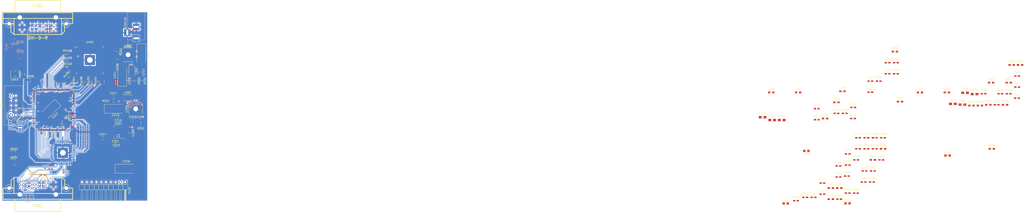
<source format=kicad_pcb>
(kicad_pcb (version 20160815) (host pcbnew "(2017-01-20 revision 2de913797)-master")

  (general
    (links 511)
    (no_connects 240)
    (area 11.9625 6.632499 553.110993 118.867501)
    (thickness 1.6)
    (drawings 4)
    (tracks 3033)
    (zones 0)
    (modules 139)
    (nets 227)
  )

  (page A4)
  (layers
    (0 F.Cu signal)
    (1 In1.Cu signal)
    (2 In2.Cu signal)
    (31 B.Cu signal)
    (32 B.Adhes user)
    (33 F.Adhes user)
    (34 B.Paste user)
    (35 F.Paste user)
    (36 B.SilkS user)
    (37 F.SilkS user)
    (38 B.Mask user)
    (39 F.Mask user)
    (40 Dwgs.User user)
    (41 Cmts.User user)
    (42 Eco1.User user)
    (43 Eco2.User user)
    (44 Edge.Cuts user)
    (45 Margin user)
    (46 B.CrtYd user)
    (47 F.CrtYd user)
    (48 B.Fab user hide)
    (49 F.Fab user hide)
  )

  (setup
    (last_trace_width 0.6)
    (user_trace_width 0.16)
    (user_trace_width 0.25)
    (user_trace_width 0.4)
    (user_trace_width 0.6)
    (user_trace_width 1.5)
    (trace_clearance 0.16)
    (zone_clearance 0.18)
    (zone_45_only no)
    (trace_min 0.16)
    (segment_width 0.2)
    (edge_width 0.1)
    (via_size 0.5)
    (via_drill 0.3)
    (via_min_size 0.5)
    (via_min_drill 0.3)
    (user_via 0.5 0.3)
    (user_via 0.8 0.5)
    (user_via 2.8 2.5)
    (uvia_size 0.3)
    (uvia_drill 0.1)
    (uvias_allowed no)
    (uvia_min_size 0.2)
    (uvia_min_drill 0.1)
    (pcb_text_width 0.3)
    (pcb_text_size 1.5 1.5)
    (mod_edge_width 0.15)
    (mod_text_size 1 1)
    (mod_text_width 0.15)
    (pad_size 1.5 1.5)
    (pad_drill 0.6)
    (pad_to_mask_clearance 0.2)
    (solder_mask_min_width 0.16)
    (aux_axis_origin 0 0)
    (visible_elements FFFFFF7F)
    (pcbplotparams
      (layerselection 0x00030_ffffffff)
      (usegerberextensions false)
      (excludeedgelayer true)
      (linewidth 0.100000)
      (plotframeref false)
      (viasonmask false)
      (mode 1)
      (useauxorigin false)
      (hpglpennumber 1)
      (hpglpenspeed 20)
      (hpglpendiameter 15)
      (psnegative false)
      (psa4output false)
      (plotreference true)
      (plotvalue true)
      (plotinvisibletext false)
      (padsonsilk false)
      (subtractmaskfromsilk false)
      (outputformat 1)
      (mirror false)
      (drillshape 1)
      (scaleselection 1)
      (outputdirectory ""))
  )

  (net 0 "")
  (net 1 GND)
  (net 2 /power/VIN)
  (net 3 +2V5)
  (net 4 +3V3)
  (net 5 +1V2)
  (net 6 "Net-(C217-Pad2)")
  (net 7 "Net-(C218-Pad2)")
  (net 8 +V_IO)
  (net 9 /dvi_in/PVDD)
  (net 10 /dvi_in/DVDD)
  (net 11 /dvi_in/AVDD)
  (net 12 +5V)
  (net 13 /dvi_out/TVDD)
  (net 14 /dvi_out/DVDD)
  (net 15 /dvi_out/PVDD)
  (net 16 "Net-(D201-Pad1)")
  (net 17 "Net-(D301-Pad1)")
  (net 18 "Net-(D301-Pad2)")
  (net 19 "Net-(D302-Pad2)")
  (net 20 "Net-(D302-Pad1)")
  (net 21 "Net-(D303-Pad1)")
  (net 22 "Net-(D303-Pad2)")
  (net 23 "Net-(F501-Pad1)")
  (net 24 /GPIO7)
  (net 25 /GPIO6)
  (net 26 /GPIO5)
  (net 27 /GPIO4)
  (net 28 /GPIO3)
  (net 29 /GPIO2)
  (net 30 /GPIO1)
  (net 31 /GPIO0)
  (net 32 "Net-(P301-Pad9)")
  (net 33 "Net-(P301-Pad8)")
  (net 34 "Net-(P301-Pad7)")
  (net 35 "Net-(P301-Pad6)")
  (net 36 "Net-(P301-Pad5)")
  (net 37 "Net-(P301-Pad3)")
  (net 38 "Net-(P301-Pad1)")
  (net 39 /dvi_in/DDCDAT_)
  (net 40 /dvi_in/DDCDAT_IN)
  (net 41 /dvi_in/DDCCLK_IN)
  (net 42 /dvi_in/DDCCLK_)
  (net 43 /dvi_out/DDCDAT_)
  (net 44 /dvi_out/DDCDAT)
  (net 45 /dvi_out/DDCCLK)
  (net 46 /dvi_out/DDCCLK_)
  (net 47 "Net-(R301-Pad1)")
  (net 48 "Net-(R302-Pad1)")
  (net 49 "Net-(R303-Pad1)")
  (net 50 "Net-(R307-Pad2)")
  (net 51 /fpga/CLK50)
  (net 52 /dvi_out/TXCLK+)
  (net 53 "Net-(R308-Pad1)")
  (net 54 /dvi_in/HOTPLUG)
  (net 55 "Net-(R501-Pad1)")
  (net 56 /dvi_out/MSEN)
  (net 57 "Net-(R503-Pad2)")
  (net 58 /dvi_out/HOTPLUG)
  (net 59 "Net-(R504-Pad1)")
  (net 60 /dvi_out/VSYNC)
  (net 61 /dvi_out/HSYNC)
  (net 62 /dvi_out/DE)
  (net 63 /dvi_out/CTL3)
  (net 64 /dvi_out/CTL2)
  (net 65 /dvi_out/CTL1)
  (net 66 "Net-(RN401-Pad7)")
  (net 67 "Net-(RN401-Pad6)")
  (net 68 "Net-(RN401-Pad5)")
  (net 69 "Net-(RN401-Pad8)")
  (net 70 "Net-(RN401-Pad4)")
  (net 71 /dvi_in/HSYNC)
  (net 72 /dvi_in/VSYNC)
  (net 73 /dvi_in/DE)
  (net 74 "Net-(RN402-Pad7)")
  (net 75 "Net-(RN402-Pad6)")
  (net 76 "Net-(RN402-Pad5)")
  (net 77 "Net-(RN402-Pad8)")
  (net 78 /dvi_in/DATI3)
  (net 79 /dvi_in/DATI2)
  (net 80 /dvi_in/DATI1)
  (net 81 /dvi_in/DATI0)
  (net 82 "Net-(RN403-Pad7)")
  (net 83 "Net-(RN403-Pad6)")
  (net 84 "Net-(RN403-Pad5)")
  (net 85 "Net-(RN403-Pad8)")
  (net 86 /dvi_in/DATI11)
  (net 87 /dvi_in/DATI10)
  (net 88 /dvi_in/DATI9)
  (net 89 /dvi_in/DATI8)
  (net 90 "Net-(RN404-Pad7)")
  (net 91 "Net-(RN404-Pad6)")
  (net 92 "Net-(RN404-Pad5)")
  (net 93 "Net-(RN404-Pad8)")
  (net 94 /dvi_in/DATI19)
  (net 95 /dvi_in/DATI18)
  (net 96 /dvi_in/DATI17)
  (net 97 /dvi_in/DATI16)
  (net 98 /dvi_in/CTL1)
  (net 99 /dvi_in/CTL2)
  (net 100 /dvi_in/CTL3)
  (net 101 /fpga/CLKIN)
  (net 102 "Net-(RN405-Pad8)")
  (net 103 "Net-(RN405-Pad5)")
  (net 104 "Net-(RN405-Pad6)")
  (net 105 "Net-(RN405-Pad7)")
  (net 106 /dvi_in/DATI4)
  (net 107 /dvi_in/DATI5)
  (net 108 /dvi_in/DATI6)
  (net 109 /dvi_in/DATI7)
  (net 110 "Net-(RN406-Pad8)")
  (net 111 "Net-(RN406-Pad5)")
  (net 112 "Net-(RN406-Pad6)")
  (net 113 "Net-(RN406-Pad7)")
  (net 114 /dvi_in/DATI12)
  (net 115 /dvi_in/DATI13)
  (net 116 /dvi_in/DATI14)
  (net 117 /dvi_in/DATI15)
  (net 118 "Net-(RN407-Pad8)")
  (net 119 "Net-(RN407-Pad5)")
  (net 120 "Net-(RN407-Pad6)")
  (net 121 "Net-(RN407-Pad7)")
  (net 122 /dvi_in/DATI20)
  (net 123 /dvi_in/DATI21)
  (net 124 /dvi_in/DATI22)
  (net 125 /dvi_in/DATI23)
  (net 126 "Net-(RN408-Pad8)")
  (net 127 "Net-(RN408-Pad5)")
  (net 128 "Net-(RN408-Pad6)")
  (net 129 "Net-(RN408-Pad7)")
  (net 130 "Net-(U202-Pad3)")
  (net 131 "Net-(L201-Pad1)")
  (net 132 "Net-(L202-Pad1)")
  (net 133 "Net-(U203-Pad3)")
  (net 134 /fpga/DCLK)
  (net 135 /fpga/ASDI)
  (net 136 /fpga/DATA)
  (net 137 /fpga/nCS)
  (net 138 /dvi_out/DATO23)
  (net 139 /dvi_out/DATO22)
  (net 140 /dvi_out/DATO21)
  (net 141 /dvi_out/DATO20)
  (net 142 /dvi_out/DATO19)
  (net 143 /dvi_out/DATO18)
  (net 144 /dvi_out/DATO17)
  (net 145 /dvi_out/DATO16)
  (net 146 /dvi_out/DATO15)
  (net 147 /dvi_out/DATO14)
  (net 148 /dvi_out/DATO13)
  (net 149 /dvi_out/DATO12)
  (net 150 "Net-(U302-Pad127)")
  (net 151 /dvi_out/DATO11)
  (net 152 /dvi_out/DATO10)
  (net 153 /dvi_out/DATO9)
  (net 154 /dvi_out/DATO8)
  (net 155 /dvi_out/DATO7)
  (net 156 /dvi_out/DATO6)
  (net 157 /dvi_out/DATO5)
  (net 158 /dvi_out/DATO4)
  (net 159 /dvi_out/DATO3)
  (net 160 /dvi_out/DATO2)
  (net 161 /dvi_out/DATO1)
  (net 162 /dvi_out/DATO0)
  (net 163 "Net-(U302-Pad99)")
  (net 164 "Net-(U302-Pad84)")
  (net 165 "Net-(U302-Pad83)")
  (net 166 /dvi_in/LINK_ACT)
  (net 167 /dvi_in/PDOWN)
  (net 168 /dvi_out/EDGE)
  (net 169 /dvi_out/DKEN)
  (net 170 "Net-(U303-Pad1)")
  (net 171 "Net-(U401-Pad96)")
  (net 172 /dvi_in/RxC-)
  (net 173 /dvi_in/RxC+)
  (net 174 /dvi_in/Rx0-)
  (net 175 /dvi_in/Rx0+)
  (net 176 /dvi_in/Rx1-)
  (net 177 /dvi_in/Rx1+)
  (net 178 /dvi_in/Rx2-)
  (net 179 /dvi_in/Rx2+)
  (net 180 "Net-(U401-Pad77)")
  (net 181 "Net-(U401-Pad75)")
  (net 182 "Net-(U401-Pad74)")
  (net 183 "Net-(U401-Pad73)")
  (net 184 "Net-(U401-Pad72)")
  (net 185 "Net-(U401-Pad71)")
  (net 186 "Net-(U401-Pad70)")
  (net 187 "Net-(U401-Pad69)")
  (net 188 "Net-(U401-Pad66)")
  (net 189 "Net-(U401-Pad65)")
  (net 190 "Net-(U401-Pad64)")
  (net 191 "Net-(U401-Pad63)")
  (net 192 "Net-(U401-Pad62)")
  (net 193 "Net-(U401-Pad61)")
  (net 194 "Net-(U401-Pad60)")
  (net 195 "Net-(U401-Pad59)")
  (net 196 "Net-(U401-Pad56)")
  (net 197 "Net-(U401-Pad55)")
  (net 198 "Net-(U401-Pad54)")
  (net 199 "Net-(U401-Pad53)")
  (net 200 "Net-(U401-Pad52)")
  (net 201 "Net-(U401-Pad51)")
  (net 202 "Net-(U401-Pad50)")
  (net 203 "Net-(U401-Pad49)")
  (net 204 /dvi_out/TXC-)
  (net 205 /dvi_out/TXC+)
  (net 206 /dvi_out/TX0-)
  (net 207 /dvi_out/TX0+)
  (net 208 /dvi_out/TX1-)
  (net 209 /dvi_out/TX1+)
  (net 210 /dvi_out/TX2-)
  (net 211 /dvi_out/TX2+)
  (net 212 "Net-(U501-Pad49)")
  (net 213 "Net-(X401-Pad4)")
  (net 214 "Net-(X401-Pad5)")
  (net 215 "Net-(X401-Pad12)")
  (net 216 "Net-(X401-Pad13)")
  (net 217 "Net-(X401-Pad20)")
  (net 218 "Net-(X401-Pad21)")
  (net 219 "Net-(X401-Pad8)")
  (net 220 "Net-(X501-Pad8)")
  (net 221 "Net-(X501-Pad21)")
  (net 222 "Net-(X501-Pad20)")
  (net 223 "Net-(X501-Pad13)")
  (net 224 "Net-(X501-Pad12)")
  (net 225 "Net-(X501-Pad5)")
  (net 226 "Net-(X501-Pad4)")

  (net_class Default "This is the default net class."
    (clearance 0.16)
    (trace_width 0.2)
    (via_dia 0.5)
    (via_drill 0.3)
    (uvia_dia 0.3)
    (uvia_drill 0.1)
    (diff_pair_gap 0.2)
    (diff_pair_width 0.16)
    (add_net +1V2)
    (add_net +2V5)
    (add_net +3V3)
    (add_net +5V)
    (add_net +V_IO)
    (add_net /GPIO0)
    (add_net /GPIO1)
    (add_net /GPIO2)
    (add_net /GPIO3)
    (add_net /GPIO4)
    (add_net /GPIO5)
    (add_net /GPIO6)
    (add_net /GPIO7)
    (add_net /dvi_in/AVDD)
    (add_net /dvi_in/CTL1)
    (add_net /dvi_in/CTL2)
    (add_net /dvi_in/CTL3)
    (add_net /dvi_in/DATI0)
    (add_net /dvi_in/DATI1)
    (add_net /dvi_in/DATI10)
    (add_net /dvi_in/DATI11)
    (add_net /dvi_in/DATI12)
    (add_net /dvi_in/DATI13)
    (add_net /dvi_in/DATI14)
    (add_net /dvi_in/DATI15)
    (add_net /dvi_in/DATI16)
    (add_net /dvi_in/DATI17)
    (add_net /dvi_in/DATI18)
    (add_net /dvi_in/DATI19)
    (add_net /dvi_in/DATI2)
    (add_net /dvi_in/DATI20)
    (add_net /dvi_in/DATI21)
    (add_net /dvi_in/DATI22)
    (add_net /dvi_in/DATI23)
    (add_net /dvi_in/DATI3)
    (add_net /dvi_in/DATI4)
    (add_net /dvi_in/DATI5)
    (add_net /dvi_in/DATI6)
    (add_net /dvi_in/DATI7)
    (add_net /dvi_in/DATI8)
    (add_net /dvi_in/DATI9)
    (add_net /dvi_in/DDCCLK_)
    (add_net /dvi_in/DDCCLK_IN)
    (add_net /dvi_in/DDCDAT_)
    (add_net /dvi_in/DDCDAT_IN)
    (add_net /dvi_in/DE)
    (add_net /dvi_in/DVDD)
    (add_net /dvi_in/HOTPLUG)
    (add_net /dvi_in/HSYNC)
    (add_net /dvi_in/LINK_ACT)
    (add_net /dvi_in/PDOWN)
    (add_net /dvi_in/PVDD)
    (add_net /dvi_in/Rx0+)
    (add_net /dvi_in/Rx0-)
    (add_net /dvi_in/Rx1+)
    (add_net /dvi_in/Rx1-)
    (add_net /dvi_in/Rx2+)
    (add_net /dvi_in/Rx2-)
    (add_net /dvi_in/RxC+)
    (add_net /dvi_in/RxC-)
    (add_net /dvi_in/VSYNC)
    (add_net /dvi_out/CTL1)
    (add_net /dvi_out/CTL2)
    (add_net /dvi_out/CTL3)
    (add_net /dvi_out/DATO0)
    (add_net /dvi_out/DATO1)
    (add_net /dvi_out/DATO10)
    (add_net /dvi_out/DATO11)
    (add_net /dvi_out/DATO12)
    (add_net /dvi_out/DATO13)
    (add_net /dvi_out/DATO14)
    (add_net /dvi_out/DATO15)
    (add_net /dvi_out/DATO16)
    (add_net /dvi_out/DATO17)
    (add_net /dvi_out/DATO18)
    (add_net /dvi_out/DATO19)
    (add_net /dvi_out/DATO2)
    (add_net /dvi_out/DATO20)
    (add_net /dvi_out/DATO21)
    (add_net /dvi_out/DATO22)
    (add_net /dvi_out/DATO23)
    (add_net /dvi_out/DATO3)
    (add_net /dvi_out/DATO4)
    (add_net /dvi_out/DATO5)
    (add_net /dvi_out/DATO6)
    (add_net /dvi_out/DATO7)
    (add_net /dvi_out/DATO8)
    (add_net /dvi_out/DATO9)
    (add_net /dvi_out/DDCCLK)
    (add_net /dvi_out/DDCCLK_)
    (add_net /dvi_out/DDCDAT)
    (add_net /dvi_out/DDCDAT_)
    (add_net /dvi_out/DE)
    (add_net /dvi_out/DKEN)
    (add_net /dvi_out/DVDD)
    (add_net /dvi_out/EDGE)
    (add_net /dvi_out/HOTPLUG)
    (add_net /dvi_out/HSYNC)
    (add_net /dvi_out/MSEN)
    (add_net /dvi_out/PVDD)
    (add_net /dvi_out/TVDD)
    (add_net /dvi_out/TX0+)
    (add_net /dvi_out/TX0-)
    (add_net /dvi_out/TX1+)
    (add_net /dvi_out/TX1-)
    (add_net /dvi_out/TX2+)
    (add_net /dvi_out/TX2-)
    (add_net /dvi_out/TXC+)
    (add_net /dvi_out/TXC-)
    (add_net /dvi_out/TXCLK+)
    (add_net /dvi_out/VSYNC)
    (add_net /fpga/ASDI)
    (add_net /fpga/CLK50)
    (add_net /fpga/CLKIN)
    (add_net /fpga/DATA)
    (add_net /fpga/DCLK)
    (add_net /fpga/nCS)
    (add_net /power/VIN)
    (add_net GND)
    (add_net "Net-(C217-Pad2)")
    (add_net "Net-(C218-Pad2)")
    (add_net "Net-(D201-Pad1)")
    (add_net "Net-(D301-Pad1)")
    (add_net "Net-(D301-Pad2)")
    (add_net "Net-(D302-Pad1)")
    (add_net "Net-(D302-Pad2)")
    (add_net "Net-(D303-Pad1)")
    (add_net "Net-(D303-Pad2)")
    (add_net "Net-(F501-Pad1)")
    (add_net "Net-(L201-Pad1)")
    (add_net "Net-(L202-Pad1)")
    (add_net "Net-(P301-Pad1)")
    (add_net "Net-(P301-Pad3)")
    (add_net "Net-(P301-Pad5)")
    (add_net "Net-(P301-Pad6)")
    (add_net "Net-(P301-Pad7)")
    (add_net "Net-(P301-Pad8)")
    (add_net "Net-(P301-Pad9)")
    (add_net "Net-(R301-Pad1)")
    (add_net "Net-(R302-Pad1)")
    (add_net "Net-(R303-Pad1)")
    (add_net "Net-(R307-Pad2)")
    (add_net "Net-(R308-Pad1)")
    (add_net "Net-(R501-Pad1)")
    (add_net "Net-(R503-Pad2)")
    (add_net "Net-(R504-Pad1)")
    (add_net "Net-(RN401-Pad4)")
    (add_net "Net-(RN401-Pad5)")
    (add_net "Net-(RN401-Pad6)")
    (add_net "Net-(RN401-Pad7)")
    (add_net "Net-(RN401-Pad8)")
    (add_net "Net-(RN402-Pad5)")
    (add_net "Net-(RN402-Pad6)")
    (add_net "Net-(RN402-Pad7)")
    (add_net "Net-(RN402-Pad8)")
    (add_net "Net-(RN403-Pad5)")
    (add_net "Net-(RN403-Pad6)")
    (add_net "Net-(RN403-Pad7)")
    (add_net "Net-(RN403-Pad8)")
    (add_net "Net-(RN404-Pad5)")
    (add_net "Net-(RN404-Pad6)")
    (add_net "Net-(RN404-Pad7)")
    (add_net "Net-(RN404-Pad8)")
    (add_net "Net-(RN405-Pad5)")
    (add_net "Net-(RN405-Pad6)")
    (add_net "Net-(RN405-Pad7)")
    (add_net "Net-(RN405-Pad8)")
    (add_net "Net-(RN406-Pad5)")
    (add_net "Net-(RN406-Pad6)")
    (add_net "Net-(RN406-Pad7)")
    (add_net "Net-(RN406-Pad8)")
    (add_net "Net-(RN407-Pad5)")
    (add_net "Net-(RN407-Pad6)")
    (add_net "Net-(RN407-Pad7)")
    (add_net "Net-(RN407-Pad8)")
    (add_net "Net-(RN408-Pad5)")
    (add_net "Net-(RN408-Pad6)")
    (add_net "Net-(RN408-Pad7)")
    (add_net "Net-(RN408-Pad8)")
    (add_net "Net-(U202-Pad3)")
    (add_net "Net-(U203-Pad3)")
    (add_net "Net-(U302-Pad127)")
    (add_net "Net-(U302-Pad83)")
    (add_net "Net-(U302-Pad84)")
    (add_net "Net-(U302-Pad99)")
    (add_net "Net-(U303-Pad1)")
    (add_net "Net-(U401-Pad49)")
    (add_net "Net-(U401-Pad50)")
    (add_net "Net-(U401-Pad51)")
    (add_net "Net-(U401-Pad52)")
    (add_net "Net-(U401-Pad53)")
    (add_net "Net-(U401-Pad54)")
    (add_net "Net-(U401-Pad55)")
    (add_net "Net-(U401-Pad56)")
    (add_net "Net-(U401-Pad59)")
    (add_net "Net-(U401-Pad60)")
    (add_net "Net-(U401-Pad61)")
    (add_net "Net-(U401-Pad62)")
    (add_net "Net-(U401-Pad63)")
    (add_net "Net-(U401-Pad64)")
    (add_net "Net-(U401-Pad65)")
    (add_net "Net-(U401-Pad66)")
    (add_net "Net-(U401-Pad69)")
    (add_net "Net-(U401-Pad70)")
    (add_net "Net-(U401-Pad71)")
    (add_net "Net-(U401-Pad72)")
    (add_net "Net-(U401-Pad73)")
    (add_net "Net-(U401-Pad74)")
    (add_net "Net-(U401-Pad75)")
    (add_net "Net-(U401-Pad77)")
    (add_net "Net-(U401-Pad96)")
    (add_net "Net-(U501-Pad49)")
    (add_net "Net-(X401-Pad12)")
    (add_net "Net-(X401-Pad13)")
    (add_net "Net-(X401-Pad20)")
    (add_net "Net-(X401-Pad21)")
    (add_net "Net-(X401-Pad4)")
    (add_net "Net-(X401-Pad5)")
    (add_net "Net-(X401-Pad8)")
    (add_net "Net-(X501-Pad12)")
    (add_net "Net-(X501-Pad13)")
    (add_net "Net-(X501-Pad20)")
    (add_net "Net-(X501-Pad21)")
    (add_net "Net-(X501-Pad4)")
    (add_net "Net-(X501-Pad5)")
    (add_net "Net-(X501-Pad8)")
  )

  (module Inductors:Inductor_Taiyo-Yuden_NR-30xx_HandSoldering (layer F.Cu) (tedit 574C3AE3) (tstamp 587BC89E)
    (at 79.48 58.38 180)
    (descr "Inductor, Taiyo Yuden, NR series, Taiyo-Yuden_NR-30xx, 3.0mmx3.0mm")
    (tags "inductor taiyo-yuden nr smd")
    (path /5839A46D/587999C1)
    (attr smd)
    (fp_text reference L202 (at 0.05 2.69 180) (layer F.SilkS)
      (effects (font (size 1 1) (thickness 0.15)))
    )
    (fp_text value 490nH-1uH (at 0 3 180) (layer F.Fab)
      (effects (font (size 1 1) (thickness 0.15)))
    )
    (fp_line (start -1.5 0) (end -1.5 -0.95) (layer F.Fab) (width 0.15))
    (fp_line (start -1.5 -0.95) (end -0.95 -1.5) (layer F.Fab) (width 0.15))
    (fp_line (start -0.95 -1.5) (end 0 -1.5) (layer F.Fab) (width 0.15))
    (fp_line (start 1.5 0) (end 1.5 -0.95) (layer F.Fab) (width 0.15))
    (fp_line (start 1.5 -0.95) (end 0.95 -1.5) (layer F.Fab) (width 0.15))
    (fp_line (start 0.95 -1.5) (end 0 -1.5) (layer F.Fab) (width 0.15))
    (fp_line (start 1.5 0) (end 1.5 0.95) (layer F.Fab) (width 0.15))
    (fp_line (start 1.5 0.95) (end 0.95 1.5) (layer F.Fab) (width 0.15))
    (fp_line (start 0.95 1.5) (end 0 1.5) (layer F.Fab) (width 0.15))
    (fp_line (start -1.5 0) (end -1.5 0.95) (layer F.Fab) (width 0.15))
    (fp_line (start -1.5 0.95) (end -0.95 1.5) (layer F.Fab) (width 0.15))
    (fp_line (start -0.95 1.5) (end 0 1.5) (layer F.Fab) (width 0.15))
    (fp_line (start -2.5 -1.6) (end 2.5 -1.6) (layer F.SilkS) (width 0.15))
    (fp_line (start -2.5 1.6) (end 2.5 1.6) (layer F.SilkS) (width 0.15))
    (fp_line (start -2.75 -1.8) (end -2.75 1.8) (layer F.CrtYd) (width 0.05))
    (fp_line (start -2.75 1.8) (end 2.75 1.8) (layer F.CrtYd) (width 0.05))
    (fp_line (start 2.75 1.8) (end 2.75 -1.8) (layer F.CrtYd) (width 0.05))
    (fp_line (start 2.75 -1.8) (end -2.75 -1.8) (layer F.CrtYd) (width 0.05))
    (pad 1 smd rect (at -1.6 0 180) (size 1.8 2.9) (layers F.Cu F.Paste F.Mask)
      (net 132 "Net-(L202-Pad1)"))
    (pad 2 smd rect (at 1.6 0 180) (size 1.8 2.9) (layers F.Cu F.Paste F.Mask)
      (net 5 +1V2))
    (model Inductors.3dshapes/Inductor_Taiyo-Yuden_NR-30xx.wrl
      (at (xyz 0 0 0))
      (scale (xyz 1 1 1))
      (rotate (xyz 0 0 0))
    )
  )

  (module Capacitors_Tantalum_SMD:Tantalum_Case-D_EIA-7343-31_Hand (layer F.Cu) (tedit 57B6E980) (tstamp 58797C0F)
    (at 86.6 35.97 270)
    (descr "Tantalum capacitor, Case D, EIA 7343-31, 7.3x4.3x2.8mm, Hand soldering footprint")
    (tags "capacitor tantalum smd")
    (path /5839A46D/58797306)
    (attr smd)
    (fp_text reference C201 (at 0 -3.9 270) (layer F.SilkS)
      (effects (font (size 1 1) (thickness 0.15)))
    )
    (fp_text value 100u (at 0 3.9 270) (layer F.Fab)
      (effects (font (size 1 1) (thickness 0.15)))
    )
    (fp_line (start -5.95 -2.4) (end -5.95 2.4) (layer F.SilkS) (width 0.15))
    (fp_line (start -5.95 2.4) (end 3.65 2.4) (layer F.SilkS) (width 0.15))
    (fp_line (start -5.95 -2.4) (end 3.65 -2.4) (layer F.SilkS) (width 0.15))
    (fp_line (start -2.555 -2.15) (end -2.555 2.15) (layer F.Fab) (width 0.15))
    (fp_line (start -2.92 -2.15) (end -2.92 2.15) (layer F.Fab) (width 0.15))
    (fp_line (start 3.65 -2.15) (end -3.65 -2.15) (layer F.Fab) (width 0.15))
    (fp_line (start 3.65 2.15) (end 3.65 -2.15) (layer F.Fab) (width 0.15))
    (fp_line (start -3.65 2.15) (end 3.65 2.15) (layer F.Fab) (width 0.15))
    (fp_line (start -3.65 -2.15) (end -3.65 2.15) (layer F.Fab) (width 0.15))
    (fp_line (start 6.05 -2.5) (end -6.05 -2.5) (layer F.CrtYd) (width 0.05))
    (fp_line (start 6.05 2.5) (end 6.05 -2.5) (layer F.CrtYd) (width 0.05))
    (fp_line (start -6.05 2.5) (end 6.05 2.5) (layer F.CrtYd) (width 0.05))
    (fp_line (start -6.05 -2.5) (end -6.05 2.5) (layer F.CrtYd) (width 0.05))
    (pad 2 smd rect (at 3.775 0 270) (size 3.75 2.7) (layers F.Cu F.Paste F.Mask)
      (net 1 GND))
    (pad 1 smd rect (at -3.775 0 270) (size 3.75 2.7) (layers F.Cu F.Paste F.Mask)
      (net 2 /power/VIN))
    (model Capacitors_Tantalum_SMD.3dshapes/Tantalum_Case-D_EIA-7343-31.wrl
      (at (xyz 0 0 0))
      (scale (xyz 1 1 1))
      (rotate (xyz 0 0 0))
    )
  )

  (module Capacitors_SMD:C_0603_HandSoldering (layer F.Cu) (tedit 541A9B4D) (tstamp 58797C1F)
    (at 74.02 34.11 270)
    (descr "Capacitor SMD 0603, hand soldering")
    (tags "capacitor 0603")
    (path /5839A46D/5879A330)
    (attr smd)
    (fp_text reference C202 (at 0 -1.9 270) (layer F.SilkS)
      (effects (font (size 1 1) (thickness 0.15)))
    )
    (fp_text value 100n (at 0 1.9 270) (layer F.Fab)
      (effects (font (size 1 1) (thickness 0.15)))
    )
    (fp_line (start -0.8 0.4) (end -0.8 -0.4) (layer F.Fab) (width 0.15))
    (fp_line (start 0.8 0.4) (end -0.8 0.4) (layer F.Fab) (width 0.15))
    (fp_line (start 0.8 -0.4) (end 0.8 0.4) (layer F.Fab) (width 0.15))
    (fp_line (start -0.8 -0.4) (end 0.8 -0.4) (layer F.Fab) (width 0.15))
    (fp_line (start -1.85 -0.75) (end 1.85 -0.75) (layer F.CrtYd) (width 0.05))
    (fp_line (start -1.85 0.75) (end 1.85 0.75) (layer F.CrtYd) (width 0.05))
    (fp_line (start -1.85 -0.75) (end -1.85 0.75) (layer F.CrtYd) (width 0.05))
    (fp_line (start 1.85 -0.75) (end 1.85 0.75) (layer F.CrtYd) (width 0.05))
    (fp_line (start -0.35 -0.6) (end 0.35 -0.6) (layer F.SilkS) (width 0.15))
    (fp_line (start 0.35 0.6) (end -0.35 0.6) (layer F.SilkS) (width 0.15))
    (pad 1 smd rect (at -0.95 0 270) (size 1.2 0.75) (layers F.Cu F.Paste F.Mask)
      (net 2 /power/VIN))
    (pad 2 smd rect (at 0.95 0 270) (size 1.2 0.75) (layers F.Cu F.Paste F.Mask)
      (net 1 GND))
    (model Capacitors_SMD.3dshapes/C_0603_HandSoldering.wrl
      (at (xyz 0 0 0))
      (scale (xyz 1 1 1))
      (rotate (xyz 0 0 0))
    )
  )

  (module Capacitors_SMD:C_0603_HandSoldering (layer B.Cu) (tedit 541A9B4D) (tstamp 58797C2F)
    (at 81.67 61.6 270)
    (descr "Capacitor SMD 0603, hand soldering")
    (tags "capacitor 0603")
    (path /5839A46D/58797543)
    (attr smd)
    (fp_text reference C203 (at 0 1.9 270) (layer B.SilkS)
      (effects (font (size 1 1) (thickness 0.15)) (justify mirror))
    )
    (fp_text value 100n (at 0 -1.9 270) (layer B.Fab)
      (effects (font (size 1 1) (thickness 0.15)) (justify mirror))
    )
    (fp_line (start 0.35 -0.6) (end -0.35 -0.6) (layer B.SilkS) (width 0.15))
    (fp_line (start -0.35 0.6) (end 0.35 0.6) (layer B.SilkS) (width 0.15))
    (fp_line (start 1.85 0.75) (end 1.85 -0.75) (layer B.CrtYd) (width 0.05))
    (fp_line (start -1.85 0.75) (end -1.85 -0.75) (layer B.CrtYd) (width 0.05))
    (fp_line (start -1.85 -0.75) (end 1.85 -0.75) (layer B.CrtYd) (width 0.05))
    (fp_line (start -1.85 0.75) (end 1.85 0.75) (layer B.CrtYd) (width 0.05))
    (fp_line (start -0.8 0.4) (end 0.8 0.4) (layer B.Fab) (width 0.15))
    (fp_line (start 0.8 0.4) (end 0.8 -0.4) (layer B.Fab) (width 0.15))
    (fp_line (start 0.8 -0.4) (end -0.8 -0.4) (layer B.Fab) (width 0.15))
    (fp_line (start -0.8 -0.4) (end -0.8 0.4) (layer B.Fab) (width 0.15))
    (pad 2 smd rect (at 0.95 0 270) (size 1.2 0.75) (layers B.Cu B.Paste B.Mask)
      (net 1 GND))
    (pad 1 smd rect (at -0.95 0 270) (size 1.2 0.75) (layers B.Cu B.Paste B.Mask)
      (net 2 /power/VIN))
    (model Capacitors_SMD.3dshapes/C_0603_HandSoldering.wrl
      (at (xyz 0 0 0))
      (scale (xyz 1 1 1))
      (rotate (xyz 0 0 0))
    )
  )

  (module Capacitors_SMD:C_0805_HandSoldering (layer B.Cu) (tedit 541A9B8D) (tstamp 58797C3F)
    (at 86.19 61.44 270)
    (descr "Capacitor SMD 0805, hand soldering")
    (tags "capacitor 0805")
    (path /5839A46D/58797422)
    (attr smd)
    (fp_text reference C204 (at 0 2.1 270) (layer B.SilkS)
      (effects (font (size 1 1) (thickness 0.15)) (justify mirror))
    )
    (fp_text value 10u (at 0 -2.1 270) (layer B.Fab)
      (effects (font (size 1 1) (thickness 0.15)) (justify mirror))
    )
    (fp_line (start -1 -0.625) (end -1 0.625) (layer B.Fab) (width 0.15))
    (fp_line (start 1 -0.625) (end -1 -0.625) (layer B.Fab) (width 0.15))
    (fp_line (start 1 0.625) (end 1 -0.625) (layer B.Fab) (width 0.15))
    (fp_line (start -1 0.625) (end 1 0.625) (layer B.Fab) (width 0.15))
    (fp_line (start -2.3 1) (end 2.3 1) (layer B.CrtYd) (width 0.05))
    (fp_line (start -2.3 -1) (end 2.3 -1) (layer B.CrtYd) (width 0.05))
    (fp_line (start -2.3 1) (end -2.3 -1) (layer B.CrtYd) (width 0.05))
    (fp_line (start 2.3 1) (end 2.3 -1) (layer B.CrtYd) (width 0.05))
    (fp_line (start 0.5 0.85) (end -0.5 0.85) (layer B.SilkS) (width 0.15))
    (fp_line (start -0.5 -0.85) (end 0.5 -0.85) (layer B.SilkS) (width 0.15))
    (pad 1 smd rect (at -1.25 0 270) (size 1.5 1.25) (layers B.Cu B.Paste B.Mask)
      (net 2 /power/VIN))
    (pad 2 smd rect (at 1.25 0 270) (size 1.5 1.25) (layers B.Cu B.Paste B.Mask)
      (net 1 GND))
    (model Capacitors_SMD.3dshapes/C_0805_HandSoldering.wrl
      (at (xyz 0 0 0))
      (scale (xyz 1 1 1))
      (rotate (xyz 0 0 0))
    )
  )

  (module Capacitors_SMD:C_0603_HandSoldering (layer F.Cu) (tedit 541A9B4D) (tstamp 58797C4F)
    (at 79.44 29.61 180)
    (descr "Capacitor SMD 0603, hand soldering")
    (tags "capacitor 0603")
    (path /5839A46D/5879A32A)
    (attr smd)
    (fp_text reference C205 (at 0 -1.9 180) (layer F.SilkS)
      (effects (font (size 1 1) (thickness 0.15)))
    )
    (fp_text value 100n (at 0 1.9 180) (layer F.Fab)
      (effects (font (size 1 1) (thickness 0.15)))
    )
    (fp_line (start 0.35 0.6) (end -0.35 0.6) (layer F.SilkS) (width 0.15))
    (fp_line (start -0.35 -0.6) (end 0.35 -0.6) (layer F.SilkS) (width 0.15))
    (fp_line (start 1.85 -0.75) (end 1.85 0.75) (layer F.CrtYd) (width 0.05))
    (fp_line (start -1.85 -0.75) (end -1.85 0.75) (layer F.CrtYd) (width 0.05))
    (fp_line (start -1.85 0.75) (end 1.85 0.75) (layer F.CrtYd) (width 0.05))
    (fp_line (start -1.85 -0.75) (end 1.85 -0.75) (layer F.CrtYd) (width 0.05))
    (fp_line (start -0.8 -0.4) (end 0.8 -0.4) (layer F.Fab) (width 0.15))
    (fp_line (start 0.8 -0.4) (end 0.8 0.4) (layer F.Fab) (width 0.15))
    (fp_line (start 0.8 0.4) (end -0.8 0.4) (layer F.Fab) (width 0.15))
    (fp_line (start -0.8 0.4) (end -0.8 -0.4) (layer F.Fab) (width 0.15))
    (pad 2 smd rect (at 0.95 0 180) (size 1.2 0.75) (layers F.Cu F.Paste F.Mask)
      (net 1 GND))
    (pad 1 smd rect (at -0.95 0 180) (size 1.2 0.75) (layers F.Cu F.Paste F.Mask)
      (net 2 /power/VIN))
    (model Capacitors_SMD.3dshapes/C_0603_HandSoldering.wrl
      (at (xyz 0 0 0))
      (scale (xyz 1 1 1))
      (rotate (xyz 0 0 0))
    )
  )

  (module Capacitors_SMD:C_0603_HandSoldering (layer F.Cu) (tedit 541A9B4D) (tstamp 58797C5F)
    (at 74.02 38.11 270)
    (descr "Capacitor SMD 0603, hand soldering")
    (tags "capacitor 0603")
    (path /5839A46D/5879A336)
    (attr smd)
    (fp_text reference C206 (at 4.04 -0.04 270) (layer F.SilkS)
      (effects (font (size 1 1) (thickness 0.15)))
    )
    (fp_text value 100n (at 0 1.9 270) (layer F.Fab)
      (effects (font (size 1 1) (thickness 0.15)))
    )
    (fp_line (start 0.35 0.6) (end -0.35 0.6) (layer F.SilkS) (width 0.15))
    (fp_line (start -0.35 -0.6) (end 0.35 -0.6) (layer F.SilkS) (width 0.15))
    (fp_line (start 1.85 -0.75) (end 1.85 0.75) (layer F.CrtYd) (width 0.05))
    (fp_line (start -1.85 -0.75) (end -1.85 0.75) (layer F.CrtYd) (width 0.05))
    (fp_line (start -1.85 0.75) (end 1.85 0.75) (layer F.CrtYd) (width 0.05))
    (fp_line (start -1.85 -0.75) (end 1.85 -0.75) (layer F.CrtYd) (width 0.05))
    (fp_line (start -0.8 -0.4) (end 0.8 -0.4) (layer F.Fab) (width 0.15))
    (fp_line (start 0.8 -0.4) (end 0.8 0.4) (layer F.Fab) (width 0.15))
    (fp_line (start 0.8 0.4) (end -0.8 0.4) (layer F.Fab) (width 0.15))
    (fp_line (start -0.8 0.4) (end -0.8 -0.4) (layer F.Fab) (width 0.15))
    (pad 2 smd rect (at 0.95 0 270) (size 1.2 0.75) (layers F.Cu F.Paste F.Mask)
      (net 1 GND))
    (pad 1 smd rect (at -0.95 0 270) (size 1.2 0.75) (layers F.Cu F.Paste F.Mask)
      (net 2 /power/VIN))
    (model Capacitors_SMD.3dshapes/C_0603_HandSoldering.wrl
      (at (xyz 0 0 0))
      (scale (xyz 1 1 1))
      (rotate (xyz 0 0 0))
    )
  )

  (module Capacitors_SMD:C_0603_HandSoldering (layer F.Cu) (tedit 541A9B4D) (tstamp 58797C6F)
    (at 82.05 70.5)
    (descr "Capacitor SMD 0603, hand soldering")
    (tags "capacitor 0603")
    (path /5839A46D/587974D6)
    (attr smd)
    (fp_text reference C207 (at 0 -1.9) (layer F.SilkS)
      (effects (font (size 1 1) (thickness 0.15)))
    )
    (fp_text value 100n (at 0 1.9) (layer F.Fab)
      (effects (font (size 1 1) (thickness 0.15)))
    )
    (fp_line (start -0.8 0.4) (end -0.8 -0.4) (layer F.Fab) (width 0.15))
    (fp_line (start 0.8 0.4) (end -0.8 0.4) (layer F.Fab) (width 0.15))
    (fp_line (start 0.8 -0.4) (end 0.8 0.4) (layer F.Fab) (width 0.15))
    (fp_line (start -0.8 -0.4) (end 0.8 -0.4) (layer F.Fab) (width 0.15))
    (fp_line (start -1.85 -0.75) (end 1.85 -0.75) (layer F.CrtYd) (width 0.05))
    (fp_line (start -1.85 0.75) (end 1.85 0.75) (layer F.CrtYd) (width 0.05))
    (fp_line (start -1.85 -0.75) (end -1.85 0.75) (layer F.CrtYd) (width 0.05))
    (fp_line (start 1.85 -0.75) (end 1.85 0.75) (layer F.CrtYd) (width 0.05))
    (fp_line (start -0.35 -0.6) (end 0.35 -0.6) (layer F.SilkS) (width 0.15))
    (fp_line (start 0.35 0.6) (end -0.35 0.6) (layer F.SilkS) (width 0.15))
    (pad 1 smd rect (at -0.95 0) (size 1.2 0.75) (layers F.Cu F.Paste F.Mask)
      (net 2 /power/VIN))
    (pad 2 smd rect (at 0.95 0) (size 1.2 0.75) (layers F.Cu F.Paste F.Mask)
      (net 1 GND))
    (model Capacitors_SMD.3dshapes/C_0603_HandSoldering.wrl
      (at (xyz 0 0 0))
      (scale (xyz 1 1 1))
      (rotate (xyz 0 0 0))
    )
  )

  (module Capacitors_SMD:C_0603_HandSoldering (layer F.Cu) (tedit 541A9B4D) (tstamp 58797C7F)
    (at 86.25 70.5)
    (descr "Capacitor SMD 0603, hand soldering")
    (tags "capacitor 0603")
    (path /5839A46D/58797595)
    (attr smd)
    (fp_text reference C208 (at 0 -1.9) (layer F.SilkS)
      (effects (font (size 1 1) (thickness 0.15)))
    )
    (fp_text value 100n (at 0 1.9) (layer F.Fab)
      (effects (font (size 1 1) (thickness 0.15)))
    )
    (fp_line (start -0.8 0.4) (end -0.8 -0.4) (layer F.Fab) (width 0.15))
    (fp_line (start 0.8 0.4) (end -0.8 0.4) (layer F.Fab) (width 0.15))
    (fp_line (start 0.8 -0.4) (end 0.8 0.4) (layer F.Fab) (width 0.15))
    (fp_line (start -0.8 -0.4) (end 0.8 -0.4) (layer F.Fab) (width 0.15))
    (fp_line (start -1.85 -0.75) (end 1.85 -0.75) (layer F.CrtYd) (width 0.05))
    (fp_line (start -1.85 0.75) (end 1.85 0.75) (layer F.CrtYd) (width 0.05))
    (fp_line (start -1.85 -0.75) (end -1.85 0.75) (layer F.CrtYd) (width 0.05))
    (fp_line (start 1.85 -0.75) (end 1.85 0.75) (layer F.CrtYd) (width 0.05))
    (fp_line (start -0.35 -0.6) (end 0.35 -0.6) (layer F.SilkS) (width 0.15))
    (fp_line (start 0.35 0.6) (end -0.35 0.6) (layer F.SilkS) (width 0.15))
    (pad 1 smd rect (at -0.95 0) (size 1.2 0.75) (layers F.Cu F.Paste F.Mask)
      (net 2 /power/VIN))
    (pad 2 smd rect (at 0.95 0) (size 1.2 0.75) (layers F.Cu F.Paste F.Mask)
      (net 1 GND))
    (model Capacitors_SMD.3dshapes/C_0603_HandSoldering.wrl
      (at (xyz 0 0 0))
      (scale (xyz 1 1 1))
      (rotate (xyz 0 0 0))
    )
  )

  (module Capacitors_SMD:C_0603_HandSoldering (layer F.Cu) (tedit 541A9B4D) (tstamp 58797C8F)
    (at 80.5 77 270)
    (descr "Capacitor SMD 0603, hand soldering")
    (tags "capacitor 0603")
    (path /5839A46D/5879D21C)
    (attr smd)
    (fp_text reference C209 (at 0 -1.9 270) (layer F.SilkS)
      (effects (font (size 1 1) (thickness 0.15)))
    )
    (fp_text value 100n (at 0 1.9 270) (layer F.Fab)
      (effects (font (size 1 1) (thickness 0.15)))
    )
    (fp_line (start -0.8 0.4) (end -0.8 -0.4) (layer F.Fab) (width 0.15))
    (fp_line (start 0.8 0.4) (end -0.8 0.4) (layer F.Fab) (width 0.15))
    (fp_line (start 0.8 -0.4) (end 0.8 0.4) (layer F.Fab) (width 0.15))
    (fp_line (start -0.8 -0.4) (end 0.8 -0.4) (layer F.Fab) (width 0.15))
    (fp_line (start -1.85 -0.75) (end 1.85 -0.75) (layer F.CrtYd) (width 0.05))
    (fp_line (start -1.85 0.75) (end 1.85 0.75) (layer F.CrtYd) (width 0.05))
    (fp_line (start -1.85 -0.75) (end -1.85 0.75) (layer F.CrtYd) (width 0.05))
    (fp_line (start 1.85 -0.75) (end 1.85 0.75) (layer F.CrtYd) (width 0.05))
    (fp_line (start -0.35 -0.6) (end 0.35 -0.6) (layer F.SilkS) (width 0.15))
    (fp_line (start 0.35 0.6) (end -0.35 0.6) (layer F.SilkS) (width 0.15))
    (pad 1 smd rect (at -0.95 0 270) (size 1.2 0.75) (layers F.Cu F.Paste F.Mask)
      (net 2 /power/VIN))
    (pad 2 smd rect (at 0.95 0 270) (size 1.2 0.75) (layers F.Cu F.Paste F.Mask)
      (net 1 GND))
    (model Capacitors_SMD.3dshapes/C_0603_HandSoldering.wrl
      (at (xyz 0 0 0))
      (scale (xyz 1 1 1))
      (rotate (xyz 0 0 0))
    )
  )

  (module Capacitors_SMD:C_0603_HandSoldering (layer F.Cu) (tedit 541A9B4D) (tstamp 58797C9F)
    (at 73.5 81.5)
    (descr "Capacitor SMD 0603, hand soldering")
    (tags "capacitor 0603")
    (path /5839A46D/5879D91A)
    (attr smd)
    (fp_text reference C210 (at 0 2) (layer F.SilkS)
      (effects (font (size 1 1) (thickness 0.15)))
    )
    (fp_text value 100n (at 0 1.9) (layer F.Fab)
      (effects (font (size 1 1) (thickness 0.15)))
    )
    (fp_line (start 0.35 0.6) (end -0.35 0.6) (layer F.SilkS) (width 0.15))
    (fp_line (start -0.35 -0.6) (end 0.35 -0.6) (layer F.SilkS) (width 0.15))
    (fp_line (start 1.85 -0.75) (end 1.85 0.75) (layer F.CrtYd) (width 0.05))
    (fp_line (start -1.85 -0.75) (end -1.85 0.75) (layer F.CrtYd) (width 0.05))
    (fp_line (start -1.85 0.75) (end 1.85 0.75) (layer F.CrtYd) (width 0.05))
    (fp_line (start -1.85 -0.75) (end 1.85 -0.75) (layer F.CrtYd) (width 0.05))
    (fp_line (start -0.8 -0.4) (end 0.8 -0.4) (layer F.Fab) (width 0.15))
    (fp_line (start 0.8 -0.4) (end 0.8 0.4) (layer F.Fab) (width 0.15))
    (fp_line (start 0.8 0.4) (end -0.8 0.4) (layer F.Fab) (width 0.15))
    (fp_line (start -0.8 0.4) (end -0.8 -0.4) (layer F.Fab) (width 0.15))
    (pad 2 smd rect (at 0.95 0) (size 1.2 0.75) (layers F.Cu F.Paste F.Mask)
      (net 1 GND))
    (pad 1 smd rect (at -0.95 0) (size 1.2 0.75) (layers F.Cu F.Paste F.Mask)
      (net 3 +2V5))
    (model Capacitors_SMD.3dshapes/C_0603_HandSoldering.wrl
      (at (xyz 0 0 0))
      (scale (xyz 1 1 1))
      (rotate (xyz 0 0 0))
    )
  )

  (module Capacitors_SMD:C_0805_HandSoldering (layer F.Cu) (tedit 541A9B8D) (tstamp 58797CAF)
    (at 73 83.5)
    (descr "Capacitor SMD 0805, hand soldering")
    (tags "capacitor 0805")
    (path /5839A46D/5879DDAA)
    (attr smd)
    (fp_text reference C211 (at 0 -2.1) (layer F.SilkS)
      (effects (font (size 1 1) (thickness 0.15)))
    )
    (fp_text value 22u (at 0 2.1) (layer F.Fab)
      (effects (font (size 1 1) (thickness 0.15)))
    )
    (fp_line (start -0.5 0.85) (end 0.5 0.85) (layer F.SilkS) (width 0.15))
    (fp_line (start 0.5 -0.85) (end -0.5 -0.85) (layer F.SilkS) (width 0.15))
    (fp_line (start 2.3 -1) (end 2.3 1) (layer F.CrtYd) (width 0.05))
    (fp_line (start -2.3 -1) (end -2.3 1) (layer F.CrtYd) (width 0.05))
    (fp_line (start -2.3 1) (end 2.3 1) (layer F.CrtYd) (width 0.05))
    (fp_line (start -2.3 -1) (end 2.3 -1) (layer F.CrtYd) (width 0.05))
    (fp_line (start -1 -0.625) (end 1 -0.625) (layer F.Fab) (width 0.15))
    (fp_line (start 1 -0.625) (end 1 0.625) (layer F.Fab) (width 0.15))
    (fp_line (start 1 0.625) (end -1 0.625) (layer F.Fab) (width 0.15))
    (fp_line (start -1 0.625) (end -1 -0.625) (layer F.Fab) (width 0.15))
    (pad 2 smd rect (at 1.25 0) (size 1.5 1.25) (layers F.Cu F.Paste F.Mask)
      (net 1 GND))
    (pad 1 smd rect (at -1.25 0) (size 1.5 1.25) (layers F.Cu F.Paste F.Mask)
      (net 3 +2V5))
    (model Capacitors_SMD.3dshapes/C_0805_HandSoldering.wrl
      (at (xyz 0 0 0))
      (scale (xyz 1 1 1))
      (rotate (xyz 0 0 0))
    )
  )

  (module Capacitors_SMD:C_0603_HandSoldering (layer F.Cu) (tedit 541A9B4D) (tstamp 58797CBF)
    (at 86 45 270)
    (descr "Capacitor SMD 0603, hand soldering")
    (tags "capacitor 0603")
    (path /5839A46D/58797F37)
    (attr smd)
    (fp_text reference C212 (at 0 -1.9 270) (layer F.SilkS)
      (effects (font (size 1 1) (thickness 0.15)))
    )
    (fp_text value 100n (at 0 1.9 270) (layer F.Fab)
      (effects (font (size 1 1) (thickness 0.15)))
    )
    (fp_line (start 0.35 0.6) (end -0.35 0.6) (layer F.SilkS) (width 0.15))
    (fp_line (start -0.35 -0.6) (end 0.35 -0.6) (layer F.SilkS) (width 0.15))
    (fp_line (start 1.85 -0.75) (end 1.85 0.75) (layer F.CrtYd) (width 0.05))
    (fp_line (start -1.85 -0.75) (end -1.85 0.75) (layer F.CrtYd) (width 0.05))
    (fp_line (start -1.85 0.75) (end 1.85 0.75) (layer F.CrtYd) (width 0.05))
    (fp_line (start -1.85 -0.75) (end 1.85 -0.75) (layer F.CrtYd) (width 0.05))
    (fp_line (start -0.8 -0.4) (end 0.8 -0.4) (layer F.Fab) (width 0.15))
    (fp_line (start 0.8 -0.4) (end 0.8 0.4) (layer F.Fab) (width 0.15))
    (fp_line (start 0.8 0.4) (end -0.8 0.4) (layer F.Fab) (width 0.15))
    (fp_line (start -0.8 0.4) (end -0.8 -0.4) (layer F.Fab) (width 0.15))
    (pad 2 smd rect (at 0.95 0 270) (size 1.2 0.75) (layers F.Cu F.Paste F.Mask)
      (net 4 +3V3))
    (pad 1 smd rect (at -0.95 0 270) (size 1.2 0.75) (layers F.Cu F.Paste F.Mask)
      (net 1 GND))
    (model Capacitors_SMD.3dshapes/C_0603_HandSoldering.wrl
      (at (xyz 0 0 0))
      (scale (xyz 1 1 1))
      (rotate (xyz 0 0 0))
    )
  )

  (module Capacitors_SMD:C_0603_HandSoldering (layer F.Cu) (tedit 541A9B4D) (tstamp 58797CEF)
    (at 74.5 68.5 180)
    (descr "Capacitor SMD 0603, hand soldering")
    (tags "capacitor 0603")
    (path /5839A46D/5879A43B)
    (attr smd)
    (fp_text reference C215 (at 0 -1.9 180) (layer F.SilkS)
      (effects (font (size 1 1) (thickness 0.15)))
    )
    (fp_text value 100n (at 0 1.9 180) (layer F.Fab)
      (effects (font (size 1 1) (thickness 0.15)))
    )
    (fp_line (start -0.8 0.4) (end -0.8 -0.4) (layer F.Fab) (width 0.15))
    (fp_line (start 0.8 0.4) (end -0.8 0.4) (layer F.Fab) (width 0.15))
    (fp_line (start 0.8 -0.4) (end 0.8 0.4) (layer F.Fab) (width 0.15))
    (fp_line (start -0.8 -0.4) (end 0.8 -0.4) (layer F.Fab) (width 0.15))
    (fp_line (start -1.85 -0.75) (end 1.85 -0.75) (layer F.CrtYd) (width 0.05))
    (fp_line (start -1.85 0.75) (end 1.85 0.75) (layer F.CrtYd) (width 0.05))
    (fp_line (start -1.85 -0.75) (end -1.85 0.75) (layer F.CrtYd) (width 0.05))
    (fp_line (start 1.85 -0.75) (end 1.85 0.75) (layer F.CrtYd) (width 0.05))
    (fp_line (start -0.35 -0.6) (end 0.35 -0.6) (layer F.SilkS) (width 0.15))
    (fp_line (start 0.35 0.6) (end -0.35 0.6) (layer F.SilkS) (width 0.15))
    (pad 1 smd rect (at -0.95 0 180) (size 1.2 0.75) (layers F.Cu F.Paste F.Mask)
      (net 1 GND))
    (pad 2 smd rect (at 0.95 0 180) (size 1.2 0.75) (layers F.Cu F.Paste F.Mask)
      (net 5 +1V2))
    (model Capacitors_SMD.3dshapes/C_0603_HandSoldering.wrl
      (at (xyz 0 0 0))
      (scale (xyz 1 1 1))
      (rotate (xyz 0 0 0))
    )
  )

  (module Capacitors_Tantalum_SMD:Tantalum_Case-D_EIA-7343-31_Hand (layer F.Cu) (tedit 57B6E980) (tstamp 58797D02)
    (at 78.76 95.89)
    (descr "Tantalum capacitor, Case D, EIA 7343-31, 7.3x4.3x2.8mm, Hand soldering footprint")
    (tags "capacitor tantalum smd")
    (path /5839A46D/58797EAB)
    (attr smd)
    (fp_text reference C216 (at 0 -3.9) (layer F.SilkS)
      (effects (font (size 1 1) (thickness 0.15)))
    )
    (fp_text value 100u (at 0 3.9) (layer F.Fab)
      (effects (font (size 1 1) (thickness 0.15)))
    )
    (fp_line (start -6.05 -2.5) (end -6.05 2.5) (layer F.CrtYd) (width 0.05))
    (fp_line (start -6.05 2.5) (end 6.05 2.5) (layer F.CrtYd) (width 0.05))
    (fp_line (start 6.05 2.5) (end 6.05 -2.5) (layer F.CrtYd) (width 0.05))
    (fp_line (start 6.05 -2.5) (end -6.05 -2.5) (layer F.CrtYd) (width 0.05))
    (fp_line (start -3.65 -2.15) (end -3.65 2.15) (layer F.Fab) (width 0.15))
    (fp_line (start -3.65 2.15) (end 3.65 2.15) (layer F.Fab) (width 0.15))
    (fp_line (start 3.65 2.15) (end 3.65 -2.15) (layer F.Fab) (width 0.15))
    (fp_line (start 3.65 -2.15) (end -3.65 -2.15) (layer F.Fab) (width 0.15))
    (fp_line (start -2.92 -2.15) (end -2.92 2.15) (layer F.Fab) (width 0.15))
    (fp_line (start -2.555 -2.15) (end -2.555 2.15) (layer F.Fab) (width 0.15))
    (fp_line (start -5.95 -2.4) (end 3.65 -2.4) (layer F.SilkS) (width 0.15))
    (fp_line (start -5.95 2.4) (end 3.65 2.4) (layer F.SilkS) (width 0.15))
    (fp_line (start -5.95 -2.4) (end -5.95 2.4) (layer F.SilkS) (width 0.15))
    (pad 1 smd rect (at -3.775 0) (size 3.75 2.7) (layers F.Cu F.Paste F.Mask)
      (net 4 +3V3))
    (pad 2 smd rect (at 3.775 0) (size 3.75 2.7) (layers F.Cu F.Paste F.Mask)
      (net 1 GND))
    (model Capacitors_Tantalum_SMD.3dshapes/Tantalum_Case-D_EIA-7343-31.wrl
      (at (xyz 0 0 0))
      (scale (xyz 1 1 1))
      (rotate (xyz 0 0 0))
    )
  )

  (module Capacitors_SMD:C_0603_HandSoldering (layer F.Cu) (tedit 541A9B4D) (tstamp 58797D12)
    (at 71.97 57.93)
    (descr "Capacitor SMD 0603, hand soldering")
    (tags "capacitor 0603")
    (path /5839A46D/5879B493)
    (attr smd)
    (fp_text reference C217 (at 0 -1.9) (layer F.SilkS)
      (effects (font (size 1 1) (thickness 0.15)))
    )
    (fp_text value 22p (at 0 1.9) (layer F.Fab)
      (effects (font (size 1 1) (thickness 0.15)))
    )
    (fp_line (start 0.35 0.6) (end -0.35 0.6) (layer F.SilkS) (width 0.15))
    (fp_line (start -0.35 -0.6) (end 0.35 -0.6) (layer F.SilkS) (width 0.15))
    (fp_line (start 1.85 -0.75) (end 1.85 0.75) (layer F.CrtYd) (width 0.05))
    (fp_line (start -1.85 -0.75) (end -1.85 0.75) (layer F.CrtYd) (width 0.05))
    (fp_line (start -1.85 0.75) (end 1.85 0.75) (layer F.CrtYd) (width 0.05))
    (fp_line (start -1.85 -0.75) (end 1.85 -0.75) (layer F.CrtYd) (width 0.05))
    (fp_line (start -0.8 -0.4) (end 0.8 -0.4) (layer F.Fab) (width 0.15))
    (fp_line (start 0.8 -0.4) (end 0.8 0.4) (layer F.Fab) (width 0.15))
    (fp_line (start 0.8 0.4) (end -0.8 0.4) (layer F.Fab) (width 0.15))
    (fp_line (start -0.8 0.4) (end -0.8 -0.4) (layer F.Fab) (width 0.15))
    (pad 2 smd rect (at 0.95 0) (size 1.2 0.75) (layers F.Cu F.Paste F.Mask)
      (net 6 "Net-(C217-Pad2)"))
    (pad 1 smd rect (at -0.95 0) (size 1.2 0.75) (layers F.Cu F.Paste F.Mask)
      (net 5 +1V2))
    (model Capacitors_SMD.3dshapes/C_0603_HandSoldering.wrl
      (at (xyz 0 0 0))
      (scale (xyz 1 1 1))
      (rotate (xyz 0 0 0))
    )
  )

  (module Capacitors_SMD:C_0603_HandSoldering (layer F.Cu) (tedit 541A9B4D) (tstamp 58797D22)
    (at 82 49.5 270)
    (descr "Capacitor SMD 0603, hand soldering")
    (tags "capacitor 0603")
    (path /5839A46D/5879814E)
    (attr smd)
    (fp_text reference C218 (at 0 1.5 270) (layer F.SilkS)
      (effects (font (size 1 1) (thickness 0.15)))
    )
    (fp_text value 22p (at 0 1.9 270) (layer F.Fab)
      (effects (font (size 1 1) (thickness 0.15)))
    )
    (fp_line (start -0.8 0.4) (end -0.8 -0.4) (layer F.Fab) (width 0.15))
    (fp_line (start 0.8 0.4) (end -0.8 0.4) (layer F.Fab) (width 0.15))
    (fp_line (start 0.8 -0.4) (end 0.8 0.4) (layer F.Fab) (width 0.15))
    (fp_line (start -0.8 -0.4) (end 0.8 -0.4) (layer F.Fab) (width 0.15))
    (fp_line (start -1.85 -0.75) (end 1.85 -0.75) (layer F.CrtYd) (width 0.05))
    (fp_line (start -1.85 0.75) (end 1.85 0.75) (layer F.CrtYd) (width 0.05))
    (fp_line (start -1.85 -0.75) (end -1.85 0.75) (layer F.CrtYd) (width 0.05))
    (fp_line (start 1.85 -0.75) (end 1.85 0.75) (layer F.CrtYd) (width 0.05))
    (fp_line (start -0.35 -0.6) (end 0.35 -0.6) (layer F.SilkS) (width 0.15))
    (fp_line (start 0.35 0.6) (end -0.35 0.6) (layer F.SilkS) (width 0.15))
    (pad 1 smd rect (at -0.95 0 270) (size 1.2 0.75) (layers F.Cu F.Paste F.Mask)
      (net 4 +3V3))
    (pad 2 smd rect (at 0.95 0 270) (size 1.2 0.75) (layers F.Cu F.Paste F.Mask)
      (net 7 "Net-(C218-Pad2)"))
    (model Capacitors_SMD.3dshapes/C_0603_HandSoldering.wrl
      (at (xyz 0 0 0))
      (scale (xyz 1 1 1))
      (rotate (xyz 0 0 0))
    )
  )

  (module Capacitors_SMD:C_0603_HandSoldering (layer F.Cu) (tedit 541A9B4D) (tstamp 58797D32)
    (at 455.354562 111.997371)
    (descr "Capacitor SMD 0603, hand soldering")
    (tags "capacitor 0603")
    (path /583A26B6/583B7DED)
    (attr smd)
    (fp_text reference C301 (at 0 -1.9) (layer F.SilkS)
      (effects (font (size 1 1) (thickness 0.15)))
    )
    (fp_text value 100n (at 0 1.9) (layer F.Fab)
      (effects (font (size 1 1) (thickness 0.15)))
    )
    (fp_line (start -0.8 0.4) (end -0.8 -0.4) (layer F.Fab) (width 0.15))
    (fp_line (start 0.8 0.4) (end -0.8 0.4) (layer F.Fab) (width 0.15))
    (fp_line (start 0.8 -0.4) (end 0.8 0.4) (layer F.Fab) (width 0.15))
    (fp_line (start -0.8 -0.4) (end 0.8 -0.4) (layer F.Fab) (width 0.15))
    (fp_line (start -1.85 -0.75) (end 1.85 -0.75) (layer F.CrtYd) (width 0.05))
    (fp_line (start -1.85 0.75) (end 1.85 0.75) (layer F.CrtYd) (width 0.05))
    (fp_line (start -1.85 -0.75) (end -1.85 0.75) (layer F.CrtYd) (width 0.05))
    (fp_line (start 1.85 -0.75) (end 1.85 0.75) (layer F.CrtYd) (width 0.05))
    (fp_line (start -0.35 -0.6) (end 0.35 -0.6) (layer F.SilkS) (width 0.15))
    (fp_line (start 0.35 0.6) (end -0.35 0.6) (layer F.SilkS) (width 0.15))
    (pad 1 smd rect (at -0.95 0) (size 1.2 0.75) (layers F.Cu F.Paste F.Mask)
      (net 3 +2V5))
    (pad 2 smd rect (at 0.95 0) (size 1.2 0.75) (layers F.Cu F.Paste F.Mask)
      (net 1 GND))
    (model Capacitors_SMD.3dshapes/C_0603_HandSoldering.wrl
      (at (xyz 0 0 0))
      (scale (xyz 1 1 1))
      (rotate (xyz 0 0 0))
    )
  )

  (module Capacitors_SMD:C_0603_HandSoldering (layer F.Cu) (tedit 541A9B4D) (tstamp 58797D42)
    (at 473.124562 97.107371)
    (descr "Capacitor SMD 0603, hand soldering")
    (tags "capacitor 0603")
    (path /583A26B6/583B1B7A)
    (attr smd)
    (fp_text reference C302 (at 0 -1.9) (layer F.SilkS)
      (effects (font (size 1 1) (thickness 0.15)))
    )
    (fp_text value 100n (at 0 1.9) (layer F.Fab)
      (effects (font (size 1 1) (thickness 0.15)))
    )
    (fp_line (start 0.35 0.6) (end -0.35 0.6) (layer F.SilkS) (width 0.15))
    (fp_line (start -0.35 -0.6) (end 0.35 -0.6) (layer F.SilkS) (width 0.15))
    (fp_line (start 1.85 -0.75) (end 1.85 0.75) (layer F.CrtYd) (width 0.05))
    (fp_line (start -1.85 -0.75) (end -1.85 0.75) (layer F.CrtYd) (width 0.05))
    (fp_line (start -1.85 0.75) (end 1.85 0.75) (layer F.CrtYd) (width 0.05))
    (fp_line (start -1.85 -0.75) (end 1.85 -0.75) (layer F.CrtYd) (width 0.05))
    (fp_line (start -0.8 -0.4) (end 0.8 -0.4) (layer F.Fab) (width 0.15))
    (fp_line (start 0.8 -0.4) (end 0.8 0.4) (layer F.Fab) (width 0.15))
    (fp_line (start 0.8 0.4) (end -0.8 0.4) (layer F.Fab) (width 0.15))
    (fp_line (start -0.8 0.4) (end -0.8 -0.4) (layer F.Fab) (width 0.15))
    (pad 2 smd rect (at 0.95 0) (size 1.2 0.75) (layers F.Cu F.Paste F.Mask)
      (net 1 GND))
    (pad 1 smd rect (at -0.95 0) (size 1.2 0.75) (layers F.Cu F.Paste F.Mask)
      (net 5 +1V2))
    (model Capacitors_SMD.3dshapes/C_0603_HandSoldering.wrl
      (at (xyz 0 0 0))
      (scale (xyz 1 1 1))
      (rotate (xyz 0 0 0))
    )
  )

  (module Capacitors_SMD:C_0603_HandSoldering (layer F.Cu) (tedit 541A9B4D) (tstamp 58797D52)
    (at 477.574562 91.257371)
    (descr "Capacitor SMD 0603, hand soldering")
    (tags "capacitor 0603")
    (path /583A26B6/583B1619)
    (attr smd)
    (fp_text reference C303 (at 0 -1.9) (layer F.SilkS)
      (effects (font (size 1 1) (thickness 0.15)))
    )
    (fp_text value 100n (at 0 1.9) (layer F.Fab)
      (effects (font (size 1 1) (thickness 0.15)))
    )
    (fp_line (start 0.35 0.6) (end -0.35 0.6) (layer F.SilkS) (width 0.15))
    (fp_line (start -0.35 -0.6) (end 0.35 -0.6) (layer F.SilkS) (width 0.15))
    (fp_line (start 1.85 -0.75) (end 1.85 0.75) (layer F.CrtYd) (width 0.05))
    (fp_line (start -1.85 -0.75) (end -1.85 0.75) (layer F.CrtYd) (width 0.05))
    (fp_line (start -1.85 0.75) (end 1.85 0.75) (layer F.CrtYd) (width 0.05))
    (fp_line (start -1.85 -0.75) (end 1.85 -0.75) (layer F.CrtYd) (width 0.05))
    (fp_line (start -0.8 -0.4) (end 0.8 -0.4) (layer F.Fab) (width 0.15))
    (fp_line (start 0.8 -0.4) (end 0.8 0.4) (layer F.Fab) (width 0.15))
    (fp_line (start 0.8 0.4) (end -0.8 0.4) (layer F.Fab) (width 0.15))
    (fp_line (start -0.8 0.4) (end -0.8 -0.4) (layer F.Fab) (width 0.15))
    (pad 2 smd rect (at 0.95 0) (size 1.2 0.75) (layers F.Cu F.Paste F.Mask)
      (net 1 GND))
    (pad 1 smd rect (at -0.95 0) (size 1.2 0.75) (layers F.Cu F.Paste F.Mask)
      (net 5 +1V2))
    (model Capacitors_SMD.3dshapes/C_0603_HandSoldering.wrl
      (at (xyz 0 0 0))
      (scale (xyz 1 1 1))
      (rotate (xyz 0 0 0))
    )
  )

  (module Capacitors_SMD:C_0603_HandSoldering (layer F.Cu) (tedit 541A9B4D) (tstamp 58797D62)
    (at 459.804562 108.807371)
    (descr "Capacitor SMD 0603, hand soldering")
    (tags "capacitor 0603")
    (path /583A26B6/583B32A4)
    (attr smd)
    (fp_text reference C304 (at 0 -1.9) (layer F.SilkS)
      (effects (font (size 1 1) (thickness 0.15)))
    )
    (fp_text value 100n (at 0 1.9) (layer F.Fab)
      (effects (font (size 1 1) (thickness 0.15)))
    )
    (fp_line (start 0.35 0.6) (end -0.35 0.6) (layer F.SilkS) (width 0.15))
    (fp_line (start -0.35 -0.6) (end 0.35 -0.6) (layer F.SilkS) (width 0.15))
    (fp_line (start 1.85 -0.75) (end 1.85 0.75) (layer F.CrtYd) (width 0.05))
    (fp_line (start -1.85 -0.75) (end -1.85 0.75) (layer F.CrtYd) (width 0.05))
    (fp_line (start -1.85 0.75) (end 1.85 0.75) (layer F.CrtYd) (width 0.05))
    (fp_line (start -1.85 -0.75) (end 1.85 -0.75) (layer F.CrtYd) (width 0.05))
    (fp_line (start -0.8 -0.4) (end 0.8 -0.4) (layer F.Fab) (width 0.15))
    (fp_line (start 0.8 -0.4) (end 0.8 0.4) (layer F.Fab) (width 0.15))
    (fp_line (start 0.8 0.4) (end -0.8 0.4) (layer F.Fab) (width 0.15))
    (fp_line (start -0.8 0.4) (end -0.8 -0.4) (layer F.Fab) (width 0.15))
    (pad 2 smd rect (at 0.95 0) (size 1.2 0.75) (layers F.Cu F.Paste F.Mask)
      (net 8 +V_IO))
    (pad 1 smd rect (at -0.95 0) (size 1.2 0.75) (layers F.Cu F.Paste F.Mask)
      (net 1 GND))
    (model Capacitors_SMD.3dshapes/C_0603_HandSoldering.wrl
      (at (xyz 0 0 0))
      (scale (xyz 1 1 1))
      (rotate (xyz 0 0 0))
    )
  )

  (module Capacitors_SMD:C_0603_HandSoldering (layer F.Cu) (tedit 541A9B4D) (tstamp 58797D72)
    (at 468.234562 102.957371)
    (descr "Capacitor SMD 0603, hand soldering")
    (tags "capacitor 0603")
    (path /583A26B6/583B1B80)
    (attr smd)
    (fp_text reference C305 (at 0 -1.9) (layer F.SilkS)
      (effects (font (size 1 1) (thickness 0.15)))
    )
    (fp_text value 100n (at 0 1.9) (layer F.Fab)
      (effects (font (size 1 1) (thickness 0.15)))
    )
    (fp_line (start 0.35 0.6) (end -0.35 0.6) (layer F.SilkS) (width 0.15))
    (fp_line (start -0.35 -0.6) (end 0.35 -0.6) (layer F.SilkS) (width 0.15))
    (fp_line (start 1.85 -0.75) (end 1.85 0.75) (layer F.CrtYd) (width 0.05))
    (fp_line (start -1.85 -0.75) (end -1.85 0.75) (layer F.CrtYd) (width 0.05))
    (fp_line (start -1.85 0.75) (end 1.85 0.75) (layer F.CrtYd) (width 0.05))
    (fp_line (start -1.85 -0.75) (end 1.85 -0.75) (layer F.CrtYd) (width 0.05))
    (fp_line (start -0.8 -0.4) (end 0.8 -0.4) (layer F.Fab) (width 0.15))
    (fp_line (start 0.8 -0.4) (end 0.8 0.4) (layer F.Fab) (width 0.15))
    (fp_line (start 0.8 0.4) (end -0.8 0.4) (layer F.Fab) (width 0.15))
    (fp_line (start -0.8 0.4) (end -0.8 -0.4) (layer F.Fab) (width 0.15))
    (pad 2 smd rect (at 0.95 0) (size 1.2 0.75) (layers F.Cu F.Paste F.Mask)
      (net 1 GND))
    (pad 1 smd rect (at -0.95 0) (size 1.2 0.75) (layers F.Cu F.Paste F.Mask)
      (net 5 +1V2))
    (model Capacitors_SMD.3dshapes/C_0603_HandSoldering.wrl
      (at (xyz 0 0 0))
      (scale (xyz 1 1 1))
      (rotate (xyz 0 0 0))
    )
  )

  (module Capacitors_SMD:C_0603_HandSoldering (layer F.Cu) (tedit 541A9B4D) (tstamp 58797D82)
    (at 454.984562 94.447371)
    (descr "Capacitor SMD 0603, hand soldering")
    (tags "capacitor 0603")
    (path /583A26B6/583B1669)
    (attr smd)
    (fp_text reference C306 (at 0 -1.9) (layer F.SilkS)
      (effects (font (size 1 1) (thickness 0.15)))
    )
    (fp_text value 100n (at 0 1.9) (layer F.Fab)
      (effects (font (size 1 1) (thickness 0.15)))
    )
    (fp_line (start -0.8 0.4) (end -0.8 -0.4) (layer F.Fab) (width 0.15))
    (fp_line (start 0.8 0.4) (end -0.8 0.4) (layer F.Fab) (width 0.15))
    (fp_line (start 0.8 -0.4) (end 0.8 0.4) (layer F.Fab) (width 0.15))
    (fp_line (start -0.8 -0.4) (end 0.8 -0.4) (layer F.Fab) (width 0.15))
    (fp_line (start -1.85 -0.75) (end 1.85 -0.75) (layer F.CrtYd) (width 0.05))
    (fp_line (start -1.85 0.75) (end 1.85 0.75) (layer F.CrtYd) (width 0.05))
    (fp_line (start -1.85 -0.75) (end -1.85 0.75) (layer F.CrtYd) (width 0.05))
    (fp_line (start 1.85 -0.75) (end 1.85 0.75) (layer F.CrtYd) (width 0.05))
    (fp_line (start -0.35 -0.6) (end 0.35 -0.6) (layer F.SilkS) (width 0.15))
    (fp_line (start 0.35 0.6) (end -0.35 0.6) (layer F.SilkS) (width 0.15))
    (pad 1 smd rect (at -0.95 0) (size 1.2 0.75) (layers F.Cu F.Paste F.Mask)
      (net 5 +1V2))
    (pad 2 smd rect (at 0.95 0) (size 1.2 0.75) (layers F.Cu F.Paste F.Mask)
      (net 1 GND))
    (model Capacitors_SMD.3dshapes/C_0603_HandSoldering.wrl
      (at (xyz 0 0 0))
      (scale (xyz 1 1 1))
      (rotate (xyz 0 0 0))
    )
  )

  (module Capacitors_SMD:C_0603_HandSoldering (layer F.Cu) (tedit 541A9B4D) (tstamp 58797D92)
    (at 464.204562 108.807371)
    (descr "Capacitor SMD 0603, hand soldering")
    (tags "capacitor 0603")
    (path /583A26B6/583B1B86)
    (attr smd)
    (fp_text reference C307 (at 0 -1.9) (layer F.SilkS)
      (effects (font (size 1 1) (thickness 0.15)))
    )
    (fp_text value 100n (at 0 1.9) (layer F.Fab)
      (effects (font (size 1 1) (thickness 0.15)))
    )
    (fp_line (start 0.35 0.6) (end -0.35 0.6) (layer F.SilkS) (width 0.15))
    (fp_line (start -0.35 -0.6) (end 0.35 -0.6) (layer F.SilkS) (width 0.15))
    (fp_line (start 1.85 -0.75) (end 1.85 0.75) (layer F.CrtYd) (width 0.05))
    (fp_line (start -1.85 -0.75) (end -1.85 0.75) (layer F.CrtYd) (width 0.05))
    (fp_line (start -1.85 0.75) (end 1.85 0.75) (layer F.CrtYd) (width 0.05))
    (fp_line (start -1.85 -0.75) (end 1.85 -0.75) (layer F.CrtYd) (width 0.05))
    (fp_line (start -0.8 -0.4) (end 0.8 -0.4) (layer F.Fab) (width 0.15))
    (fp_line (start 0.8 -0.4) (end 0.8 0.4) (layer F.Fab) (width 0.15))
    (fp_line (start 0.8 0.4) (end -0.8 0.4) (layer F.Fab) (width 0.15))
    (fp_line (start -0.8 0.4) (end -0.8 -0.4) (layer F.Fab) (width 0.15))
    (pad 2 smd rect (at 0.95 0) (size 1.2 0.75) (layers F.Cu F.Paste F.Mask)
      (net 1 GND))
    (pad 1 smd rect (at -0.95 0) (size 1.2 0.75) (layers F.Cu F.Paste F.Mask)
      (net 5 +1V2))
    (model Capacitors_SMD.3dshapes/C_0603_HandSoldering.wrl
      (at (xyz 0 0 0))
      (scale (xyz 1 1 1))
      (rotate (xyz 0 0 0))
    )
  )

  (module Capacitors_SMD:C_0603_HandSoldering (layer F.Cu) (tedit 541A9B4D) (tstamp 58797DA2)
    (at 472.634562 102.957371)
    (descr "Capacitor SMD 0603, hand soldering")
    (tags "capacitor 0603")
    (path /583A26B6/583B18AC)
    (attr smd)
    (fp_text reference C308 (at 0 -1.9) (layer F.SilkS)
      (effects (font (size 1 1) (thickness 0.15)))
    )
    (fp_text value 100n (at 0 1.9) (layer F.Fab)
      (effects (font (size 1 1) (thickness 0.15)))
    )
    (fp_line (start 0.35 0.6) (end -0.35 0.6) (layer F.SilkS) (width 0.15))
    (fp_line (start -0.35 -0.6) (end 0.35 -0.6) (layer F.SilkS) (width 0.15))
    (fp_line (start 1.85 -0.75) (end 1.85 0.75) (layer F.CrtYd) (width 0.05))
    (fp_line (start -1.85 -0.75) (end -1.85 0.75) (layer F.CrtYd) (width 0.05))
    (fp_line (start -1.85 0.75) (end 1.85 0.75) (layer F.CrtYd) (width 0.05))
    (fp_line (start -1.85 -0.75) (end 1.85 -0.75) (layer F.CrtYd) (width 0.05))
    (fp_line (start -0.8 -0.4) (end 0.8 -0.4) (layer F.Fab) (width 0.15))
    (fp_line (start 0.8 -0.4) (end 0.8 0.4) (layer F.Fab) (width 0.15))
    (fp_line (start 0.8 0.4) (end -0.8 0.4) (layer F.Fab) (width 0.15))
    (fp_line (start -0.8 0.4) (end -0.8 -0.4) (layer F.Fab) (width 0.15))
    (pad 2 smd rect (at 0.95 0) (size 1.2 0.75) (layers F.Cu F.Paste F.Mask)
      (net 1 GND))
    (pad 1 smd rect (at -0.95 0) (size 1.2 0.75) (layers F.Cu F.Paste F.Mask)
      (net 5 +1V2))
    (model Capacitors_SMD.3dshapes/C_0603_HandSoldering.wrl
      (at (xyz 0 0 0))
      (scale (xyz 1 1 1))
      (rotate (xyz 0 0 0))
    )
  )

  (module Capacitors_SMD:C_0603_HandSoldering (layer F.Cu) (tedit 541A9B4D) (tstamp 58797DB2)
    (at 478.524562 79.557371)
    (descr "Capacitor SMD 0603, hand soldering")
    (tags "capacitor 0603")
    (path /583A26B6/583B1C83)
    (attr smd)
    (fp_text reference C309 (at 0 -1.9) (layer F.SilkS)
      (effects (font (size 1 1) (thickness 0.15)))
    )
    (fp_text value 100n (at 0 1.9) (layer F.Fab)
      (effects (font (size 1 1) (thickness 0.15)))
    )
    (fp_line (start -0.8 0.4) (end -0.8 -0.4) (layer F.Fab) (width 0.15))
    (fp_line (start 0.8 0.4) (end -0.8 0.4) (layer F.Fab) (width 0.15))
    (fp_line (start 0.8 -0.4) (end 0.8 0.4) (layer F.Fab) (width 0.15))
    (fp_line (start -0.8 -0.4) (end 0.8 -0.4) (layer F.Fab) (width 0.15))
    (fp_line (start -1.85 -0.75) (end 1.85 -0.75) (layer F.CrtYd) (width 0.05))
    (fp_line (start -1.85 0.75) (end 1.85 0.75) (layer F.CrtYd) (width 0.05))
    (fp_line (start -1.85 -0.75) (end -1.85 0.75) (layer F.CrtYd) (width 0.05))
    (fp_line (start 1.85 -0.75) (end 1.85 0.75) (layer F.CrtYd) (width 0.05))
    (fp_line (start -0.35 -0.6) (end 0.35 -0.6) (layer F.SilkS) (width 0.15))
    (fp_line (start 0.35 0.6) (end -0.35 0.6) (layer F.SilkS) (width 0.15))
    (pad 1 smd rect (at -0.95 0) (size 1.2 0.75) (layers F.Cu F.Paste F.Mask)
      (net 5 +1V2))
    (pad 2 smd rect (at 0.95 0) (size 1.2 0.75) (layers F.Cu F.Paste F.Mask)
      (net 1 GND))
    (model Capacitors_SMD.3dshapes/C_0603_HandSoldering.wrl
      (at (xyz 0 0 0))
      (scale (xyz 1 1 1))
      (rotate (xyz 0 0 0))
    )
  )

  (module Capacitors_SMD:C_0603_HandSoldering (layer F.Cu) (tedit 541A9B4D) (tstamp 58797DC2)
    (at 432.554562 112.807371)
    (descr "Capacitor SMD 0603, hand soldering")
    (tags "capacitor 0603")
    (path /583A26B6/583B1C7D)
    (attr smd)
    (fp_text reference C310 (at 0 -1.9) (layer F.SilkS)
      (effects (font (size 1 1) (thickness 0.15)))
    )
    (fp_text value 100n (at 0 1.9) (layer F.Fab)
      (effects (font (size 1 1) (thickness 0.15)))
    )
    (fp_line (start 0.35 0.6) (end -0.35 0.6) (layer F.SilkS) (width 0.15))
    (fp_line (start -0.35 -0.6) (end 0.35 -0.6) (layer F.SilkS) (width 0.15))
    (fp_line (start 1.85 -0.75) (end 1.85 0.75) (layer F.CrtYd) (width 0.05))
    (fp_line (start -1.85 -0.75) (end -1.85 0.75) (layer F.CrtYd) (width 0.05))
    (fp_line (start -1.85 0.75) (end 1.85 0.75) (layer F.CrtYd) (width 0.05))
    (fp_line (start -1.85 -0.75) (end 1.85 -0.75) (layer F.CrtYd) (width 0.05))
    (fp_line (start -0.8 -0.4) (end 0.8 -0.4) (layer F.Fab) (width 0.15))
    (fp_line (start 0.8 -0.4) (end 0.8 0.4) (layer F.Fab) (width 0.15))
    (fp_line (start 0.8 0.4) (end -0.8 0.4) (layer F.Fab) (width 0.15))
    (fp_line (start -0.8 0.4) (end -0.8 -0.4) (layer F.Fab) (width 0.15))
    (pad 2 smd rect (at 0.95 0) (size 1.2 0.75) (layers F.Cu F.Paste F.Mask)
      (net 1 GND))
    (pad 1 smd rect (at -0.95 0) (size 1.2 0.75) (layers F.Cu F.Paste F.Mask)
      (net 5 +1V2))
    (model Capacitors_SMD.3dshapes/C_0603_HandSoldering.wrl
      (at (xyz 0 0 0))
      (scale (xyz 1 1 1))
      (rotate (xyz 0 0 0))
    )
  )

  (module Capacitors_SMD:C_0603_HandSoldering (layer F.Cu) (tedit 541A9B4D) (tstamp 58797DD2)
    (at 465.324562 79.557371)
    (descr "Capacitor SMD 0603, hand soldering")
    (tags "capacitor 0603")
    (path /583A26B6/583B1B8C)
    (attr smd)
    (fp_text reference C311 (at 0 -1.9) (layer F.SilkS)
      (effects (font (size 1 1) (thickness 0.15)))
    )
    (fp_text value 100n (at 0 1.9) (layer F.Fab)
      (effects (font (size 1 1) (thickness 0.15)))
    )
    (fp_line (start 0.35 0.6) (end -0.35 0.6) (layer F.SilkS) (width 0.15))
    (fp_line (start -0.35 -0.6) (end 0.35 -0.6) (layer F.SilkS) (width 0.15))
    (fp_line (start 1.85 -0.75) (end 1.85 0.75) (layer F.CrtYd) (width 0.05))
    (fp_line (start -1.85 -0.75) (end -1.85 0.75) (layer F.CrtYd) (width 0.05))
    (fp_line (start -1.85 0.75) (end 1.85 0.75) (layer F.CrtYd) (width 0.05))
    (fp_line (start -1.85 -0.75) (end 1.85 -0.75) (layer F.CrtYd) (width 0.05))
    (fp_line (start -0.8 -0.4) (end 0.8 -0.4) (layer F.Fab) (width 0.15))
    (fp_line (start 0.8 -0.4) (end 0.8 0.4) (layer F.Fab) (width 0.15))
    (fp_line (start 0.8 0.4) (end -0.8 0.4) (layer F.Fab) (width 0.15))
    (fp_line (start -0.8 0.4) (end -0.8 -0.4) (layer F.Fab) (width 0.15))
    (pad 2 smd rect (at 0.95 0) (size 1.2 0.75) (layers F.Cu F.Paste F.Mask)
      (net 1 GND))
    (pad 1 smd rect (at -0.95 0) (size 1.2 0.75) (layers F.Cu F.Paste F.Mask)
      (net 5 +1V2))
    (model Capacitors_SMD.3dshapes/C_0603_HandSoldering.wrl
      (at (xyz 0 0 0))
      (scale (xyz 1 1 1))
      (rotate (xyz 0 0 0))
    )
  )

  (module Capacitors_SMD:C_0603_HandSoldering (layer F.Cu) (tedit 541A9B4D) (tstamp 58797DE2)
    (at 437.404562 111.057371)
    (descr "Capacitor SMD 0603, hand soldering")
    (tags "capacitor 0603")
    (path /583A26B6/583B18B2)
    (attr smd)
    (fp_text reference C312 (at 0 -1.9) (layer F.SilkS)
      (effects (font (size 1 1) (thickness 0.15)))
    )
    (fp_text value 100n (at 0 1.9) (layer F.Fab)
      (effects (font (size 1 1) (thickness 0.15)))
    )
    (fp_line (start -0.8 0.4) (end -0.8 -0.4) (layer F.Fab) (width 0.15))
    (fp_line (start 0.8 0.4) (end -0.8 0.4) (layer F.Fab) (width 0.15))
    (fp_line (start 0.8 -0.4) (end 0.8 0.4) (layer F.Fab) (width 0.15))
    (fp_line (start -0.8 -0.4) (end 0.8 -0.4) (layer F.Fab) (width 0.15))
    (fp_line (start -1.85 -0.75) (end 1.85 -0.75) (layer F.CrtYd) (width 0.05))
    (fp_line (start -1.85 0.75) (end 1.85 0.75) (layer F.CrtYd) (width 0.05))
    (fp_line (start -1.85 -0.75) (end -1.85 0.75) (layer F.CrtYd) (width 0.05))
    (fp_line (start 1.85 -0.75) (end 1.85 0.75) (layer F.CrtYd) (width 0.05))
    (fp_line (start -0.35 -0.6) (end 0.35 -0.6) (layer F.SilkS) (width 0.15))
    (fp_line (start 0.35 0.6) (end -0.35 0.6) (layer F.SilkS) (width 0.15))
    (pad 1 smd rect (at -0.95 0) (size 1.2 0.75) (layers F.Cu F.Paste F.Mask)
      (net 5 +1V2))
    (pad 2 smd rect (at 0.95 0) (size 1.2 0.75) (layers F.Cu F.Paste F.Mask)
      (net 1 GND))
    (model Capacitors_SMD.3dshapes/C_0603_HandSoldering.wrl
      (at (xyz 0 0 0))
      (scale (xyz 1 1 1))
      (rotate (xyz 0 0 0))
    )
  )

  (module Capacitors_Tantalum_SMD:Tantalum_Case-D_EIA-7343-31_Hand (layer F.Cu) (tedit 57B6E980) (tstamp 58797DF5)
    (at 38.33 65.11 225)
    (descr "Tantalum capacitor, Case D, EIA 7343-31, 7.3x4.3x2.8mm, Hand soldering footprint")
    (tags "capacitor tantalum smd")
    (path /583A26B6/58489EA0)
    (attr smd)
    (fp_text reference C313 (at 0 -3.9 225) (layer F.SilkS)
      (effects (font (size 1 1) (thickness 0.15)))
    )
    (fp_text value 100u (at 0 3.9 225) (layer F.Fab)
      (effects (font (size 1 1) (thickness 0.15)))
    )
    (fp_line (start -5.95 -2.4) (end -5.95 2.4) (layer F.SilkS) (width 0.15))
    (fp_line (start -5.95 2.4) (end 3.65 2.4) (layer F.SilkS) (width 0.15))
    (fp_line (start -5.95 -2.4) (end 3.65 -2.4) (layer F.SilkS) (width 0.15))
    (fp_line (start -2.555 -2.15) (end -2.555 2.15) (layer F.Fab) (width 0.15))
    (fp_line (start -2.92 -2.15) (end -2.92 2.15) (layer F.Fab) (width 0.15))
    (fp_line (start 3.65 -2.15) (end -3.65 -2.15) (layer F.Fab) (width 0.15))
    (fp_line (start 3.65 2.15) (end 3.65 -2.15) (layer F.Fab) (width 0.15))
    (fp_line (start -3.65 2.15) (end 3.65 2.15) (layer F.Fab) (width 0.15))
    (fp_line (start -3.65 -2.15) (end -3.65 2.15) (layer F.Fab) (width 0.15))
    (fp_line (start 6.05 -2.5) (end -6.05 -2.5) (layer F.CrtYd) (width 0.05))
    (fp_line (start 6.05 2.5) (end 6.05 -2.5) (layer F.CrtYd) (width 0.05))
    (fp_line (start -6.05 2.5) (end 6.05 2.5) (layer F.CrtYd) (width 0.05))
    (fp_line (start -6.05 -2.5) (end -6.05 2.5) (layer F.CrtYd) (width 0.05))
    (pad 2 smd rect (at 3.775 0 225) (size 3.75 2.7) (layers F.Cu F.Paste F.Mask)
      (net 1 GND))
    (pad 1 smd rect (at -3.775 0 225) (size 3.75 2.7) (layers F.Cu F.Paste F.Mask)
      (net 8 +V_IO))
    (model Capacitors_Tantalum_SMD.3dshapes/Tantalum_Case-D_EIA-7343-31.wrl
      (at (xyz 0 0 0))
      (scale (xyz 1 1 1))
      (rotate (xyz 0 0 0))
    )
  )

  (module Capacitors_SMD:C_0805_HandSoldering (layer F.Cu) (tedit 541A9B8D) (tstamp 58797E05)
    (at 66.35 79.8)
    (descr "Capacitor SMD 0805, hand soldering")
    (tags "capacitor 0805")
    (path /583A26B6/583B734C)
    (attr smd)
    (fp_text reference C314 (at 0 -2.1) (layer F.SilkS)
      (effects (font (size 1 1) (thickness 0.15)))
    )
    (fp_text value 1u (at 0 2.1) (layer F.Fab)
      (effects (font (size 1 1) (thickness 0.15)))
    )
    (fp_line (start -0.5 0.85) (end 0.5 0.85) (layer F.SilkS) (width 0.15))
    (fp_line (start 0.5 -0.85) (end -0.5 -0.85) (layer F.SilkS) (width 0.15))
    (fp_line (start 2.3 -1) (end 2.3 1) (layer F.CrtYd) (width 0.05))
    (fp_line (start -2.3 -1) (end -2.3 1) (layer F.CrtYd) (width 0.05))
    (fp_line (start -2.3 1) (end 2.3 1) (layer F.CrtYd) (width 0.05))
    (fp_line (start -2.3 -1) (end 2.3 -1) (layer F.CrtYd) (width 0.05))
    (fp_line (start -1 -0.625) (end 1 -0.625) (layer F.Fab) (width 0.15))
    (fp_line (start 1 -0.625) (end 1 0.625) (layer F.Fab) (width 0.15))
    (fp_line (start 1 0.625) (end -1 0.625) (layer F.Fab) (width 0.15))
    (fp_line (start -1 0.625) (end -1 -0.625) (layer F.Fab) (width 0.15))
    (pad 2 smd rect (at 1.25 0) (size 1.5 1.25) (layers F.Cu F.Paste F.Mask)
      (net 1 GND))
    (pad 1 smd rect (at -1.25 0) (size 1.5 1.25) (layers F.Cu F.Paste F.Mask)
      (net 8 +V_IO))
    (model Capacitors_SMD.3dshapes/C_0805_HandSoldering.wrl
      (at (xyz 0 0 0))
      (scale (xyz 1 1 1))
      (rotate (xyz 0 0 0))
    )
  )

  (module Capacitors_SMD:C_0603_HandSoldering (layer F.Cu) (tedit 541A9B4D) (tstamp 58797E15)
    (at 446.504562 103.497371)
    (descr "Capacitor SMD 0603, hand soldering")
    (tags "capacitor 0603")
    (path /583A26B6/584894DF)
    (attr smd)
    (fp_text reference C315 (at 0 -1.9) (layer F.SilkS)
      (effects (font (size 1 1) (thickness 0.15)))
    )
    (fp_text value 100n (at 0 1.9) (layer F.Fab)
      (effects (font (size 1 1) (thickness 0.15)))
    )
    (fp_line (start 0.35 0.6) (end -0.35 0.6) (layer F.SilkS) (width 0.15))
    (fp_line (start -0.35 -0.6) (end 0.35 -0.6) (layer F.SilkS) (width 0.15))
    (fp_line (start 1.85 -0.75) (end 1.85 0.75) (layer F.CrtYd) (width 0.05))
    (fp_line (start -1.85 -0.75) (end -1.85 0.75) (layer F.CrtYd) (width 0.05))
    (fp_line (start -1.85 0.75) (end 1.85 0.75) (layer F.CrtYd) (width 0.05))
    (fp_line (start -1.85 -0.75) (end 1.85 -0.75) (layer F.CrtYd) (width 0.05))
    (fp_line (start -0.8 -0.4) (end 0.8 -0.4) (layer F.Fab) (width 0.15))
    (fp_line (start 0.8 -0.4) (end 0.8 0.4) (layer F.Fab) (width 0.15))
    (fp_line (start 0.8 0.4) (end -0.8 0.4) (layer F.Fab) (width 0.15))
    (fp_line (start -0.8 0.4) (end -0.8 -0.4) (layer F.Fab) (width 0.15))
    (pad 2 smd rect (at 0.95 0) (size 1.2 0.75) (layers F.Cu F.Paste F.Mask)
      (net 1 GND))
    (pad 1 smd rect (at -0.95 0) (size 1.2 0.75) (layers F.Cu F.Paste F.Mask)
      (net 4 +3V3))
    (model Capacitors_SMD.3dshapes/C_0603_HandSoldering.wrl
      (at (xyz 0 0 0))
      (scale (xyz 1 1 1))
      (rotate (xyz 0 0 0))
    )
  )

  (module Capacitors_SMD:C_0603_HandSoldering (layer F.Cu) (tedit 541A9B4D) (tstamp 58797E25)
    (at 464.274562 91.257371)
    (descr "Capacitor SMD 0603, hand soldering")
    (tags "capacitor 0603")
    (path /583A26B6/583B0AE8)
    (attr smd)
    (fp_text reference C316 (at 0 -1.9) (layer F.SilkS)
      (effects (font (size 1 1) (thickness 0.15)))
    )
    (fp_text value 10n (at 0 1.9) (layer F.Fab)
      (effects (font (size 1 1) (thickness 0.15)))
    )
    (fp_line (start 0.35 0.6) (end -0.35 0.6) (layer F.SilkS) (width 0.15))
    (fp_line (start -0.35 -0.6) (end 0.35 -0.6) (layer F.SilkS) (width 0.15))
    (fp_line (start 1.85 -0.75) (end 1.85 0.75) (layer F.CrtYd) (width 0.05))
    (fp_line (start -1.85 -0.75) (end -1.85 0.75) (layer F.CrtYd) (width 0.05))
    (fp_line (start -1.85 0.75) (end 1.85 0.75) (layer F.CrtYd) (width 0.05))
    (fp_line (start -1.85 -0.75) (end 1.85 -0.75) (layer F.CrtYd) (width 0.05))
    (fp_line (start -0.8 -0.4) (end 0.8 -0.4) (layer F.Fab) (width 0.15))
    (fp_line (start 0.8 -0.4) (end 0.8 0.4) (layer F.Fab) (width 0.15))
    (fp_line (start 0.8 0.4) (end -0.8 0.4) (layer F.Fab) (width 0.15))
    (fp_line (start -0.8 0.4) (end -0.8 -0.4) (layer F.Fab) (width 0.15))
    (pad 2 smd rect (at 0.95 0) (size 1.2 0.75) (layers F.Cu F.Paste F.Mask)
      (net 1 GND))
    (pad 1 smd rect (at -0.95 0) (size 1.2 0.75) (layers F.Cu F.Paste F.Mask)
      (net 4 +3V3))
    (model Capacitors_SMD.3dshapes/C_0603_HandSoldering.wrl
      (at (xyz 0 0 0))
      (scale (xyz 1 1 1))
      (rotate (xyz 0 0 0))
    )
  )

  (module Capacitors_SMD:C_0603_HandSoldering (layer F.Cu) (tedit 541A9B4D) (tstamp 58797E35)
    (at 469.724562 79.557371)
    (descr "Capacitor SMD 0603, hand soldering")
    (tags "capacitor 0603")
    (path /583A26B6/583B584E)
    (attr smd)
    (fp_text reference C317 (at 0 -1.9) (layer F.SilkS)
      (effects (font (size 1 1) (thickness 0.15)))
    )
    (fp_text value 100n (at 0 1.9) (layer F.Fab)
      (effects (font (size 1 1) (thickness 0.15)))
    )
    (fp_line (start -0.8 0.4) (end -0.8 -0.4) (layer F.Fab) (width 0.15))
    (fp_line (start 0.8 0.4) (end -0.8 0.4) (layer F.Fab) (width 0.15))
    (fp_line (start 0.8 -0.4) (end 0.8 0.4) (layer F.Fab) (width 0.15))
    (fp_line (start -0.8 -0.4) (end 0.8 -0.4) (layer F.Fab) (width 0.15))
    (fp_line (start -1.85 -0.75) (end 1.85 -0.75) (layer F.CrtYd) (width 0.05))
    (fp_line (start -1.85 0.75) (end 1.85 0.75) (layer F.CrtYd) (width 0.05))
    (fp_line (start -1.85 -0.75) (end -1.85 0.75) (layer F.CrtYd) (width 0.05))
    (fp_line (start 1.85 -0.75) (end 1.85 0.75) (layer F.CrtYd) (width 0.05))
    (fp_line (start -0.35 -0.6) (end 0.35 -0.6) (layer F.SilkS) (width 0.15))
    (fp_line (start 0.35 0.6) (end -0.35 0.6) (layer F.SilkS) (width 0.15))
    (pad 1 smd rect (at -0.95 0) (size 1.2 0.75) (layers F.Cu F.Paste F.Mask)
      (net 8 +V_IO))
    (pad 2 smd rect (at 0.95 0) (size 1.2 0.75) (layers F.Cu F.Paste F.Mask)
      (net 1 GND))
    (model Capacitors_SMD.3dshapes/C_0603_HandSoldering.wrl
      (at (xyz 0 0 0))
      (scale (xyz 1 1 1))
      (rotate (xyz 0 0 0))
    )
  )

  (module Capacitors_SMD:C_0603_HandSoldering (layer F.Cu) (tedit 541A9B4D) (tstamp 58797E45)
    (at 474.124562 85.407371)
    (descr "Capacitor SMD 0603, hand soldering")
    (tags "capacitor 0603")
    (path /583A26B6/583B061F)
    (attr smd)
    (fp_text reference C318 (at 0 -1.9) (layer F.SilkS)
      (effects (font (size 1 1) (thickness 0.15)))
    )
    (fp_text value 100n (at 0 1.9) (layer F.Fab)
      (effects (font (size 1 1) (thickness 0.15)))
    )
    (fp_line (start -0.8 0.4) (end -0.8 -0.4) (layer F.Fab) (width 0.15))
    (fp_line (start 0.8 0.4) (end -0.8 0.4) (layer F.Fab) (width 0.15))
    (fp_line (start 0.8 -0.4) (end 0.8 0.4) (layer F.Fab) (width 0.15))
    (fp_line (start -0.8 -0.4) (end 0.8 -0.4) (layer F.Fab) (width 0.15))
    (fp_line (start -1.85 -0.75) (end 1.85 -0.75) (layer F.CrtYd) (width 0.05))
    (fp_line (start -1.85 0.75) (end 1.85 0.75) (layer F.CrtYd) (width 0.05))
    (fp_line (start -1.85 -0.75) (end -1.85 0.75) (layer F.CrtYd) (width 0.05))
    (fp_line (start 1.85 -0.75) (end 1.85 0.75) (layer F.CrtYd) (width 0.05))
    (fp_line (start -0.35 -0.6) (end 0.35 -0.6) (layer F.SilkS) (width 0.15))
    (fp_line (start 0.35 0.6) (end -0.35 0.6) (layer F.SilkS) (width 0.15))
    (pad 1 smd rect (at -0.95 0) (size 1.2 0.75) (layers F.Cu F.Paste F.Mask)
      (net 8 +V_IO))
    (pad 2 smd rect (at 0.95 0) (size 1.2 0.75) (layers F.Cu F.Paste F.Mask)
      (net 1 GND))
    (model Capacitors_SMD.3dshapes/C_0603_HandSoldering.wrl
      (at (xyz 0 0 0))
      (scale (xyz 1 1 1))
      (rotate (xyz 0 0 0))
    )
  )

  (module Capacitors_SMD:C_0603_HandSoldering (layer F.Cu) (tedit 541A9B4D) (tstamp 58797E55)
    (at 459.384562 99.807371)
    (descr "Capacitor SMD 0603, hand soldering")
    (tags "capacitor 0603")
    (path /583A26B6/583B7355)
    (attr smd)
    (fp_text reference C319 (at 0 -1.9) (layer F.SilkS)
      (effects (font (size 1 1) (thickness 0.15)))
    )
    (fp_text value 100n (at 0 1.9) (layer F.Fab)
      (effects (font (size 1 1) (thickness 0.15)))
    )
    (fp_line (start 0.35 0.6) (end -0.35 0.6) (layer F.SilkS) (width 0.15))
    (fp_line (start -0.35 -0.6) (end 0.35 -0.6) (layer F.SilkS) (width 0.15))
    (fp_line (start 1.85 -0.75) (end 1.85 0.75) (layer F.CrtYd) (width 0.05))
    (fp_line (start -1.85 -0.75) (end -1.85 0.75) (layer F.CrtYd) (width 0.05))
    (fp_line (start -1.85 0.75) (end 1.85 0.75) (layer F.CrtYd) (width 0.05))
    (fp_line (start -1.85 -0.75) (end 1.85 -0.75) (layer F.CrtYd) (width 0.05))
    (fp_line (start -0.8 -0.4) (end 0.8 -0.4) (layer F.Fab) (width 0.15))
    (fp_line (start 0.8 -0.4) (end 0.8 0.4) (layer F.Fab) (width 0.15))
    (fp_line (start 0.8 0.4) (end -0.8 0.4) (layer F.Fab) (width 0.15))
    (fp_line (start -0.8 0.4) (end -0.8 -0.4) (layer F.Fab) (width 0.15))
    (pad 2 smd rect (at 0.95 0) (size 1.2 0.75) (layers F.Cu F.Paste F.Mask)
      (net 1 GND))
    (pad 1 smd rect (at -0.95 0) (size 1.2 0.75) (layers F.Cu F.Paste F.Mask)
      (net 8 +V_IO))
    (model Capacitors_SMD.3dshapes/C_0603_HandSoldering.wrl
      (at (xyz 0 0 0))
      (scale (xyz 1 1 1))
      (rotate (xyz 0 0 0))
    )
  )

  (module Capacitors_SMD:C_0603_HandSoldering (layer F.Cu) (tedit 541A9B4D) (tstamp 58797E65)
    (at 454.984562 100.297371)
    (descr "Capacitor SMD 0603, hand soldering")
    (tags "capacitor 0603")
    (path /583A26B6/583B64F8)
    (attr smd)
    (fp_text reference C320 (at 0 -1.9) (layer F.SilkS)
      (effects (font (size 1 1) (thickness 0.15)))
    )
    (fp_text value 100n (at 0 1.9) (layer F.Fab)
      (effects (font (size 1 1) (thickness 0.15)))
    )
    (fp_line (start -0.8 0.4) (end -0.8 -0.4) (layer F.Fab) (width 0.15))
    (fp_line (start 0.8 0.4) (end -0.8 0.4) (layer F.Fab) (width 0.15))
    (fp_line (start 0.8 -0.4) (end 0.8 0.4) (layer F.Fab) (width 0.15))
    (fp_line (start -0.8 -0.4) (end 0.8 -0.4) (layer F.Fab) (width 0.15))
    (fp_line (start -1.85 -0.75) (end 1.85 -0.75) (layer F.CrtYd) (width 0.05))
    (fp_line (start -1.85 0.75) (end 1.85 0.75) (layer F.CrtYd) (width 0.05))
    (fp_line (start -1.85 -0.75) (end -1.85 0.75) (layer F.CrtYd) (width 0.05))
    (fp_line (start 1.85 -0.75) (end 1.85 0.75) (layer F.CrtYd) (width 0.05))
    (fp_line (start -0.35 -0.6) (end 0.35 -0.6) (layer F.SilkS) (width 0.15))
    (fp_line (start 0.35 0.6) (end -0.35 0.6) (layer F.SilkS) (width 0.15))
    (pad 1 smd rect (at -0.95 0) (size 1.2 0.75) (layers F.Cu F.Paste F.Mask)
      (net 8 +V_IO))
    (pad 2 smd rect (at 0.95 0) (size 1.2 0.75) (layers F.Cu F.Paste F.Mask)
      (net 1 GND))
    (model Capacitors_SMD.3dshapes/C_0603_HandSoldering.wrl
      (at (xyz 0 0 0))
      (scale (xyz 1 1 1))
      (rotate (xyz 0 0 0))
    )
  )

  (module Capacitors_SMD:C_0603_HandSoldering (layer F.Cu) (tedit 541A9B4D) (tstamp 58797E75)
    (at 469.724562 85.407371)
    (descr "Capacitor SMD 0603, hand soldering")
    (tags "capacitor 0603")
    (path /583A26B6/583B6250)
    (attr smd)
    (fp_text reference C321 (at 0 -1.9) (layer F.SilkS)
      (effects (font (size 1 1) (thickness 0.15)))
    )
    (fp_text value 100n (at 0 1.9) (layer F.Fab)
      (effects (font (size 1 1) (thickness 0.15)))
    )
    (fp_line (start 0.35 0.6) (end -0.35 0.6) (layer F.SilkS) (width 0.15))
    (fp_line (start -0.35 -0.6) (end 0.35 -0.6) (layer F.SilkS) (width 0.15))
    (fp_line (start 1.85 -0.75) (end 1.85 0.75) (layer F.CrtYd) (width 0.05))
    (fp_line (start -1.85 -0.75) (end -1.85 0.75) (layer F.CrtYd) (width 0.05))
    (fp_line (start -1.85 0.75) (end 1.85 0.75) (layer F.CrtYd) (width 0.05))
    (fp_line (start -1.85 -0.75) (end 1.85 -0.75) (layer F.CrtYd) (width 0.05))
    (fp_line (start -0.8 -0.4) (end 0.8 -0.4) (layer F.Fab) (width 0.15))
    (fp_line (start 0.8 -0.4) (end 0.8 0.4) (layer F.Fab) (width 0.15))
    (fp_line (start 0.8 0.4) (end -0.8 0.4) (layer F.Fab) (width 0.15))
    (fp_line (start -0.8 0.4) (end -0.8 -0.4) (layer F.Fab) (width 0.15))
    (pad 2 smd rect (at 0.95 0) (size 1.2 0.75) (layers F.Cu F.Paste F.Mask)
      (net 1 GND))
    (pad 1 smd rect (at -0.95 0) (size 1.2 0.75) (layers F.Cu F.Paste F.Mask)
      (net 8 +V_IO))
    (model Capacitors_SMD.3dshapes/C_0603_HandSoldering.wrl
      (at (xyz 0 0 0))
      (scale (xyz 1 1 1))
      (rotate (xyz 0 0 0))
    )
  )

  (module Capacitors_SMD:C_0603_HandSoldering (layer F.Cu) (tedit 541A9B4D) (tstamp 58797E85)
    (at 446.504562 109.347371)
    (descr "Capacitor SMD 0603, hand soldering")
    (tags "capacitor 0603")
    (path /583A26B6/583B6981)
    (attr smd)
    (fp_text reference C322 (at 0 -1.9) (layer F.SilkS)
      (effects (font (size 1 1) (thickness 0.15)))
    )
    (fp_text value 100n (at 0 1.9) (layer F.Fab)
      (effects (font (size 1 1) (thickness 0.15)))
    )
    (fp_line (start -0.8 0.4) (end -0.8 -0.4) (layer F.Fab) (width 0.15))
    (fp_line (start 0.8 0.4) (end -0.8 0.4) (layer F.Fab) (width 0.15))
    (fp_line (start 0.8 -0.4) (end 0.8 0.4) (layer F.Fab) (width 0.15))
    (fp_line (start -0.8 -0.4) (end 0.8 -0.4) (layer F.Fab) (width 0.15))
    (fp_line (start -1.85 -0.75) (end 1.85 -0.75) (layer F.CrtYd) (width 0.05))
    (fp_line (start -1.85 0.75) (end 1.85 0.75) (layer F.CrtYd) (width 0.05))
    (fp_line (start -1.85 -0.75) (end -1.85 0.75) (layer F.CrtYd) (width 0.05))
    (fp_line (start 1.85 -0.75) (end 1.85 0.75) (layer F.CrtYd) (width 0.05))
    (fp_line (start -0.35 -0.6) (end 0.35 -0.6) (layer F.SilkS) (width 0.15))
    (fp_line (start 0.35 0.6) (end -0.35 0.6) (layer F.SilkS) (width 0.15))
    (pad 1 smd rect (at -0.95 0) (size 1.2 0.75) (layers F.Cu F.Paste F.Mask)
      (net 8 +V_IO))
    (pad 2 smd rect (at 0.95 0) (size 1.2 0.75) (layers F.Cu F.Paste F.Mask)
      (net 1 GND))
    (model Capacitors_SMD.3dshapes/C_0603_HandSoldering.wrl
      (at (xyz 0 0 0))
      (scale (xyz 1 1 1))
      (rotate (xyz 0 0 0))
    )
  )

  (module Capacitors_SMD:C_0603_HandSoldering (layer F.Cu) (tedit 541A9B4D) (tstamp 58797E95)
    (at 465.324562 85.407371)
    (descr "Capacitor SMD 0603, hand soldering")
    (tags "capacitor 0603")
    (path /583A26B6/583BFDCA)
    (attr smd)
    (fp_text reference C323 (at 0 -1.9) (layer F.SilkS)
      (effects (font (size 1 1) (thickness 0.15)))
    )
    (fp_text value 100n (at 0 1.9) (layer F.Fab)
      (effects (font (size 1 1) (thickness 0.15)))
    )
    (fp_line (start 0.35 0.6) (end -0.35 0.6) (layer F.SilkS) (width 0.15))
    (fp_line (start -0.35 -0.6) (end 0.35 -0.6) (layer F.SilkS) (width 0.15))
    (fp_line (start 1.85 -0.75) (end 1.85 0.75) (layer F.CrtYd) (width 0.05))
    (fp_line (start -1.85 -0.75) (end -1.85 0.75) (layer F.CrtYd) (width 0.05))
    (fp_line (start -1.85 0.75) (end 1.85 0.75) (layer F.CrtYd) (width 0.05))
    (fp_line (start -1.85 -0.75) (end 1.85 -0.75) (layer F.CrtYd) (width 0.05))
    (fp_line (start -0.8 -0.4) (end 0.8 -0.4) (layer F.Fab) (width 0.15))
    (fp_line (start 0.8 -0.4) (end 0.8 0.4) (layer F.Fab) (width 0.15))
    (fp_line (start 0.8 0.4) (end -0.8 0.4) (layer F.Fab) (width 0.15))
    (fp_line (start -0.8 0.4) (end -0.8 -0.4) (layer F.Fab) (width 0.15))
    (pad 2 smd rect (at 0.95 0) (size 1.2 0.75) (layers F.Cu F.Paste F.Mask)
      (net 1 GND))
    (pad 1 smd rect (at -0.95 0) (size 1.2 0.75) (layers F.Cu F.Paste F.Mask)
      (net 8 +V_IO))
    (model Capacitors_SMD.3dshapes/C_0603_HandSoldering.wrl
      (at (xyz 0 0 0))
      (scale (xyz 1 1 1))
      (rotate (xyz 0 0 0))
    )
  )

  (module Capacitors_SMD:C_0603_HandSoldering (layer F.Cu) (tedit 541A9B4D) (tstamp 58797EA5)
    (at 441.804562 111.057371)
    (descr "Capacitor SMD 0603, hand soldering")
    (tags "capacitor 0603")
    (path /583A26B6/583C0CA9)
    (attr smd)
    (fp_text reference C324 (at 0 -1.9) (layer F.SilkS)
      (effects (font (size 1 1) (thickness 0.15)))
    )
    (fp_text value 100n (at 0 1.9) (layer F.Fab)
      (effects (font (size 1 1) (thickness 0.15)))
    )
    (fp_line (start -0.8 0.4) (end -0.8 -0.4) (layer F.Fab) (width 0.15))
    (fp_line (start 0.8 0.4) (end -0.8 0.4) (layer F.Fab) (width 0.15))
    (fp_line (start 0.8 -0.4) (end 0.8 0.4) (layer F.Fab) (width 0.15))
    (fp_line (start -0.8 -0.4) (end 0.8 -0.4) (layer F.Fab) (width 0.15))
    (fp_line (start -1.85 -0.75) (end 1.85 -0.75) (layer F.CrtYd) (width 0.05))
    (fp_line (start -1.85 0.75) (end 1.85 0.75) (layer F.CrtYd) (width 0.05))
    (fp_line (start -1.85 -0.75) (end -1.85 0.75) (layer F.CrtYd) (width 0.05))
    (fp_line (start 1.85 -0.75) (end 1.85 0.75) (layer F.CrtYd) (width 0.05))
    (fp_line (start -0.35 -0.6) (end 0.35 -0.6) (layer F.SilkS) (width 0.15))
    (fp_line (start 0.35 0.6) (end -0.35 0.6) (layer F.SilkS) (width 0.15))
    (pad 1 smd rect (at -0.95 0) (size 1.2 0.75) (layers F.Cu F.Paste F.Mask)
      (net 8 +V_IO))
    (pad 2 smd rect (at 0.95 0) (size 1.2 0.75) (layers F.Cu F.Paste F.Mask)
      (net 1 GND))
    (model Capacitors_SMD.3dshapes/C_0603_HandSoldering.wrl
      (at (xyz 0 0 0))
      (scale (xyz 1 1 1))
      (rotate (xyz 0 0 0))
    )
  )

  (module Capacitors_SMD:C_0603_HandSoldering (layer F.Cu) (tedit 541A9B4D) (tstamp 58797EB5)
    (at 474.124562 79.557371)
    (descr "Capacitor SMD 0603, hand soldering")
    (tags "capacitor 0603")
    (path /583A26B6/583C2506)
    (attr smd)
    (fp_text reference C325 (at 0 -1.9) (layer F.SilkS)
      (effects (font (size 1 1) (thickness 0.15)))
    )
    (fp_text value 100n (at 0 1.9) (layer F.Fab)
      (effects (font (size 1 1) (thickness 0.15)))
    )
    (fp_line (start 0.35 0.6) (end -0.35 0.6) (layer F.SilkS) (width 0.15))
    (fp_line (start -0.35 -0.6) (end 0.35 -0.6) (layer F.SilkS) (width 0.15))
    (fp_line (start 1.85 -0.75) (end 1.85 0.75) (layer F.CrtYd) (width 0.05))
    (fp_line (start -1.85 -0.75) (end -1.85 0.75) (layer F.CrtYd) (width 0.05))
    (fp_line (start -1.85 0.75) (end 1.85 0.75) (layer F.CrtYd) (width 0.05))
    (fp_line (start -1.85 -0.75) (end 1.85 -0.75) (layer F.CrtYd) (width 0.05))
    (fp_line (start -0.8 -0.4) (end 0.8 -0.4) (layer F.Fab) (width 0.15))
    (fp_line (start 0.8 -0.4) (end 0.8 0.4) (layer F.Fab) (width 0.15))
    (fp_line (start 0.8 0.4) (end -0.8 0.4) (layer F.Fab) (width 0.15))
    (fp_line (start -0.8 0.4) (end -0.8 -0.4) (layer F.Fab) (width 0.15))
    (pad 2 smd rect (at 0.95 0) (size 1.2 0.75) (layers F.Cu F.Paste F.Mask)
      (net 1 GND))
    (pad 1 smd rect (at -0.95 0) (size 1.2 0.75) (layers F.Cu F.Paste F.Mask)
      (net 8 +V_IO))
    (model Capacitors_SMD.3dshapes/C_0603_HandSoldering.wrl
      (at (xyz 0 0 0))
      (scale (xyz 1 1 1))
      (rotate (xyz 0 0 0))
    )
  )

  (module Capacitors_SMD:C_0603_HandSoldering (layer F.Cu) (tedit 541A9B4D) (tstamp 58797EC5)
    (at 459.874562 93.957371)
    (descr "Capacitor SMD 0603, hand soldering")
    (tags "capacitor 0603")
    (path /583A26B6/583BFF14)
    (attr smd)
    (fp_text reference C326 (at 0 -1.9) (layer F.SilkS)
      (effects (font (size 1 1) (thickness 0.15)))
    )
    (fp_text value 100n (at 0 1.9) (layer F.Fab)
      (effects (font (size 1 1) (thickness 0.15)))
    )
    (fp_line (start -0.8 0.4) (end -0.8 -0.4) (layer F.Fab) (width 0.15))
    (fp_line (start 0.8 0.4) (end -0.8 0.4) (layer F.Fab) (width 0.15))
    (fp_line (start 0.8 -0.4) (end 0.8 0.4) (layer F.Fab) (width 0.15))
    (fp_line (start -0.8 -0.4) (end 0.8 -0.4) (layer F.Fab) (width 0.15))
    (fp_line (start -1.85 -0.75) (end 1.85 -0.75) (layer F.CrtYd) (width 0.05))
    (fp_line (start -1.85 0.75) (end 1.85 0.75) (layer F.CrtYd) (width 0.05))
    (fp_line (start -1.85 -0.75) (end -1.85 0.75) (layer F.CrtYd) (width 0.05))
    (fp_line (start 1.85 -0.75) (end 1.85 0.75) (layer F.CrtYd) (width 0.05))
    (fp_line (start -0.35 -0.6) (end 0.35 -0.6) (layer F.SilkS) (width 0.15))
    (fp_line (start 0.35 0.6) (end -0.35 0.6) (layer F.SilkS) (width 0.15))
    (pad 1 smd rect (at -0.95 0) (size 1.2 0.75) (layers F.Cu F.Paste F.Mask)
      (net 8 +V_IO))
    (pad 2 smd rect (at 0.95 0) (size 1.2 0.75) (layers F.Cu F.Paste F.Mask)
      (net 1 GND))
    (model Capacitors_SMD.3dshapes/C_0603_HandSoldering.wrl
      (at (xyz 0 0 0))
      (scale (xyz 1 1 1))
      (rotate (xyz 0 0 0))
    )
  )

  (module Capacitors_SMD:C_0603_HandSoldering (layer F.Cu) (tedit 541A9B4D) (tstamp 58797ED5)
    (at 459.874562 88.107371)
    (descr "Capacitor SMD 0603, hand soldering")
    (tags "capacitor 0603")
    (path /583A26B6/583C0DB7)
    (attr smd)
    (fp_text reference C327 (at 0 -1.9) (layer F.SilkS)
      (effects (font (size 1 1) (thickness 0.15)))
    )
    (fp_text value 100n (at 0 1.9) (layer F.Fab)
      (effects (font (size 1 1) (thickness 0.15)))
    )
    (fp_line (start -0.8 0.4) (end -0.8 -0.4) (layer F.Fab) (width 0.15))
    (fp_line (start 0.8 0.4) (end -0.8 0.4) (layer F.Fab) (width 0.15))
    (fp_line (start 0.8 -0.4) (end 0.8 0.4) (layer F.Fab) (width 0.15))
    (fp_line (start -0.8 -0.4) (end 0.8 -0.4) (layer F.Fab) (width 0.15))
    (fp_line (start -1.85 -0.75) (end 1.85 -0.75) (layer F.CrtYd) (width 0.05))
    (fp_line (start -1.85 0.75) (end 1.85 0.75) (layer F.CrtYd) (width 0.05))
    (fp_line (start -1.85 -0.75) (end -1.85 0.75) (layer F.CrtYd) (width 0.05))
    (fp_line (start 1.85 -0.75) (end 1.85 0.75) (layer F.CrtYd) (width 0.05))
    (fp_line (start -0.35 -0.6) (end 0.35 -0.6) (layer F.SilkS) (width 0.15))
    (fp_line (start 0.35 0.6) (end -0.35 0.6) (layer F.SilkS) (width 0.15))
    (pad 1 smd rect (at -0.95 0) (size 1.2 0.75) (layers F.Cu F.Paste F.Mask)
      (net 8 +V_IO))
    (pad 2 smd rect (at 0.95 0) (size 1.2 0.75) (layers F.Cu F.Paste F.Mask)
      (net 1 GND))
    (model Capacitors_SMD.3dshapes/C_0603_HandSoldering.wrl
      (at (xyz 0 0 0))
      (scale (xyz 1 1 1))
      (rotate (xyz 0 0 0))
    )
  )

  (module Capacitors_SMD:C_0603_HandSoldering (layer F.Cu) (tedit 541A9B4D) (tstamp 58797EE5)
    (at 468.724562 97.107371)
    (descr "Capacitor SMD 0603, hand soldering")
    (tags "capacitor 0603")
    (path /583A26B6/583B6A55)
    (attr smd)
    (fp_text reference C328 (at 0 -1.9) (layer F.SilkS)
      (effects (font (size 1 1) (thickness 0.15)))
    )
    (fp_text value 100n (at 0 1.9) (layer F.Fab)
      (effects (font (size 1 1) (thickness 0.15)))
    )
    (fp_line (start 0.35 0.6) (end -0.35 0.6) (layer F.SilkS) (width 0.15))
    (fp_line (start -0.35 -0.6) (end 0.35 -0.6) (layer F.SilkS) (width 0.15))
    (fp_line (start 1.85 -0.75) (end 1.85 0.75) (layer F.CrtYd) (width 0.05))
    (fp_line (start -1.85 -0.75) (end -1.85 0.75) (layer F.CrtYd) (width 0.05))
    (fp_line (start -1.85 0.75) (end 1.85 0.75) (layer F.CrtYd) (width 0.05))
    (fp_line (start -1.85 -0.75) (end 1.85 -0.75) (layer F.CrtYd) (width 0.05))
    (fp_line (start -0.8 -0.4) (end 0.8 -0.4) (layer F.Fab) (width 0.15))
    (fp_line (start 0.8 -0.4) (end 0.8 0.4) (layer F.Fab) (width 0.15))
    (fp_line (start 0.8 0.4) (end -0.8 0.4) (layer F.Fab) (width 0.15))
    (fp_line (start -0.8 0.4) (end -0.8 -0.4) (layer F.Fab) (width 0.15))
    (pad 2 smd rect (at 0.95 0) (size 1.2 0.75) (layers F.Cu F.Paste F.Mask)
      (net 1 GND))
    (pad 1 smd rect (at -0.95 0) (size 1.2 0.75) (layers F.Cu F.Paste F.Mask)
      (net 8 +V_IO))
    (model Capacitors_SMD.3dshapes/C_0603_HandSoldering.wrl
      (at (xyz 0 0 0))
      (scale (xyz 1 1 1))
      (rotate (xyz 0 0 0))
    )
  )

  (module Capacitors_SMD:C_0603_HandSoldering (layer F.Cu) (tedit 541A9B4D) (tstamp 58797EF5)
    (at 480.914562 39.897371)
    (descr "Capacitor SMD 0603, hand soldering")
    (tags "capacitor 0603")
    (path /583B5F85/584FFE12)
    (attr smd)
    (fp_text reference C401 (at 0 -1.9) (layer F.SilkS)
      (effects (font (size 1 1) (thickness 0.15)))
    )
    (fp_text value 100n (at 0 1.9) (layer F.Fab)
      (effects (font (size 1 1) (thickness 0.15)))
    )
    (fp_line (start -0.8 0.4) (end -0.8 -0.4) (layer F.Fab) (width 0.15))
    (fp_line (start 0.8 0.4) (end -0.8 0.4) (layer F.Fab) (width 0.15))
    (fp_line (start 0.8 -0.4) (end 0.8 0.4) (layer F.Fab) (width 0.15))
    (fp_line (start -0.8 -0.4) (end 0.8 -0.4) (layer F.Fab) (width 0.15))
    (fp_line (start -1.85 -0.75) (end 1.85 -0.75) (layer F.CrtYd) (width 0.05))
    (fp_line (start -1.85 0.75) (end 1.85 0.75) (layer F.CrtYd) (width 0.05))
    (fp_line (start -1.85 -0.75) (end -1.85 0.75) (layer F.CrtYd) (width 0.05))
    (fp_line (start 1.85 -0.75) (end 1.85 0.75) (layer F.CrtYd) (width 0.05))
    (fp_line (start -0.35 -0.6) (end 0.35 -0.6) (layer F.SilkS) (width 0.15))
    (fp_line (start 0.35 0.6) (end -0.35 0.6) (layer F.SilkS) (width 0.15))
    (pad 1 smd rect (at -0.95 0) (size 1.2 0.75) (layers F.Cu F.Paste F.Mask)
      (net 9 /dvi_in/PVDD))
    (pad 2 smd rect (at 0.95 0) (size 1.2 0.75) (layers F.Cu F.Paste F.Mask)
      (net 1 GND))
    (model Capacitors_SMD.3dshapes/C_0603_HandSoldering.wrl
      (at (xyz 0 0 0))
      (scale (xyz 1 1 1))
      (rotate (xyz 0 0 0))
    )
  )

  (module Capacitors_SMD:C_0805_HandSoldering (layer F.Cu) (tedit 541A9B8D) (tstamp 58797F05)
    (at 424.975992 70.217371)
    (descr "Capacitor SMD 0805, hand soldering")
    (tags "capacitor 0805")
    (path /583B5F85/583B7D7C)
    (attr smd)
    (fp_text reference C402 (at 0 -2.1) (layer F.SilkS)
      (effects (font (size 1 1) (thickness 0.15)))
    )
    (fp_text value 10u (at 0 2.1) (layer F.Fab)
      (effects (font (size 1 1) (thickness 0.15)))
    )
    (fp_line (start -1 0.625) (end -1 -0.625) (layer F.Fab) (width 0.15))
    (fp_line (start 1 0.625) (end -1 0.625) (layer F.Fab) (width 0.15))
    (fp_line (start 1 -0.625) (end 1 0.625) (layer F.Fab) (width 0.15))
    (fp_line (start -1 -0.625) (end 1 -0.625) (layer F.Fab) (width 0.15))
    (fp_line (start -2.3 -1) (end 2.3 -1) (layer F.CrtYd) (width 0.05))
    (fp_line (start -2.3 1) (end 2.3 1) (layer F.CrtYd) (width 0.05))
    (fp_line (start -2.3 -1) (end -2.3 1) (layer F.CrtYd) (width 0.05))
    (fp_line (start 2.3 -1) (end 2.3 1) (layer F.CrtYd) (width 0.05))
    (fp_line (start 0.5 -0.85) (end -0.5 -0.85) (layer F.SilkS) (width 0.15))
    (fp_line (start -0.5 0.85) (end 0.5 0.85) (layer F.SilkS) (width 0.15))
    (pad 1 smd rect (at -1.25 0) (size 1.5 1.25) (layers F.Cu F.Paste F.Mask)
      (net 9 /dvi_in/PVDD))
    (pad 2 smd rect (at 1.25 0) (size 1.5 1.25) (layers F.Cu F.Paste F.Mask)
      (net 1 GND))
    (model Capacitors_SMD.3dshapes/C_0805_HandSoldering.wrl
      (at (xyz 0 0 0))
      (scale (xyz 1 1 1))
      (rotate (xyz 0 0 0))
    )
  )

  (module Capacitors_SMD:C_0603_HandSoldering (layer F.Cu) (tedit 541A9B4D) (tstamp 58797F15)
    (at 471.824562 55.497371)
    (descr "Capacitor SMD 0603, hand soldering")
    (tags "capacitor 0603")
    (path /583B5F85/583B6A76)
    (attr smd)
    (fp_text reference C403 (at 0 -1.9) (layer F.SilkS)
      (effects (font (size 1 1) (thickness 0.15)))
    )
    (fp_text value 100n (at 0 1.9) (layer F.Fab)
      (effects (font (size 1 1) (thickness 0.15)))
    )
    (fp_line (start -0.8 0.4) (end -0.8 -0.4) (layer F.Fab) (width 0.15))
    (fp_line (start 0.8 0.4) (end -0.8 0.4) (layer F.Fab) (width 0.15))
    (fp_line (start 0.8 -0.4) (end 0.8 0.4) (layer F.Fab) (width 0.15))
    (fp_line (start -0.8 -0.4) (end 0.8 -0.4) (layer F.Fab) (width 0.15))
    (fp_line (start -1.85 -0.75) (end 1.85 -0.75) (layer F.CrtYd) (width 0.05))
    (fp_line (start -1.85 0.75) (end 1.85 0.75) (layer F.CrtYd) (width 0.05))
    (fp_line (start -1.85 -0.75) (end -1.85 0.75) (layer F.CrtYd) (width 0.05))
    (fp_line (start 1.85 -0.75) (end 1.85 0.75) (layer F.CrtYd) (width 0.05))
    (fp_line (start -0.35 -0.6) (end 0.35 -0.6) (layer F.SilkS) (width 0.15))
    (fp_line (start 0.35 0.6) (end -0.35 0.6) (layer F.SilkS) (width 0.15))
    (pad 1 smd rect (at -0.95 0) (size 1.2 0.75) (layers F.Cu F.Paste F.Mask)
      (net 10 /dvi_in/DVDD))
    (pad 2 smd rect (at 0.95 0) (size 1.2 0.75) (layers F.Cu F.Paste F.Mask)
      (net 1 GND))
    (model Capacitors_SMD.3dshapes/C_0603_HandSoldering.wrl
      (at (xyz 0 0 0))
      (scale (xyz 1 1 1))
      (rotate (xyz 0 0 0))
    )
  )

  (module Capacitors_SMD:C_0603_HandSoldering (layer F.Cu) (tedit 541A9B4D) (tstamp 58797F25)
    (at 485.314562 45.747371)
    (descr "Capacitor SMD 0603, hand soldering")
    (tags "capacitor 0603")
    (path /583B5F85/583B746B)
    (attr smd)
    (fp_text reference C404 (at 0 -1.9) (layer F.SilkS)
      (effects (font (size 1 1) (thickness 0.15)))
    )
    (fp_text value 100n (at 0 1.9) (layer F.Fab)
      (effects (font (size 1 1) (thickness 0.15)))
    )
    (fp_line (start 0.35 0.6) (end -0.35 0.6) (layer F.SilkS) (width 0.15))
    (fp_line (start -0.35 -0.6) (end 0.35 -0.6) (layer F.SilkS) (width 0.15))
    (fp_line (start 1.85 -0.75) (end 1.85 0.75) (layer F.CrtYd) (width 0.05))
    (fp_line (start -1.85 -0.75) (end -1.85 0.75) (layer F.CrtYd) (width 0.05))
    (fp_line (start -1.85 0.75) (end 1.85 0.75) (layer F.CrtYd) (width 0.05))
    (fp_line (start -1.85 -0.75) (end 1.85 -0.75) (layer F.CrtYd) (width 0.05))
    (fp_line (start -0.8 -0.4) (end 0.8 -0.4) (layer F.Fab) (width 0.15))
    (fp_line (start 0.8 -0.4) (end 0.8 0.4) (layer F.Fab) (width 0.15))
    (fp_line (start 0.8 0.4) (end -0.8 0.4) (layer F.Fab) (width 0.15))
    (fp_line (start -0.8 0.4) (end -0.8 -0.4) (layer F.Fab) (width 0.15))
    (pad 2 smd rect (at 0.95 0) (size 1.2 0.75) (layers F.Cu F.Paste F.Mask)
      (net 1 GND))
    (pad 1 smd rect (at -0.95 0) (size 1.2 0.75) (layers F.Cu F.Paste F.Mask)
      (net 11 /dvi_in/AVDD))
    (model Capacitors_SMD.3dshapes/C_0603_HandSoldering.wrl
      (at (xyz 0 0 0))
      (scale (xyz 1 1 1))
      (rotate (xyz 0 0 0))
    )
  )

  (module Capacitors_SMD:C_0603_HandSoldering (layer F.Cu) (tedit 541A9B4D) (tstamp 58797F35)
    (at 462.674562 69.397371)
    (descr "Capacitor SMD 0603, hand soldering")
    (tags "capacitor 0603")
    (path /583B5F85/58500021)
    (attr smd)
    (fp_text reference C405 (at 0 -1.9) (layer F.SilkS)
      (effects (font (size 1 1) (thickness 0.15)))
    )
    (fp_text value 100n (at 0 1.9) (layer F.Fab)
      (effects (font (size 1 1) (thickness 0.15)))
    )
    (fp_line (start -0.8 0.4) (end -0.8 -0.4) (layer F.Fab) (width 0.15))
    (fp_line (start 0.8 0.4) (end -0.8 0.4) (layer F.Fab) (width 0.15))
    (fp_line (start 0.8 -0.4) (end 0.8 0.4) (layer F.Fab) (width 0.15))
    (fp_line (start -0.8 -0.4) (end 0.8 -0.4) (layer F.Fab) (width 0.15))
    (fp_line (start -1.85 -0.75) (end 1.85 -0.75) (layer F.CrtYd) (width 0.05))
    (fp_line (start -1.85 0.75) (end 1.85 0.75) (layer F.CrtYd) (width 0.05))
    (fp_line (start -1.85 -0.75) (end -1.85 0.75) (layer F.CrtYd) (width 0.05))
    (fp_line (start 1.85 -0.75) (end 1.85 0.75) (layer F.CrtYd) (width 0.05))
    (fp_line (start -0.35 -0.6) (end 0.35 -0.6) (layer F.SilkS) (width 0.15))
    (fp_line (start 0.35 0.6) (end -0.35 0.6) (layer F.SilkS) (width 0.15))
    (pad 1 smd rect (at -0.95 0) (size 1.2 0.75) (layers F.Cu F.Paste F.Mask)
      (net 1 GND))
    (pad 2 smd rect (at 0.95 0) (size 1.2 0.75) (layers F.Cu F.Paste F.Mask)
      (net 9 /dvi_in/PVDD))
    (model Capacitors_SMD.3dshapes/C_0603_HandSoldering.wrl
      (at (xyz 0 0 0))
      (scale (xyz 1 1 1))
      (rotate (xyz 0 0 0))
    )
  )

  (module Capacitors_SMD:C_0805_HandSoldering (layer F.Cu) (tedit 541A9B8D) (tstamp 58797F45)
    (at 414.875992 68.717371)
    (descr "Capacitor SMD 0805, hand soldering")
    (tags "capacitor 0805")
    (path /583B5F85/583B731C)
    (attr smd)
    (fp_text reference C406 (at 0 -2.1) (layer F.SilkS)
      (effects (font (size 1 1) (thickness 0.15)))
    )
    (fp_text value 10u (at 0 2.1) (layer F.Fab)
      (effects (font (size 1 1) (thickness 0.15)))
    )
    (fp_line (start -0.5 0.85) (end 0.5 0.85) (layer F.SilkS) (width 0.15))
    (fp_line (start 0.5 -0.85) (end -0.5 -0.85) (layer F.SilkS) (width 0.15))
    (fp_line (start 2.3 -1) (end 2.3 1) (layer F.CrtYd) (width 0.05))
    (fp_line (start -2.3 -1) (end -2.3 1) (layer F.CrtYd) (width 0.05))
    (fp_line (start -2.3 1) (end 2.3 1) (layer F.CrtYd) (width 0.05))
    (fp_line (start -2.3 -1) (end 2.3 -1) (layer F.CrtYd) (width 0.05))
    (fp_line (start -1 -0.625) (end 1 -0.625) (layer F.Fab) (width 0.15))
    (fp_line (start 1 -0.625) (end 1 0.625) (layer F.Fab) (width 0.15))
    (fp_line (start 1 0.625) (end -1 0.625) (layer F.Fab) (width 0.15))
    (fp_line (start -1 0.625) (end -1 -0.625) (layer F.Fab) (width 0.15))
    (pad 2 smd rect (at 1.25 0) (size 1.5 1.25) (layers F.Cu F.Paste F.Mask)
      (net 1 GND))
    (pad 1 smd rect (at -1.25 0) (size 1.5 1.25) (layers F.Cu F.Paste F.Mask)
      (net 11 /dvi_in/AVDD))
    (model Capacitors_SMD.3dshapes/C_0805_HandSoldering.wrl
      (at (xyz 0 0 0))
      (scale (xyz 1 1 1))
      (rotate (xyz 0 0 0))
    )
  )

  (module Capacitors_SMD:C_0603_HandSoldering (layer F.Cu) (tedit 541A9B4D) (tstamp 58797F55)
    (at 480.914562 45.747371)
    (descr "Capacitor SMD 0603, hand soldering")
    (tags "capacitor 0603")
    (path /583B5F85/583B6AD8)
    (attr smd)
    (fp_text reference C407 (at 0 -1.9) (layer F.SilkS)
      (effects (font (size 1 1) (thickness 0.15)))
    )
    (fp_text value 100n (at 0 1.9) (layer F.Fab)
      (effects (font (size 1 1) (thickness 0.15)))
    )
    (fp_line (start 0.35 0.6) (end -0.35 0.6) (layer F.SilkS) (width 0.15))
    (fp_line (start -0.35 -0.6) (end 0.35 -0.6) (layer F.SilkS) (width 0.15))
    (fp_line (start 1.85 -0.75) (end 1.85 0.75) (layer F.CrtYd) (width 0.05))
    (fp_line (start -1.85 -0.75) (end -1.85 0.75) (layer F.CrtYd) (width 0.05))
    (fp_line (start -1.85 0.75) (end 1.85 0.75) (layer F.CrtYd) (width 0.05))
    (fp_line (start -1.85 -0.75) (end 1.85 -0.75) (layer F.CrtYd) (width 0.05))
    (fp_line (start -0.8 -0.4) (end 0.8 -0.4) (layer F.Fab) (width 0.15))
    (fp_line (start 0.8 -0.4) (end 0.8 0.4) (layer F.Fab) (width 0.15))
    (fp_line (start 0.8 0.4) (end -0.8 0.4) (layer F.Fab) (width 0.15))
    (fp_line (start -0.8 0.4) (end -0.8 -0.4) (layer F.Fab) (width 0.15))
    (pad 2 smd rect (at 0.95 0) (size 1.2 0.75) (layers F.Cu F.Paste F.Mask)
      (net 1 GND))
    (pad 1 smd rect (at -0.95 0) (size 1.2 0.75) (layers F.Cu F.Paste F.Mask)
      (net 10 /dvi_in/DVDD))
    (model Capacitors_SMD.3dshapes/C_0603_HandSoldering.wrl
      (at (xyz 0 0 0))
      (scale (xyz 1 1 1))
      (rotate (xyz 0 0 0))
    )
  )

  (module Capacitors_SMD:C_0603_HandSoldering (layer F.Cu) (tedit 541A9B4D) (tstamp 58797F65)
    (at 485.314562 39.897371)
    (descr "Capacitor SMD 0603, hand soldering")
    (tags "capacitor 0603")
    (path /583B5F85/583B7E01)
    (attr smd)
    (fp_text reference C408 (at 0 -1.9) (layer F.SilkS)
      (effects (font (size 1 1) (thickness 0.15)))
    )
    (fp_text value 100n (at 0 1.9) (layer F.Fab)
      (effects (font (size 1 1) (thickness 0.15)))
    )
    (fp_line (start 0.35 0.6) (end -0.35 0.6) (layer F.SilkS) (width 0.15))
    (fp_line (start -0.35 -0.6) (end 0.35 -0.6) (layer F.SilkS) (width 0.15))
    (fp_line (start 1.85 -0.75) (end 1.85 0.75) (layer F.CrtYd) (width 0.05))
    (fp_line (start -1.85 -0.75) (end -1.85 0.75) (layer F.CrtYd) (width 0.05))
    (fp_line (start -1.85 0.75) (end 1.85 0.75) (layer F.CrtYd) (width 0.05))
    (fp_line (start -1.85 -0.75) (end 1.85 -0.75) (layer F.CrtYd) (width 0.05))
    (fp_line (start -0.8 -0.4) (end 0.8 -0.4) (layer F.Fab) (width 0.15))
    (fp_line (start 0.8 -0.4) (end 0.8 0.4) (layer F.Fab) (width 0.15))
    (fp_line (start 0.8 0.4) (end -0.8 0.4) (layer F.Fab) (width 0.15))
    (fp_line (start -0.8 0.4) (end -0.8 -0.4) (layer F.Fab) (width 0.15))
    (pad 2 smd rect (at 0.95 0) (size 1.2 0.75) (layers F.Cu F.Paste F.Mask)
      (net 1 GND))
    (pad 1 smd rect (at -0.95 0) (size 1.2 0.75) (layers F.Cu F.Paste F.Mask)
      (net 9 /dvi_in/PVDD))
    (model Capacitors_SMD.3dshapes/C_0603_HandSoldering.wrl
      (at (xyz 0 0 0))
      (scale (xyz 1 1 1))
      (rotate (xyz 0 0 0))
    )
  )

  (module Capacitors_SMD:C_0603_HandSoldering (layer F.Cu) (tedit 541A9B4D) (tstamp 58797F75)
    (at 476.224562 49.647371)
    (descr "Capacitor SMD 0603, hand soldering")
    (tags "capacitor 0603")
    (path /583B5F85/583B750A)
    (attr smd)
    (fp_text reference C409 (at 0 -1.9) (layer F.SilkS)
      (effects (font (size 1 1) (thickness 0.15)))
    )
    (fp_text value 100n (at 0 1.9) (layer F.Fab)
      (effects (font (size 1 1) (thickness 0.15)))
    )
    (fp_line (start -0.8 0.4) (end -0.8 -0.4) (layer F.Fab) (width 0.15))
    (fp_line (start 0.8 0.4) (end -0.8 0.4) (layer F.Fab) (width 0.15))
    (fp_line (start 0.8 -0.4) (end 0.8 0.4) (layer F.Fab) (width 0.15))
    (fp_line (start -0.8 -0.4) (end 0.8 -0.4) (layer F.Fab) (width 0.15))
    (fp_line (start -1.85 -0.75) (end 1.85 -0.75) (layer F.CrtYd) (width 0.05))
    (fp_line (start -1.85 0.75) (end 1.85 0.75) (layer F.CrtYd) (width 0.05))
    (fp_line (start -1.85 -0.75) (end -1.85 0.75) (layer F.CrtYd) (width 0.05))
    (fp_line (start 1.85 -0.75) (end 1.85 0.75) (layer F.CrtYd) (width 0.05))
    (fp_line (start -0.35 -0.6) (end 0.35 -0.6) (layer F.SilkS) (width 0.15))
    (fp_line (start 0.35 0.6) (end -0.35 0.6) (layer F.SilkS) (width 0.15))
    (pad 1 smd rect (at -0.95 0) (size 1.2 0.75) (layers F.Cu F.Paste F.Mask)
      (net 11 /dvi_in/AVDD))
    (pad 2 smd rect (at 0.95 0) (size 1.2 0.75) (layers F.Cu F.Paste F.Mask)
      (net 1 GND))
    (model Capacitors_SMD.3dshapes/C_0603_HandSoldering.wrl
      (at (xyz 0 0 0))
      (scale (xyz 1 1 1))
      (rotate (xyz 0 0 0))
    )
  )

  (module Capacitors_SMD:C_0603_HandSoldering (layer F.Cu) (tedit 541A9B4D) (tstamp 58797F85)
    (at 458.274562 66.697371)
    (descr "Capacitor SMD 0603, hand soldering")
    (tags "capacitor 0603")
    (path /583B5F85/58500487)
    (attr smd)
    (fp_text reference C410 (at 0 -1.9) (layer F.SilkS)
      (effects (font (size 1 1) (thickness 0.15)))
    )
    (fp_text value 100n (at 0 1.9) (layer F.Fab)
      (effects (font (size 1 1) (thickness 0.15)))
    )
    (fp_line (start 0.35 0.6) (end -0.35 0.6) (layer F.SilkS) (width 0.15))
    (fp_line (start -0.35 -0.6) (end 0.35 -0.6) (layer F.SilkS) (width 0.15))
    (fp_line (start 1.85 -0.75) (end 1.85 0.75) (layer F.CrtYd) (width 0.05))
    (fp_line (start -1.85 -0.75) (end -1.85 0.75) (layer F.CrtYd) (width 0.05))
    (fp_line (start -1.85 0.75) (end 1.85 0.75) (layer F.CrtYd) (width 0.05))
    (fp_line (start -1.85 -0.75) (end 1.85 -0.75) (layer F.CrtYd) (width 0.05))
    (fp_line (start -0.8 -0.4) (end 0.8 -0.4) (layer F.Fab) (width 0.15))
    (fp_line (start 0.8 -0.4) (end 0.8 0.4) (layer F.Fab) (width 0.15))
    (fp_line (start 0.8 0.4) (end -0.8 0.4) (layer F.Fab) (width 0.15))
    (fp_line (start -0.8 0.4) (end -0.8 -0.4) (layer F.Fab) (width 0.15))
    (pad 2 smd rect (at 0.95 0) (size 1.2 0.75) (layers F.Cu F.Paste F.Mask)
      (net 9 /dvi_in/PVDD))
    (pad 1 smd rect (at -0.95 0) (size 1.2 0.75) (layers F.Cu F.Paste F.Mask)
      (net 1 GND))
    (model Capacitors_SMD.3dshapes/C_0603_HandSoldering.wrl
      (at (xyz 0 0 0))
      (scale (xyz 1 1 1))
      (rotate (xyz 0 0 0))
    )
  )

  (module Capacitors_SMD:C_0603_HandSoldering (layer F.Cu) (tedit 541A9B4D) (tstamp 58797F95)
    (at 471.824562 49.647371)
    (descr "Capacitor SMD 0603, hand soldering")
    (tags "capacitor 0603")
    (path /583B5F85/583B6B09)
    (attr smd)
    (fp_text reference C411 (at 0 -1.9) (layer F.SilkS)
      (effects (font (size 1 1) (thickness 0.15)))
    )
    (fp_text value 100n (at 0 1.9) (layer F.Fab)
      (effects (font (size 1 1) (thickness 0.15)))
    )
    (fp_line (start -0.8 0.4) (end -0.8 -0.4) (layer F.Fab) (width 0.15))
    (fp_line (start 0.8 0.4) (end -0.8 0.4) (layer F.Fab) (width 0.15))
    (fp_line (start 0.8 -0.4) (end 0.8 0.4) (layer F.Fab) (width 0.15))
    (fp_line (start -0.8 -0.4) (end 0.8 -0.4) (layer F.Fab) (width 0.15))
    (fp_line (start -1.85 -0.75) (end 1.85 -0.75) (layer F.CrtYd) (width 0.05))
    (fp_line (start -1.85 0.75) (end 1.85 0.75) (layer F.CrtYd) (width 0.05))
    (fp_line (start -1.85 -0.75) (end -1.85 0.75) (layer F.CrtYd) (width 0.05))
    (fp_line (start 1.85 -0.75) (end 1.85 0.75) (layer F.CrtYd) (width 0.05))
    (fp_line (start -0.35 -0.6) (end 0.35 -0.6) (layer F.SilkS) (width 0.15))
    (fp_line (start 0.35 0.6) (end -0.35 0.6) (layer F.SilkS) (width 0.15))
    (pad 1 smd rect (at -0.95 0) (size 1.2 0.75) (layers F.Cu F.Paste F.Mask)
      (net 10 /dvi_in/DVDD))
    (pad 2 smd rect (at 0.95 0) (size 1.2 0.75) (layers F.Cu F.Paste F.Mask)
      (net 1 GND))
    (model Capacitors_SMD.3dshapes/C_0603_HandSoldering.wrl
      (at (xyz 0 0 0))
      (scale (xyz 1 1 1))
      (rotate (xyz 0 0 0))
    )
  )

  (module Capacitors_SMD:C_0805_HandSoldering (layer F.Cu) (tedit 541A9B8D) (tstamp 58797FA5)
    (at 419.925992 70.217371)
    (descr "Capacitor SMD 0805, hand soldering")
    (tags "capacitor 0805")
    (path /583B5F85/583B719B)
    (attr smd)
    (fp_text reference C412 (at 0 -2.1) (layer F.SilkS)
      (effects (font (size 1 1) (thickness 0.15)))
    )
    (fp_text value 10u (at 0 2.1) (layer F.Fab)
      (effects (font (size 1 1) (thickness 0.15)))
    )
    (fp_line (start -0.5 0.85) (end 0.5 0.85) (layer F.SilkS) (width 0.15))
    (fp_line (start 0.5 -0.85) (end -0.5 -0.85) (layer F.SilkS) (width 0.15))
    (fp_line (start 2.3 -1) (end 2.3 1) (layer F.CrtYd) (width 0.05))
    (fp_line (start -2.3 -1) (end -2.3 1) (layer F.CrtYd) (width 0.05))
    (fp_line (start -2.3 1) (end 2.3 1) (layer F.CrtYd) (width 0.05))
    (fp_line (start -2.3 -1) (end 2.3 -1) (layer F.CrtYd) (width 0.05))
    (fp_line (start -1 -0.625) (end 1 -0.625) (layer F.Fab) (width 0.15))
    (fp_line (start 1 -0.625) (end 1 0.625) (layer F.Fab) (width 0.15))
    (fp_line (start 1 0.625) (end -1 0.625) (layer F.Fab) (width 0.15))
    (fp_line (start -1 0.625) (end -1 -0.625) (layer F.Fab) (width 0.15))
    (pad 2 smd rect (at 1.25 0) (size 1.5 1.25) (layers F.Cu F.Paste F.Mask)
      (net 1 GND))
    (pad 1 smd rect (at -1.25 0) (size 1.5 1.25) (layers F.Cu F.Paste F.Mask)
      (net 10 /dvi_in/DVDD))
    (model Capacitors_SMD.3dshapes/C_0805_HandSoldering.wrl
      (at (xyz 0 0 0))
      (scale (xyz 1 1 1))
      (rotate (xyz 0 0 0))
    )
  )

  (module Capacitors_SMD:C_0603_HandSoldering (layer F.Cu) (tedit 541A9B4D) (tstamp 58797FB5)
    (at 443.494562 70.017371)
    (descr "Capacitor SMD 0603, hand soldering")
    (tags "capacitor 0603")
    (path /583B5F85/583B7E78)
    (attr smd)
    (fp_text reference C413 (at 0 -1.9) (layer F.SilkS)
      (effects (font (size 1 1) (thickness 0.15)))
    )
    (fp_text value 100n (at 0 1.9) (layer F.Fab)
      (effects (font (size 1 1) (thickness 0.15)))
    )
    (fp_line (start -0.8 0.4) (end -0.8 -0.4) (layer F.Fab) (width 0.15))
    (fp_line (start 0.8 0.4) (end -0.8 0.4) (layer F.Fab) (width 0.15))
    (fp_line (start 0.8 -0.4) (end 0.8 0.4) (layer F.Fab) (width 0.15))
    (fp_line (start -0.8 -0.4) (end 0.8 -0.4) (layer F.Fab) (width 0.15))
    (fp_line (start -1.85 -0.75) (end 1.85 -0.75) (layer F.CrtYd) (width 0.05))
    (fp_line (start -1.85 0.75) (end 1.85 0.75) (layer F.CrtYd) (width 0.05))
    (fp_line (start -1.85 -0.75) (end -1.85 0.75) (layer F.CrtYd) (width 0.05))
    (fp_line (start 1.85 -0.75) (end 1.85 0.75) (layer F.CrtYd) (width 0.05))
    (fp_line (start -0.35 -0.6) (end 0.35 -0.6) (layer F.SilkS) (width 0.15))
    (fp_line (start 0.35 0.6) (end -0.35 0.6) (layer F.SilkS) (width 0.15))
    (pad 1 smd rect (at -0.95 0) (size 1.2 0.75) (layers F.Cu F.Paste F.Mask)
      (net 9 /dvi_in/PVDD))
    (pad 2 smd rect (at 0.95 0) (size 1.2 0.75) (layers F.Cu F.Paste F.Mask)
      (net 1 GND))
    (model Capacitors_SMD.3dshapes/C_0603_HandSoldering.wrl
      (at (xyz 0 0 0))
      (scale (xyz 1 1 1))
      (rotate (xyz 0 0 0))
    )
  )

  (module Capacitors_SMD:C_0603_HandSoldering (layer F.Cu) (tedit 541A9B4D) (tstamp 58797FC5)
    (at 462.774562 63.547371)
    (descr "Capacitor SMD 0603, hand soldering")
    (tags "capacitor 0603")
    (path /583B5F85/583B7405)
    (attr smd)
    (fp_text reference C414 (at 0 -1.9) (layer F.SilkS)
      (effects (font (size 1 1) (thickness 0.15)))
    )
    (fp_text value 100n (at 0 1.9) (layer F.Fab)
      (effects (font (size 1 1) (thickness 0.15)))
    )
    (fp_line (start -0.8 0.4) (end -0.8 -0.4) (layer F.Fab) (width 0.15))
    (fp_line (start 0.8 0.4) (end -0.8 0.4) (layer F.Fab) (width 0.15))
    (fp_line (start 0.8 -0.4) (end 0.8 0.4) (layer F.Fab) (width 0.15))
    (fp_line (start -0.8 -0.4) (end 0.8 -0.4) (layer F.Fab) (width 0.15))
    (fp_line (start -1.85 -0.75) (end 1.85 -0.75) (layer F.CrtYd) (width 0.05))
    (fp_line (start -1.85 0.75) (end 1.85 0.75) (layer F.CrtYd) (width 0.05))
    (fp_line (start -1.85 -0.75) (end -1.85 0.75) (layer F.CrtYd) (width 0.05))
    (fp_line (start 1.85 -0.75) (end 1.85 0.75) (layer F.CrtYd) (width 0.05))
    (fp_line (start -0.35 -0.6) (end 0.35 -0.6) (layer F.SilkS) (width 0.15))
    (fp_line (start 0.35 0.6) (end -0.35 0.6) (layer F.SilkS) (width 0.15))
    (pad 1 smd rect (at -0.95 0) (size 1.2 0.75) (layers F.Cu F.Paste F.Mask)
      (net 11 /dvi_in/AVDD))
    (pad 2 smd rect (at 0.95 0) (size 1.2 0.75) (layers F.Cu F.Paste F.Mask)
      (net 1 GND))
    (model Capacitors_SMD.3dshapes/C_0603_HandSoldering.wrl
      (at (xyz 0 0 0))
      (scale (xyz 1 1 1))
      (rotate (xyz 0 0 0))
    )
  )

  (module Capacitors_SMD:C_0603_HandSoldering (layer F.Cu) (tedit 541A9B4D) (tstamp 58797FD5)
    (at 453.874562 66.697371)
    (descr "Capacitor SMD 0603, hand soldering")
    (tags "capacitor 0603")
    (path /583B5F85/58500516)
    (attr smd)
    (fp_text reference C415 (at 0 -1.9) (layer F.SilkS)
      (effects (font (size 1 1) (thickness 0.15)))
    )
    (fp_text value 100n (at 0 1.9) (layer F.Fab)
      (effects (font (size 1 1) (thickness 0.15)))
    )
    (fp_line (start -0.8 0.4) (end -0.8 -0.4) (layer F.Fab) (width 0.15))
    (fp_line (start 0.8 0.4) (end -0.8 0.4) (layer F.Fab) (width 0.15))
    (fp_line (start 0.8 -0.4) (end 0.8 0.4) (layer F.Fab) (width 0.15))
    (fp_line (start -0.8 -0.4) (end 0.8 -0.4) (layer F.Fab) (width 0.15))
    (fp_line (start -1.85 -0.75) (end 1.85 -0.75) (layer F.CrtYd) (width 0.05))
    (fp_line (start -1.85 0.75) (end 1.85 0.75) (layer F.CrtYd) (width 0.05))
    (fp_line (start -1.85 -0.75) (end -1.85 0.75) (layer F.CrtYd) (width 0.05))
    (fp_line (start 1.85 -0.75) (end 1.85 0.75) (layer F.CrtYd) (width 0.05))
    (fp_line (start -0.35 -0.6) (end 0.35 -0.6) (layer F.SilkS) (width 0.15))
    (fp_line (start 0.35 0.6) (end -0.35 0.6) (layer F.SilkS) (width 0.15))
    (pad 1 smd rect (at -0.95 0) (size 1.2 0.75) (layers F.Cu F.Paste F.Mask)
      (net 1 GND))
    (pad 2 smd rect (at 0.95 0) (size 1.2 0.75) (layers F.Cu F.Paste F.Mask)
      (net 9 /dvi_in/PVDD))
    (model Capacitors_SMD.3dshapes/C_0603_HandSoldering.wrl
      (at (xyz 0 0 0))
      (scale (xyz 1 1 1))
      (rotate (xyz 0 0 0))
    )
  )

  (module Capacitors_SMD:C_0603_HandSoldering (layer F.Cu) (tedit 541A9B4D) (tstamp 58797FE5)
    (at 443.494562 64.167371)
    (descr "Capacitor SMD 0603, hand soldering")
    (tags "capacitor 0603")
    (path /583B5F85/587029F0)
    (attr smd)
    (fp_text reference C416 (at 0 -1.9) (layer F.SilkS)
      (effects (font (size 1 1) (thickness 0.15)))
    )
    (fp_text value 100n (at 0 1.9) (layer F.Fab)
      (effects (font (size 1 1) (thickness 0.15)))
    )
    (fp_line (start -0.8 0.4) (end -0.8 -0.4) (layer F.Fab) (width 0.15))
    (fp_line (start 0.8 0.4) (end -0.8 0.4) (layer F.Fab) (width 0.15))
    (fp_line (start 0.8 -0.4) (end 0.8 0.4) (layer F.Fab) (width 0.15))
    (fp_line (start -0.8 -0.4) (end 0.8 -0.4) (layer F.Fab) (width 0.15))
    (fp_line (start -1.85 -0.75) (end 1.85 -0.75) (layer F.CrtYd) (width 0.05))
    (fp_line (start -1.85 0.75) (end 1.85 0.75) (layer F.CrtYd) (width 0.05))
    (fp_line (start -1.85 -0.75) (end -1.85 0.75) (layer F.CrtYd) (width 0.05))
    (fp_line (start 1.85 -0.75) (end 1.85 0.75) (layer F.CrtYd) (width 0.05))
    (fp_line (start -0.35 -0.6) (end 0.35 -0.6) (layer F.SilkS) (width 0.15))
    (fp_line (start 0.35 0.6) (end -0.35 0.6) (layer F.SilkS) (width 0.15))
    (pad 1 smd rect (at -0.95 0) (size 1.2 0.75) (layers F.Cu F.Paste F.Mask)
      (net 9 /dvi_in/PVDD))
    (pad 2 smd rect (at 0.95 0) (size 1.2 0.75) (layers F.Cu F.Paste F.Mask)
      (net 1 GND))
    (model Capacitors_SMD.3dshapes/C_0603_HandSoldering.wrl
      (at (xyz 0 0 0))
      (scale (xyz 1 1 1))
      (rotate (xyz 0 0 0))
    )
  )

  (module Capacitors_SMD:C_0805_HandSoldering (layer B.Cu) (tedit 541A9B8D) (tstamp 58797FF5)
    (at 17.532954 31.82 270)
    (descr "Capacitor SMD 0805, hand soldering")
    (tags "capacitor 0805")
    (path /583B5F85/586D6CA3)
    (attr smd)
    (fp_text reference C417 (at 0 2.1 270) (layer B.SilkS)
      (effects (font (size 1 1) (thickness 0.15)) (justify mirror))
    )
    (fp_text value 1u (at 0 -2.1 270) (layer B.Fab)
      (effects (font (size 1 1) (thickness 0.15)) (justify mirror))
    )
    (fp_line (start -1 -0.625) (end -1 0.625) (layer B.Fab) (width 0.15))
    (fp_line (start 1 -0.625) (end -1 -0.625) (layer B.Fab) (width 0.15))
    (fp_line (start 1 0.625) (end 1 -0.625) (layer B.Fab) (width 0.15))
    (fp_line (start -1 0.625) (end 1 0.625) (layer B.Fab) (width 0.15))
    (fp_line (start -2.3 1) (end 2.3 1) (layer B.CrtYd) (width 0.05))
    (fp_line (start -2.3 -1) (end 2.3 -1) (layer B.CrtYd) (width 0.05))
    (fp_line (start -2.3 1) (end -2.3 -1) (layer B.CrtYd) (width 0.05))
    (fp_line (start 2.3 1) (end 2.3 -1) (layer B.CrtYd) (width 0.05))
    (fp_line (start 0.5 0.85) (end -0.5 0.85) (layer B.SilkS) (width 0.15))
    (fp_line (start -0.5 -0.85) (end 0.5 -0.85) (layer B.SilkS) (width 0.15))
    (pad 1 smd rect (at -1.25 0 270) (size 1.5 1.25) (layers B.Cu B.Paste B.Mask)
      (net 12 +5V))
    (pad 2 smd rect (at 1.25 0 270) (size 1.5 1.25) (layers B.Cu B.Paste B.Mask)
      (net 1 GND))
    (model Capacitors_SMD.3dshapes/C_0805_HandSoldering.wrl
      (at (xyz 0 0 0))
      (scale (xyz 1 1 1))
      (rotate (xyz 0 0 0))
    )
  )

  (module Capacitors_SMD:C_0603_HandSoldering (layer F.Cu) (tedit 541A9B4D) (tstamp 58798005)
    (at 549.254562 58.647371)
    (descr "Capacitor SMD 0603, hand soldering")
    (tags "capacitor 0603")
    (path /583BE4A7/5847FF04)
    (attr smd)
    (fp_text reference C501 (at 0 -1.9) (layer F.SilkS)
      (effects (font (size 1 1) (thickness 0.15)))
    )
    (fp_text value 100n (at 0 1.9) (layer F.Fab)
      (effects (font (size 1 1) (thickness 0.15)))
    )
    (fp_line (start 0.35 0.6) (end -0.35 0.6) (layer F.SilkS) (width 0.15))
    (fp_line (start -0.35 -0.6) (end 0.35 -0.6) (layer F.SilkS) (width 0.15))
    (fp_line (start 1.85 -0.75) (end 1.85 0.75) (layer F.CrtYd) (width 0.05))
    (fp_line (start -1.85 -0.75) (end -1.85 0.75) (layer F.CrtYd) (width 0.05))
    (fp_line (start -1.85 0.75) (end 1.85 0.75) (layer F.CrtYd) (width 0.05))
    (fp_line (start -1.85 -0.75) (end 1.85 -0.75) (layer F.CrtYd) (width 0.05))
    (fp_line (start -0.8 -0.4) (end 0.8 -0.4) (layer F.Fab) (width 0.15))
    (fp_line (start 0.8 -0.4) (end 0.8 0.4) (layer F.Fab) (width 0.15))
    (fp_line (start 0.8 0.4) (end -0.8 0.4) (layer F.Fab) (width 0.15))
    (fp_line (start -0.8 0.4) (end -0.8 -0.4) (layer F.Fab) (width 0.15))
    (pad 2 smd rect (at 0.95 0) (size 1.2 0.75) (layers F.Cu F.Paste F.Mask)
      (net 1 GND))
    (pad 1 smd rect (at -0.95 0) (size 1.2 0.75) (layers F.Cu F.Paste F.Mask)
      (net 13 /dvi_out/TVDD))
    (model Capacitors_SMD.3dshapes/C_0603_HandSoldering.wrl
      (at (xyz 0 0 0))
      (scale (xyz 1 1 1))
      (rotate (xyz 0 0 0))
    )
  )

  (module Capacitors_SMD:C_0805_HandSoldering (layer F.Cu) (tedit 541A9B8D) (tstamp 58798015)
    (at 520.455992 62.067371)
    (descr "Capacitor SMD 0805, hand soldering")
    (tags "capacitor 0805")
    (path /583BE4A7/5847FF4A)
    (attr smd)
    (fp_text reference C502 (at 0 -2.1) (layer F.SilkS)
      (effects (font (size 1 1) (thickness 0.15)))
    )
    (fp_text value 10u (at 0 2.1) (layer F.Fab)
      (effects (font (size 1 1) (thickness 0.15)))
    )
    (fp_line (start -0.5 0.85) (end 0.5 0.85) (layer F.SilkS) (width 0.15))
    (fp_line (start 0.5 -0.85) (end -0.5 -0.85) (layer F.SilkS) (width 0.15))
    (fp_line (start 2.3 -1) (end 2.3 1) (layer F.CrtYd) (width 0.05))
    (fp_line (start -2.3 -1) (end -2.3 1) (layer F.CrtYd) (width 0.05))
    (fp_line (start -2.3 1) (end 2.3 1) (layer F.CrtYd) (width 0.05))
    (fp_line (start -2.3 -1) (end 2.3 -1) (layer F.CrtYd) (width 0.05))
    (fp_line (start -1 -0.625) (end 1 -0.625) (layer F.Fab) (width 0.15))
    (fp_line (start 1 -0.625) (end 1 0.625) (layer F.Fab) (width 0.15))
    (fp_line (start 1 0.625) (end -1 0.625) (layer F.Fab) (width 0.15))
    (fp_line (start -1 0.625) (end -1 -0.625) (layer F.Fab) (width 0.15))
    (pad 2 smd rect (at 1.25 0) (size 1.5 1.25) (layers F.Cu F.Paste F.Mask)
      (net 1 GND))
    (pad 1 smd rect (at -1.25 0) (size 1.5 1.25) (layers F.Cu F.Paste F.Mask)
      (net 13 /dvi_out/TVDD))
    (model Capacitors_SMD.3dshapes/C_0805_HandSoldering.wrl
      (at (xyz 0 0 0))
      (scale (xyz 1 1 1))
      (rotate (xyz 0 0 0))
    )
  )

  (module Capacitors_SMD:C_0603_HandSoldering (layer F.Cu) (tedit 541A9B4D) (tstamp 58798025)
    (at 538.534562 62.147371)
    (descr "Capacitor SMD 0603, hand soldering")
    (tags "capacitor 0603")
    (path /583BE4A7/58480000)
    (attr smd)
    (fp_text reference C503 (at 0 -1.9) (layer F.SilkS)
      (effects (font (size 1 1) (thickness 0.15)))
    )
    (fp_text value 100n (at 0 1.9) (layer F.Fab)
      (effects (font (size 1 1) (thickness 0.15)))
    )
    (fp_line (start -0.8 0.4) (end -0.8 -0.4) (layer F.Fab) (width 0.15))
    (fp_line (start 0.8 0.4) (end -0.8 0.4) (layer F.Fab) (width 0.15))
    (fp_line (start 0.8 -0.4) (end 0.8 0.4) (layer F.Fab) (width 0.15))
    (fp_line (start -0.8 -0.4) (end 0.8 -0.4) (layer F.Fab) (width 0.15))
    (fp_line (start -1.85 -0.75) (end 1.85 -0.75) (layer F.CrtYd) (width 0.05))
    (fp_line (start -1.85 0.75) (end 1.85 0.75) (layer F.CrtYd) (width 0.05))
    (fp_line (start -1.85 -0.75) (end -1.85 0.75) (layer F.CrtYd) (width 0.05))
    (fp_line (start 1.85 -0.75) (end 1.85 0.75) (layer F.CrtYd) (width 0.05))
    (fp_line (start -0.35 -0.6) (end 0.35 -0.6) (layer F.SilkS) (width 0.15))
    (fp_line (start 0.35 0.6) (end -0.35 0.6) (layer F.SilkS) (width 0.15))
    (pad 1 smd rect (at -0.95 0) (size 1.2 0.75) (layers F.Cu F.Paste F.Mask)
      (net 13 /dvi_out/TVDD))
    (pad 2 smd rect (at 0.95 0) (size 1.2 0.75) (layers F.Cu F.Paste F.Mask)
      (net 1 GND))
    (model Capacitors_SMD.3dshapes/C_0603_HandSoldering.wrl
      (at (xyz 0 0 0))
      (scale (xyz 1 1 1))
      (rotate (xyz 0 0 0))
    )
  )

  (module Capacitors_SMD:C_0603_HandSoldering (layer F.Cu) (tedit 541A9B4D) (tstamp 58798035)
    (at 544.854562 56.297371)
    (descr "Capacitor SMD 0603, hand soldering")
    (tags "capacitor 0603")
    (path /583BE4A7/5848082B)
    (attr smd)
    (fp_text reference C504 (at 0 -1.9) (layer F.SilkS)
      (effects (font (size 1 1) (thickness 0.15)))
    )
    (fp_text value 100n (at 0 1.9) (layer F.Fab)
      (effects (font (size 1 1) (thickness 0.15)))
    )
    (fp_line (start -0.8 0.4) (end -0.8 -0.4) (layer F.Fab) (width 0.15))
    (fp_line (start 0.8 0.4) (end -0.8 0.4) (layer F.Fab) (width 0.15))
    (fp_line (start 0.8 -0.4) (end 0.8 0.4) (layer F.Fab) (width 0.15))
    (fp_line (start -0.8 -0.4) (end 0.8 -0.4) (layer F.Fab) (width 0.15))
    (fp_line (start -1.85 -0.75) (end 1.85 -0.75) (layer F.CrtYd) (width 0.05))
    (fp_line (start -1.85 0.75) (end 1.85 0.75) (layer F.CrtYd) (width 0.05))
    (fp_line (start -1.85 -0.75) (end -1.85 0.75) (layer F.CrtYd) (width 0.05))
    (fp_line (start 1.85 -0.75) (end 1.85 0.75) (layer F.CrtYd) (width 0.05))
    (fp_line (start -0.35 -0.6) (end 0.35 -0.6) (layer F.SilkS) (width 0.15))
    (fp_line (start 0.35 0.6) (end -0.35 0.6) (layer F.SilkS) (width 0.15))
    (pad 1 smd rect (at -0.95 0) (size 1.2 0.75) (layers F.Cu F.Paste F.Mask)
      (net 14 /dvi_out/DVDD))
    (pad 2 smd rect (at 0.95 0) (size 1.2 0.75) (layers F.Cu F.Paste F.Mask)
      (net 1 GND))
    (model Capacitors_SMD.3dshapes/C_0603_HandSoldering.wrl
      (at (xyz 0 0 0))
      (scale (xyz 1 1 1))
      (rotate (xyz 0 0 0))
    )
  )

  (module Capacitors_SMD:C_0805_HandSoldering (layer F.Cu) (tedit 541A9B8D) (tstamp 58798045)
    (at 521.825992 55.817371)
    (descr "Capacitor SMD 0805, hand soldering")
    (tags "capacitor 0805")
    (path /583BE4A7/5848023F)
    (attr smd)
    (fp_text reference C505 (at 0 -2.1) (layer F.SilkS)
      (effects (font (size 1 1) (thickness 0.15)))
    )
    (fp_text value 10u (at 0 2.1) (layer F.Fab)
      (effects (font (size 1 1) (thickness 0.15)))
    )
    (fp_line (start -1 0.625) (end -1 -0.625) (layer F.Fab) (width 0.15))
    (fp_line (start 1 0.625) (end -1 0.625) (layer F.Fab) (width 0.15))
    (fp_line (start 1 -0.625) (end 1 0.625) (layer F.Fab) (width 0.15))
    (fp_line (start -1 -0.625) (end 1 -0.625) (layer F.Fab) (width 0.15))
    (fp_line (start -2.3 -1) (end 2.3 -1) (layer F.CrtYd) (width 0.05))
    (fp_line (start -2.3 1) (end 2.3 1) (layer F.CrtYd) (width 0.05))
    (fp_line (start -2.3 -1) (end -2.3 1) (layer F.CrtYd) (width 0.05))
    (fp_line (start 2.3 -1) (end 2.3 1) (layer F.CrtYd) (width 0.05))
    (fp_line (start 0.5 -0.85) (end -0.5 -0.85) (layer F.SilkS) (width 0.15))
    (fp_line (start -0.5 0.85) (end 0.5 0.85) (layer F.SilkS) (width 0.15))
    (pad 1 smd rect (at -1.25 0) (size 1.5 1.25) (layers F.Cu F.Paste F.Mask)
      (net 15 /dvi_out/PVDD))
    (pad 2 smd rect (at 1.25 0) (size 1.5 1.25) (layers F.Cu F.Paste F.Mask)
      (net 1 GND))
    (model Capacitors_SMD.3dshapes/C_0805_HandSoldering.wrl
      (at (xyz 0 0 0))
      (scale (xyz 1 1 1))
      (rotate (xyz 0 0 0))
    )
  )

  (module Capacitors_SMD:C_0805_HandSoldering (layer F.Cu) (tedit 541A9B8D) (tstamp 58798055)
    (at 526.875992 56.497371)
    (descr "Capacitor SMD 0805, hand soldering")
    (tags "capacitor 0805")
    (path /583BE4A7/58480764)
    (attr smd)
    (fp_text reference C506 (at 0 -2.1) (layer F.SilkS)
      (effects (font (size 1 1) (thickness 0.15)))
    )
    (fp_text value 10u (at 0 2.1) (layer F.Fab)
      (effects (font (size 1 1) (thickness 0.15)))
    )
    (fp_line (start -0.5 0.85) (end 0.5 0.85) (layer F.SilkS) (width 0.15))
    (fp_line (start 0.5 -0.85) (end -0.5 -0.85) (layer F.SilkS) (width 0.15))
    (fp_line (start 2.3 -1) (end 2.3 1) (layer F.CrtYd) (width 0.05))
    (fp_line (start -2.3 -1) (end -2.3 1) (layer F.CrtYd) (width 0.05))
    (fp_line (start -2.3 1) (end 2.3 1) (layer F.CrtYd) (width 0.05))
    (fp_line (start -2.3 -1) (end 2.3 -1) (layer F.CrtYd) (width 0.05))
    (fp_line (start -1 -0.625) (end 1 -0.625) (layer F.Fab) (width 0.15))
    (fp_line (start 1 -0.625) (end 1 0.625) (layer F.Fab) (width 0.15))
    (fp_line (start 1 0.625) (end -1 0.625) (layer F.Fab) (width 0.15))
    (fp_line (start -1 0.625) (end -1 -0.625) (layer F.Fab) (width 0.15))
    (pad 2 smd rect (at 1.25 0) (size 1.5 1.25) (layers F.Cu F.Paste F.Mask)
      (net 1 GND))
    (pad 1 smd rect (at -1.25 0) (size 1.5 1.25) (layers F.Cu F.Paste F.Mask)
      (net 14 /dvi_out/DVDD))
    (model Capacitors_SMD.3dshapes/C_0805_HandSoldering.wrl
      (at (xyz 0 0 0))
      (scale (xyz 1 1 1))
      (rotate (xyz 0 0 0))
    )
  )

  (module Capacitors_SMD:C_0603_HandSoldering (layer F.Cu) (tedit 541A9B4D) (tstamp 58798065)
    (at 549.354562 52.797371)
    (descr "Capacitor SMD 0603, hand soldering")
    (tags "capacitor 0603")
    (path /583BE4A7/584805FD)
    (attr smd)
    (fp_text reference C507 (at 0 -1.9) (layer F.SilkS)
      (effects (font (size 1 1) (thickness 0.15)))
    )
    (fp_text value 100n (at 0 1.9) (layer F.Fab)
      (effects (font (size 1 1) (thickness 0.15)))
    )
    (fp_line (start -0.8 0.4) (end -0.8 -0.4) (layer F.Fab) (width 0.15))
    (fp_line (start 0.8 0.4) (end -0.8 0.4) (layer F.Fab) (width 0.15))
    (fp_line (start 0.8 -0.4) (end 0.8 0.4) (layer F.Fab) (width 0.15))
    (fp_line (start -0.8 -0.4) (end 0.8 -0.4) (layer F.Fab) (width 0.15))
    (fp_line (start -1.85 -0.75) (end 1.85 -0.75) (layer F.CrtYd) (width 0.05))
    (fp_line (start -1.85 0.75) (end 1.85 0.75) (layer F.CrtYd) (width 0.05))
    (fp_line (start -1.85 -0.75) (end -1.85 0.75) (layer F.CrtYd) (width 0.05))
    (fp_line (start 1.85 -0.75) (end 1.85 0.75) (layer F.CrtYd) (width 0.05))
    (fp_line (start -0.35 -0.6) (end 0.35 -0.6) (layer F.SilkS) (width 0.15))
    (fp_line (start 0.35 0.6) (end -0.35 0.6) (layer F.SilkS) (width 0.15))
    (pad 1 smd rect (at -0.95 0) (size 1.2 0.75) (layers F.Cu F.Paste F.Mask)
      (net 15 /dvi_out/PVDD))
    (pad 2 smd rect (at 0.95 0) (size 1.2 0.75) (layers F.Cu F.Paste F.Mask)
      (net 1 GND))
    (model Capacitors_SMD.3dshapes/C_0603_HandSoldering.wrl
      (at (xyz 0 0 0))
      (scale (xyz 1 1 1))
      (rotate (xyz 0 0 0))
    )
  )

  (module Capacitors_SMD:C_0603_HandSoldering (layer F.Cu) (tedit 541A9B4D) (tstamp 58798075)
    (at 540.454562 56.297371)
    (descr "Capacitor SMD 0603, hand soldering")
    (tags "capacitor 0603")
    (path /583BE4A7/5848076A)
    (attr smd)
    (fp_text reference C508 (at 0 -1.9) (layer F.SilkS)
      (effects (font (size 1 1) (thickness 0.15)))
    )
    (fp_text value 100n (at 0 1.9) (layer F.Fab)
      (effects (font (size 1 1) (thickness 0.15)))
    )
    (fp_line (start 0.35 0.6) (end -0.35 0.6) (layer F.SilkS) (width 0.15))
    (fp_line (start -0.35 -0.6) (end 0.35 -0.6) (layer F.SilkS) (width 0.15))
    (fp_line (start 1.85 -0.75) (end 1.85 0.75) (layer F.CrtYd) (width 0.05))
    (fp_line (start -1.85 -0.75) (end -1.85 0.75) (layer F.CrtYd) (width 0.05))
    (fp_line (start -1.85 0.75) (end 1.85 0.75) (layer F.CrtYd) (width 0.05))
    (fp_line (start -1.85 -0.75) (end 1.85 -0.75) (layer F.CrtYd) (width 0.05))
    (fp_line (start -0.8 -0.4) (end 0.8 -0.4) (layer F.Fab) (width 0.15))
    (fp_line (start 0.8 -0.4) (end 0.8 0.4) (layer F.Fab) (width 0.15))
    (fp_line (start 0.8 0.4) (end -0.8 0.4) (layer F.Fab) (width 0.15))
    (fp_line (start -0.8 0.4) (end -0.8 -0.4) (layer F.Fab) (width 0.15))
    (pad 2 smd rect (at 0.95 0) (size 1.2 0.75) (layers F.Cu F.Paste F.Mask)
      (net 1 GND))
    (pad 1 smd rect (at -0.95 0) (size 1.2 0.75) (layers F.Cu F.Paste F.Mask)
      (net 14 /dvi_out/DVDD))
    (model Capacitors_SMD.3dshapes/C_0603_HandSoldering.wrl
      (at (xyz 0 0 0))
      (scale (xyz 1 1 1))
      (rotate (xyz 0 0 0))
    )
  )

  (module Capacitors_SMD:C_0603_HandSoldering (layer F.Cu) (tedit 541A9B4D) (tstamp 58798085)
    (at 531.604562 56.297371)
    (descr "Capacitor SMD 0603, hand soldering")
    (tags "capacitor 0603")
    (path /583BE4A7/584807E2)
    (attr smd)
    (fp_text reference C509 (at 0 -1.9) (layer F.SilkS)
      (effects (font (size 1 1) (thickness 0.15)))
    )
    (fp_text value 100n (at 0 1.9) (layer F.Fab)
      (effects (font (size 1 1) (thickness 0.15)))
    )
    (fp_line (start 0.35 0.6) (end -0.35 0.6) (layer F.SilkS) (width 0.15))
    (fp_line (start -0.35 -0.6) (end 0.35 -0.6) (layer F.SilkS) (width 0.15))
    (fp_line (start 1.85 -0.75) (end 1.85 0.75) (layer F.CrtYd) (width 0.05))
    (fp_line (start -1.85 -0.75) (end -1.85 0.75) (layer F.CrtYd) (width 0.05))
    (fp_line (start -1.85 0.75) (end 1.85 0.75) (layer F.CrtYd) (width 0.05))
    (fp_line (start -1.85 -0.75) (end 1.85 -0.75) (layer F.CrtYd) (width 0.05))
    (fp_line (start -0.8 -0.4) (end 0.8 -0.4) (layer F.Fab) (width 0.15))
    (fp_line (start 0.8 -0.4) (end 0.8 0.4) (layer F.Fab) (width 0.15))
    (fp_line (start 0.8 0.4) (end -0.8 0.4) (layer F.Fab) (width 0.15))
    (fp_line (start -0.8 0.4) (end -0.8 -0.4) (layer F.Fab) (width 0.15))
    (pad 2 smd rect (at 0.95 0) (size 1.2 0.75) (layers F.Cu F.Paste F.Mask)
      (net 1 GND))
    (pad 1 smd rect (at -0.95 0) (size 1.2 0.75) (layers F.Cu F.Paste F.Mask)
      (net 14 /dvi_out/DVDD))
    (model Capacitors_SMD.3dshapes/C_0603_HandSoldering.wrl
      (at (xyz 0 0 0))
      (scale (xyz 1 1 1))
      (rotate (xyz 0 0 0))
    )
  )

  (module Capacitors_SMD:C_0603_HandSoldering (layer F.Cu) (tedit 541A9B4D) (tstamp 58798095)
    (at 549.354562 46.947371)
    (descr "Capacitor SMD 0603, hand soldering")
    (tags "capacitor 0603")
    (path /583BE4A7/58506519)
    (attr smd)
    (fp_text reference C510 (at 0 -1.9) (layer F.SilkS)
      (effects (font (size 1 1) (thickness 0.15)))
    )
    (fp_text value 100n (at 0 1.9) (layer F.Fab)
      (effects (font (size 1 1) (thickness 0.15)))
    )
    (fp_line (start 0.35 0.6) (end -0.35 0.6) (layer F.SilkS) (width 0.15))
    (fp_line (start -0.35 -0.6) (end 0.35 -0.6) (layer F.SilkS) (width 0.15))
    (fp_line (start 1.85 -0.75) (end 1.85 0.75) (layer F.CrtYd) (width 0.05))
    (fp_line (start -1.85 -0.75) (end -1.85 0.75) (layer F.CrtYd) (width 0.05))
    (fp_line (start -1.85 0.75) (end 1.85 0.75) (layer F.CrtYd) (width 0.05))
    (fp_line (start -1.85 -0.75) (end 1.85 -0.75) (layer F.CrtYd) (width 0.05))
    (fp_line (start -0.8 -0.4) (end 0.8 -0.4) (layer F.Fab) (width 0.15))
    (fp_line (start 0.8 -0.4) (end 0.8 0.4) (layer F.Fab) (width 0.15))
    (fp_line (start 0.8 0.4) (end -0.8 0.4) (layer F.Fab) (width 0.15))
    (fp_line (start -0.8 0.4) (end -0.8 -0.4) (layer F.Fab) (width 0.15))
    (pad 2 smd rect (at 0.95 0) (size 1.2 0.75) (layers F.Cu F.Paste F.Mask)
      (net 1 GND))
    (pad 1 smd rect (at -0.95 0) (size 1.2 0.75) (layers F.Cu F.Paste F.Mask)
      (net 4 +3V3))
    (model Capacitors_SMD.3dshapes/C_0603_HandSoldering.wrl
      (at (xyz 0 0 0))
      (scale (xyz 1 1 1))
      (rotate (xyz 0 0 0))
    )
  )

  (module Capacitors_SMD:C_0805_HandSoldering (layer F.Cu) (tedit 541A9B8D) (tstamp 587980A5)
    (at 515.405992 61.667371)
    (descr "Capacitor SMD 0805, hand soldering")
    (tags "capacitor 0805")
    (path /583BE4A7/586D664F)
    (attr smd)
    (fp_text reference C511 (at 0 -2.1) (layer F.SilkS)
      (effects (font (size 1 1) (thickness 0.15)))
    )
    (fp_text value 1u (at 0 2.1) (layer F.Fab)
      (effects (font (size 1 1) (thickness 0.15)))
    )
    (fp_line (start -1 0.625) (end -1 -0.625) (layer F.Fab) (width 0.15))
    (fp_line (start 1 0.625) (end -1 0.625) (layer F.Fab) (width 0.15))
    (fp_line (start 1 -0.625) (end 1 0.625) (layer F.Fab) (width 0.15))
    (fp_line (start -1 -0.625) (end 1 -0.625) (layer F.Fab) (width 0.15))
    (fp_line (start -2.3 -1) (end 2.3 -1) (layer F.CrtYd) (width 0.05))
    (fp_line (start -2.3 1) (end 2.3 1) (layer F.CrtYd) (width 0.05))
    (fp_line (start -2.3 -1) (end -2.3 1) (layer F.CrtYd) (width 0.05))
    (fp_line (start 2.3 -1) (end 2.3 1) (layer F.CrtYd) (width 0.05))
    (fp_line (start 0.5 -0.85) (end -0.5 -0.85) (layer F.SilkS) (width 0.15))
    (fp_line (start -0.5 0.85) (end 0.5 0.85) (layer F.SilkS) (width 0.15))
    (pad 1 smd rect (at -1.25 0) (size 1.5 1.25) (layers F.Cu F.Paste F.Mask)
      (net 1 GND))
    (pad 2 smd rect (at 1.25 0) (size 1.5 1.25) (layers F.Cu F.Paste F.Mask)
      (net 12 +5V))
    (model Capacitors_SMD.3dshapes/C_0805_HandSoldering.wrl
      (at (xyz 0 0 0))
      (scale (xyz 1 1 1))
      (rotate (xyz 0 0 0))
    )
  )

  (module Connectors:BARREL_JACK (layer F.Cu) (tedit 5861378E) (tstamp 587980C4)
    (at 84 27 270)
    (descr "DC Barrel Jack")
    (tags "Power Jack")
    (path /583A22E7)
    (fp_text reference CON101 (at -8.45 5.75 90) (layer F.SilkS)
      (effects (font (size 1 1) (thickness 0.15)))
    )
    (fp_text value PJ-002A (at -6.2 -5.5 270) (layer F.Fab)
      (effects (font (size 1 1) (thickness 0.15)))
    )
    (fp_line (start 0.8 -4.5) (end -13.7 -4.5) (layer F.Fab) (width 0.1))
    (fp_line (start 0.8 4.5) (end 0.8 -4.5) (layer F.Fab) (width 0.1))
    (fp_line (start -13.7 4.5) (end 0.8 4.5) (layer F.Fab) (width 0.1))
    (fp_line (start -13.7 -4.5) (end -13.7 4.5) (layer F.Fab) (width 0.1))
    (fp_line (start -10.2 -4.5) (end -10.2 4.5) (layer F.Fab) (width 0.1))
    (fp_line (start 0.9 -4.6) (end 0.9 -2) (layer F.SilkS) (width 0.12))
    (fp_line (start -13.8 -4.6) (end 0.9 -4.6) (layer F.SilkS) (width 0.12))
    (fp_line (start 0.9 4.6) (end -1 4.6) (layer F.SilkS) (width 0.12))
    (fp_line (start 0.9 1.9) (end 0.9 4.6) (layer F.SilkS) (width 0.12))
    (fp_line (start -13.8 4.6) (end -13.8 -4.6) (layer F.SilkS) (width 0.12))
    (fp_line (start -5 4.6) (end -13.8 4.6) (layer F.SilkS) (width 0.12))
    (fp_line (start -14 4.75) (end -14 -4.75) (layer F.CrtYd) (width 0.05))
    (fp_line (start -5 4.75) (end -14 4.75) (layer F.CrtYd) (width 0.05))
    (fp_line (start -5 6.75) (end -5 4.75) (layer F.CrtYd) (width 0.05))
    (fp_line (start -1 6.75) (end -5 6.75) (layer F.CrtYd) (width 0.05))
    (fp_line (start -1 4.75) (end -1 6.75) (layer F.CrtYd) (width 0.05))
    (fp_line (start 1 4.75) (end -1 4.75) (layer F.CrtYd) (width 0.05))
    (fp_line (start 1 2) (end 1 4.75) (layer F.CrtYd) (width 0.05))
    (fp_line (start 2 2) (end 1 2) (layer F.CrtYd) (width 0.05))
    (fp_line (start 2 -2) (end 2 2) (layer F.CrtYd) (width 0.05))
    (fp_line (start 1 -2) (end 2 -2) (layer F.CrtYd) (width 0.05))
    (fp_line (start 1 -4.5) (end 1 -2) (layer F.CrtYd) (width 0.05))
    (fp_line (start 1 -4.75) (end -14 -4.75) (layer F.CrtYd) (width 0.05))
    (fp_line (start 1 -4.5) (end 1 -4.75) (layer F.CrtYd) (width 0.05))
    (pad 3 thru_hole rect (at -3 4.7 270) (size 3.5 3.5) (drill oval 3 1) (layers *.Cu *.Mask)
      (net 1 GND))
    (pad 2 thru_hole rect (at -6 0 270) (size 3.5 3.5) (drill oval 1 3) (layers *.Cu *.Mask)
      (net 1 GND))
    (pad 1 thru_hole rect (at 0 0 270) (size 3.5 3.5) (drill oval 1 3) (layers *.Cu *.Mask)
      (net 2 /power/VIN))
  )

  (module LEDs:LED_0805 (layer F.Cu) (tedit 57FE93EC) (tstamp 587980D9)
    (at 512.610753 88.957371)
    (descr "LED 0805 smd package")
    (tags "LED led 0805 SMD smd SMT smt smdled SMDLED smtled SMTLED")
    (path /5839A46D/58798AE3)
    (attr smd)
    (fp_text reference D201 (at 0 -1.45) (layer F.SilkS)
      (effects (font (size 1 1) (thickness 0.15)))
    )
    (fp_text value POWERLED (at 0 1.55) (layer F.Fab)
      (effects (font (size 1 1) (thickness 0.15)))
    )
    (fp_line (start -1.8 -0.7) (end -1.8 0.7) (layer F.SilkS) (width 0.12))
    (fp_line (start -0.4 -0.4) (end -0.4 0.4) (layer F.Fab) (width 0.1))
    (fp_line (start -0.4 0) (end 0.2 -0.4) (layer F.Fab) (width 0.1))
    (fp_line (start 0.2 0.4) (end -0.4 0) (layer F.Fab) (width 0.1))
    (fp_line (start 0.2 -0.4) (end 0.2 0.4) (layer F.Fab) (width 0.1))
    (fp_line (start 1 0.6) (end -1 0.6) (layer F.Fab) (width 0.1))
    (fp_line (start 1 -0.6) (end 1 0.6) (layer F.Fab) (width 0.1))
    (fp_line (start -1 -0.6) (end 1 -0.6) (layer F.Fab) (width 0.1))
    (fp_line (start -1 0.6) (end -1 -0.6) (layer F.Fab) (width 0.1))
    (fp_line (start -1.8 0.7) (end 1 0.7) (layer F.SilkS) (width 0.12))
    (fp_line (start -1.8 -0.7) (end 1 -0.7) (layer F.SilkS) (width 0.12))
    (fp_line (start 1.95 -0.85) (end 1.95 0.85) (layer F.CrtYd) (width 0.05))
    (fp_line (start 1.95 0.85) (end -1.95 0.85) (layer F.CrtYd) (width 0.05))
    (fp_line (start -1.95 0.85) (end -1.95 -0.85) (layer F.CrtYd) (width 0.05))
    (fp_line (start -1.95 -0.85) (end 1.95 -0.85) (layer F.CrtYd) (width 0.05))
    (pad 2 smd rect (at 1.1 0 180) (size 1.2 1.2) (layers F.Cu F.Paste F.Mask)
      (net 4 +3V3))
    (pad 1 smd rect (at -1.1 0 180) (size 1.2 1.2) (layers F.Cu F.Paste F.Mask)
      (net 16 "Net-(D201-Pad1)"))
    (model LEDs.3dshapes/LED_0805.wrl
      (at (xyz 0 0 0))
      (scale (xyz 1 1 1))
      (rotate (xyz 0 0 180))
    )
  )

  (module LEDs:LED_0805 (layer F.Cu) (tedit 57FE93EC) (tstamp 587980EE)
    (at 438 86.5 180)
    (descr "LED 0805 smd package")
    (tags "LED led 0805 SMD smd SMT smt smdled SMDLED smtled SMTLED")
    (path /583A26B6/584DEC1E)
    (attr smd)
    (fp_text reference D301 (at 0 -1.45 180) (layer F.SilkS)
      (effects (font (size 1 1) (thickness 0.15)))
    )
    (fp_text value LED (at 0 1.55 180) (layer F.Fab)
      (effects (font (size 1 1) (thickness 0.15)))
    )
    (fp_line (start -1.95 -0.85) (end 1.95 -0.85) (layer F.CrtYd) (width 0.05))
    (fp_line (start -1.95 0.85) (end -1.95 -0.85) (layer F.CrtYd) (width 0.05))
    (fp_line (start 1.95 0.85) (end -1.95 0.85) (layer F.CrtYd) (width 0.05))
    (fp_line (start 1.95 -0.85) (end 1.95 0.85) (layer F.CrtYd) (width 0.05))
    (fp_line (start -1.8 -0.7) (end 1 -0.7) (layer F.SilkS) (width 0.12))
    (fp_line (start -1.8 0.7) (end 1 0.7) (layer F.SilkS) (width 0.12))
    (fp_line (start -1 0.6) (end -1 -0.6) (layer F.Fab) (width 0.1))
    (fp_line (start -1 -0.6) (end 1 -0.6) (layer F.Fab) (width 0.1))
    (fp_line (start 1 -0.6) (end 1 0.6) (layer F.Fab) (width 0.1))
    (fp_line (start 1 0.6) (end -1 0.6) (layer F.Fab) (width 0.1))
    (fp_line (start 0.2 -0.4) (end 0.2 0.4) (layer F.Fab) (width 0.1))
    (fp_line (start 0.2 0.4) (end -0.4 0) (layer F.Fab) (width 0.1))
    (fp_line (start -0.4 0) (end 0.2 -0.4) (layer F.Fab) (width 0.1))
    (fp_line (start -0.4 -0.4) (end -0.4 0.4) (layer F.Fab) (width 0.1))
    (fp_line (start -1.8 -0.7) (end -1.8 0.7) (layer F.SilkS) (width 0.12))
    (pad 1 smd rect (at -1.1 0) (size 1.2 1.2) (layers F.Cu F.Paste F.Mask)
      (net 17 "Net-(D301-Pad1)"))
    (pad 2 smd rect (at 1.1 0) (size 1.2 1.2) (layers F.Cu F.Paste F.Mask)
      (net 18 "Net-(D301-Pad2)"))
    (model LEDs.3dshapes/LED_0805.wrl
      (at (xyz 0 0 0))
      (scale (xyz 1 1 1))
      (rotate (xyz 0 0 180))
    )
  )

  (module LEDs:LED_0805 (layer F.Cu) (tedit 57FE93EC) (tstamp 58798103)
    (at 459.754562 114.207371)
    (descr "LED 0805 smd package")
    (tags "LED led 0805 SMD smd SMT smt smdled SMDLED smtled SMTLED")
    (path /583A26B6/584DECD4)
    (attr smd)
    (fp_text reference D302 (at 0 -1.45) (layer F.SilkS)
      (effects (font (size 1 1) (thickness 0.15)))
    )
    (fp_text value LED (at 0 1.55) (layer F.Fab)
      (effects (font (size 1 1) (thickness 0.15)))
    )
    (fp_line (start -1.8 -0.7) (end -1.8 0.7) (layer F.SilkS) (width 0.12))
    (fp_line (start -0.4 -0.4) (end -0.4 0.4) (layer F.Fab) (width 0.1))
    (fp_line (start -0.4 0) (end 0.2 -0.4) (layer F.Fab) (width 0.1))
    (fp_line (start 0.2 0.4) (end -0.4 0) (layer F.Fab) (width 0.1))
    (fp_line (start 0.2 -0.4) (end 0.2 0.4) (layer F.Fab) (width 0.1))
    (fp_line (start 1 0.6) (end -1 0.6) (layer F.Fab) (width 0.1))
    (fp_line (start 1 -0.6) (end 1 0.6) (layer F.Fab) (width 0.1))
    (fp_line (start -1 -0.6) (end 1 -0.6) (layer F.Fab) (width 0.1))
    (fp_line (start -1 0.6) (end -1 -0.6) (layer F.Fab) (width 0.1))
    (fp_line (start -1.8 0.7) (end 1 0.7) (layer F.SilkS) (width 0.12))
    (fp_line (start -1.8 -0.7) (end 1 -0.7) (layer F.SilkS) (width 0.12))
    (fp_line (start 1.95 -0.85) (end 1.95 0.85) (layer F.CrtYd) (width 0.05))
    (fp_line (start 1.95 0.85) (end -1.95 0.85) (layer F.CrtYd) (width 0.05))
    (fp_line (start -1.95 0.85) (end -1.95 -0.85) (layer F.CrtYd) (width 0.05))
    (fp_line (start -1.95 -0.85) (end 1.95 -0.85) (layer F.CrtYd) (width 0.05))
    (pad 2 smd rect (at 1.1 0 180) (size 1.2 1.2) (layers F.Cu F.Paste F.Mask)
      (net 19 "Net-(D302-Pad2)"))
    (pad 1 smd rect (at -1.1 0 180) (size 1.2 1.2) (layers F.Cu F.Paste F.Mask)
      (net 20 "Net-(D302-Pad1)"))
    (model LEDs.3dshapes/LED_0805.wrl
      (at (xyz 0 0 0))
      (scale (xyz 1 1 1))
      (rotate (xyz 0 0 180))
    )
  )

  (module LEDs:LED_0805 (layer F.Cu) (tedit 57FE93EC) (tstamp 58798118)
    (at 427.104562 114.257371)
    (descr "LED 0805 smd package")
    (tags "LED led 0805 SMD smd SMT smt smdled SMDLED smtled SMTLED")
    (path /583A26B6/584DDE23)
    (attr smd)
    (fp_text reference D303 (at 0 -1.45) (layer F.SilkS)
      (effects (font (size 1 1) (thickness 0.15)))
    )
    (fp_text value LED (at 0 1.55) (layer F.Fab)
      (effects (font (size 1 1) (thickness 0.15)))
    )
    (fp_line (start -1.95 -0.85) (end 1.95 -0.85) (layer F.CrtYd) (width 0.05))
    (fp_line (start -1.95 0.85) (end -1.95 -0.85) (layer F.CrtYd) (width 0.05))
    (fp_line (start 1.95 0.85) (end -1.95 0.85) (layer F.CrtYd) (width 0.05))
    (fp_line (start 1.95 -0.85) (end 1.95 0.85) (layer F.CrtYd) (width 0.05))
    (fp_line (start -1.8 -0.7) (end 1 -0.7) (layer F.SilkS) (width 0.12))
    (fp_line (start -1.8 0.7) (end 1 0.7) (layer F.SilkS) (width 0.12))
    (fp_line (start -1 0.6) (end -1 -0.6) (layer F.Fab) (width 0.1))
    (fp_line (start -1 -0.6) (end 1 -0.6) (layer F.Fab) (width 0.1))
    (fp_line (start 1 -0.6) (end 1 0.6) (layer F.Fab) (width 0.1))
    (fp_line (start 1 0.6) (end -1 0.6) (layer F.Fab) (width 0.1))
    (fp_line (start 0.2 -0.4) (end 0.2 0.4) (layer F.Fab) (width 0.1))
    (fp_line (start 0.2 0.4) (end -0.4 0) (layer F.Fab) (width 0.1))
    (fp_line (start -0.4 0) (end 0.2 -0.4) (layer F.Fab) (width 0.1))
    (fp_line (start -0.4 -0.4) (end -0.4 0.4) (layer F.Fab) (width 0.1))
    (fp_line (start -1.8 -0.7) (end -1.8 0.7) (layer F.SilkS) (width 0.12))
    (pad 1 smd rect (at -1.1 0 180) (size 1.2 1.2) (layers F.Cu F.Paste F.Mask)
      (net 21 "Net-(D303-Pad1)"))
    (pad 2 smd rect (at 1.1 0 180) (size 1.2 1.2) (layers F.Cu F.Paste F.Mask)
      (net 22 "Net-(D303-Pad2)"))
    (model LEDs.3dshapes/LED_0805.wrl
      (at (xyz 0 0 0))
      (scale (xyz 1 1 1))
      (rotate (xyz 0 0 180))
    )
  )

  (module Resistors_SMD:R_1206_HandSoldering (layer B.Cu) (tedit 58307C0D) (tstamp 58798128)
    (at 26.81 110.82)
    (descr "Resistor SMD 1206, hand soldering")
    (tags "resistor 1206")
    (path /583BE4A7/5848B419)
    (attr smd)
    (fp_text reference F501 (at 0 2.3) (layer B.SilkS)
      (effects (font (size 1 1) (thickness 0.15)) (justify mirror))
    )
    (fp_text value "Polyfuse 50mA" (at 0 -2.3) (layer B.Fab)
      (effects (font (size 1 1) (thickness 0.15)) (justify mirror))
    )
    (fp_line (start -1 1.075) (end 1 1.075) (layer B.SilkS) (width 0.15))
    (fp_line (start 1 -1.075) (end -1 -1.075) (layer B.SilkS) (width 0.15))
    (fp_line (start 3.3 1.2) (end 3.3 -1.2) (layer B.CrtYd) (width 0.05))
    (fp_line (start -3.3 1.2) (end -3.3 -1.2) (layer B.CrtYd) (width 0.05))
    (fp_line (start -3.3 -1.2) (end 3.3 -1.2) (layer B.CrtYd) (width 0.05))
    (fp_line (start -3.3 1.2) (end 3.3 1.2) (layer B.CrtYd) (width 0.05))
    (fp_line (start -1.6 0.8) (end 1.6 0.8) (layer B.Fab) (width 0.1))
    (fp_line (start 1.6 0.8) (end 1.6 -0.8) (layer B.Fab) (width 0.1))
    (fp_line (start 1.6 -0.8) (end -1.6 -0.8) (layer B.Fab) (width 0.1))
    (fp_line (start -1.6 -0.8) (end -1.6 0.8) (layer B.Fab) (width 0.1))
    (pad 2 smd rect (at 2 0) (size 2 1.7) (layers B.Cu B.Paste B.Mask)
      (net 12 +5V))
    (pad 1 smd rect (at -2 0) (size 2 1.7) (layers B.Cu B.Paste B.Mask)
      (net 23 "Net-(F501-Pad1)"))
    (model Resistors_SMD.3dshapes/R_1206_HandSoldering.wrl
      (at (xyz 0 0 0))
      (scale (xyz 1 1 1))
      (rotate (xyz 0 0 0))
    )
  )

  (module Resistors_SMD:R_0603_HandSoldering (layer F.Cu) (tedit 58307AEF) (tstamp 58798148)
    (at 433.669324 55.617371)
    (descr "Resistor SMD 0603, hand soldering")
    (tags "resistor 0603")
    (path /583B5F85/583B6A38)
    (attr smd)
    (fp_text reference L401 (at 0 -1.9) (layer F.SilkS)
      (effects (font (size 1 1) (thickness 0.15)))
    )
    (fp_text value BLM18RK601SN1D (at 0 1.9) (layer F.Fab)
      (effects (font (size 1 1) (thickness 0.15)))
    )
    (fp_line (start -0.8 0.4) (end -0.8 -0.4) (layer F.Fab) (width 0.1))
    (fp_line (start 0.8 0.4) (end -0.8 0.4) (layer F.Fab) (width 0.1))
    (fp_line (start 0.8 -0.4) (end 0.8 0.4) (layer F.Fab) (width 0.1))
    (fp_line (start -0.8 -0.4) (end 0.8 -0.4) (layer F.Fab) (width 0.1))
    (fp_line (start -2 -0.8) (end 2 -0.8) (layer F.CrtYd) (width 0.05))
    (fp_line (start -2 0.8) (end 2 0.8) (layer F.CrtYd) (width 0.05))
    (fp_line (start -2 -0.8) (end -2 0.8) (layer F.CrtYd) (width 0.05))
    (fp_line (start 2 -0.8) (end 2 0.8) (layer F.CrtYd) (width 0.05))
    (fp_line (start 0.5 0.675) (end -0.5 0.675) (layer F.SilkS) (width 0.15))
    (fp_line (start -0.5 -0.675) (end 0.5 -0.675) (layer F.SilkS) (width 0.15))
    (pad 1 smd rect (at -1.1 0) (size 1.2 0.9) (layers F.Cu F.Paste F.Mask)
      (net 4 +3V3))
    (pad 2 smd rect (at 1.1 0) (size 1.2 0.9) (layers F.Cu F.Paste F.Mask)
      (net 10 /dvi_in/DVDD))
    (model Resistors_SMD.3dshapes/R_0603_HandSoldering.wrl
      (at (xyz 0 0 0))
      (scale (xyz 1 1 1))
      (rotate (xyz 0 0 0))
    )
  )

  (module Resistors_SMD:R_0603_HandSoldering (layer F.Cu) (tedit 58307AEF) (tstamp 58798158)
    (at 457.069324 54.997371)
    (descr "Resistor SMD 0603, hand soldering")
    (tags "resistor 0603")
    (path /583B5F85/583B7A84)
    (attr smd)
    (fp_text reference L402 (at 0 -1.9) (layer F.SilkS)
      (effects (font (size 1 1) (thickness 0.15)))
    )
    (fp_text value BLM18RK601SN1D (at 0 1.9) (layer F.Fab)
      (effects (font (size 1 1) (thickness 0.15)))
    )
    (fp_line (start -0.8 0.4) (end -0.8 -0.4) (layer F.Fab) (width 0.1))
    (fp_line (start 0.8 0.4) (end -0.8 0.4) (layer F.Fab) (width 0.1))
    (fp_line (start 0.8 -0.4) (end 0.8 0.4) (layer F.Fab) (width 0.1))
    (fp_line (start -0.8 -0.4) (end 0.8 -0.4) (layer F.Fab) (width 0.1))
    (fp_line (start -2 -0.8) (end 2 -0.8) (layer F.CrtYd) (width 0.05))
    (fp_line (start -2 0.8) (end 2 0.8) (layer F.CrtYd) (width 0.05))
    (fp_line (start -2 -0.8) (end -2 0.8) (layer F.CrtYd) (width 0.05))
    (fp_line (start 2 -0.8) (end 2 0.8) (layer F.CrtYd) (width 0.05))
    (fp_line (start 0.5 0.675) (end -0.5 0.675) (layer F.SilkS) (width 0.15))
    (fp_line (start -0.5 -0.675) (end 0.5 -0.675) (layer F.SilkS) (width 0.15))
    (pad 1 smd rect (at -1.1 0) (size 1.2 0.9) (layers F.Cu F.Paste F.Mask)
      (net 4 +3V3))
    (pad 2 smd rect (at 1.1 0) (size 1.2 0.9) (layers F.Cu F.Paste F.Mask)
      (net 9 /dvi_in/PVDD))
    (model Resistors_SMD.3dshapes/R_0603_HandSoldering.wrl
      (at (xyz 0 0 0))
      (scale (xyz 1 1 1))
      (rotate (xyz 0 0 0))
    )
  )

  (module Resistors_SMD:R_0603_HandSoldering (layer F.Cu) (tedit 58307AEF) (tstamp 58798168)
    (at 419.459324 55.617371)
    (descr "Resistor SMD 0603, hand soldering")
    (tags "resistor 0603")
    (path /583B5F85/583B6CF8)
    (attr smd)
    (fp_text reference L403 (at 0 -1.9) (layer F.SilkS)
      (effects (font (size 1 1) (thickness 0.15)))
    )
    (fp_text value BLM18RK601SN1D (at 0 1.9) (layer F.Fab)
      (effects (font (size 1 1) (thickness 0.15)))
    )
    (fp_line (start -0.5 -0.675) (end 0.5 -0.675) (layer F.SilkS) (width 0.15))
    (fp_line (start 0.5 0.675) (end -0.5 0.675) (layer F.SilkS) (width 0.15))
    (fp_line (start 2 -0.8) (end 2 0.8) (layer F.CrtYd) (width 0.05))
    (fp_line (start -2 -0.8) (end -2 0.8) (layer F.CrtYd) (width 0.05))
    (fp_line (start -2 0.8) (end 2 0.8) (layer F.CrtYd) (width 0.05))
    (fp_line (start -2 -0.8) (end 2 -0.8) (layer F.CrtYd) (width 0.05))
    (fp_line (start -0.8 -0.4) (end 0.8 -0.4) (layer F.Fab) (width 0.1))
    (fp_line (start 0.8 -0.4) (end 0.8 0.4) (layer F.Fab) (width 0.1))
    (fp_line (start 0.8 0.4) (end -0.8 0.4) (layer F.Fab) (width 0.1))
    (fp_line (start -0.8 0.4) (end -0.8 -0.4) (layer F.Fab) (width 0.1))
    (pad 2 smd rect (at 1.1 0) (size 1.2 0.9) (layers F.Cu F.Paste F.Mask)
      (net 11 /dvi_in/AVDD))
    (pad 1 smd rect (at -1.1 0) (size 1.2 0.9) (layers F.Cu F.Paste F.Mask)
      (net 4 +3V3))
    (model Resistors_SMD.3dshapes/R_0603_HandSoldering.wrl
      (at (xyz 0 0 0))
      (scale (xyz 1 1 1))
      (rotate (xyz 0 0 0))
    )
  )

  (module Resistors_SMD:R_0603_HandSoldering (layer F.Cu) (tedit 58307AEF) (tstamp 58798178)
    (at 497.989324 55.617371)
    (descr "Resistor SMD 0603, hand soldering")
    (tags "resistor 0603")
    (path /583BE4A7/5847FC3C)
    (attr smd)
    (fp_text reference L501 (at 0 -1.9) (layer F.SilkS)
      (effects (font (size 1 1) (thickness 0.15)))
    )
    (fp_text value BLM18RK601SN1D (at 0 1.9) (layer F.Fab)
      (effects (font (size 1 1) (thickness 0.15)))
    )
    (fp_line (start -0.8 0.4) (end -0.8 -0.4) (layer F.Fab) (width 0.1))
    (fp_line (start 0.8 0.4) (end -0.8 0.4) (layer F.Fab) (width 0.1))
    (fp_line (start 0.8 -0.4) (end 0.8 0.4) (layer F.Fab) (width 0.1))
    (fp_line (start -0.8 -0.4) (end 0.8 -0.4) (layer F.Fab) (width 0.1))
    (fp_line (start -2 -0.8) (end 2 -0.8) (layer F.CrtYd) (width 0.05))
    (fp_line (start -2 0.8) (end 2 0.8) (layer F.CrtYd) (width 0.05))
    (fp_line (start -2 -0.8) (end -2 0.8) (layer F.CrtYd) (width 0.05))
    (fp_line (start 2 -0.8) (end 2 0.8) (layer F.CrtYd) (width 0.05))
    (fp_line (start 0.5 0.675) (end -0.5 0.675) (layer F.SilkS) (width 0.15))
    (fp_line (start -0.5 -0.675) (end 0.5 -0.675) (layer F.SilkS) (width 0.15))
    (pad 1 smd rect (at -1.1 0) (size 1.2 0.9) (layers F.Cu F.Paste F.Mask)
      (net 14 /dvi_out/DVDD))
    (pad 2 smd rect (at 1.1 0) (size 1.2 0.9) (layers F.Cu F.Paste F.Mask)
      (net 4 +3V3))
    (model Resistors_SMD.3dshapes/R_0603_HandSoldering.wrl
      (at (xyz 0 0 0))
      (scale (xyz 1 1 1))
      (rotate (xyz 0 0 0))
    )
  )

  (module Resistors_SMD:R_0603_HandSoldering (layer F.Cu) (tedit 58307AEF) (tstamp 58798188)
    (at 535.599324 50.447371)
    (descr "Resistor SMD 0603, hand soldering")
    (tags "resistor 0603")
    (path /583BE4A7/5847FCB7)
    (attr smd)
    (fp_text reference L502 (at 0 -1.9) (layer F.SilkS)
      (effects (font (size 1 1) (thickness 0.15)))
    )
    (fp_text value BLM18RK601SN1D (at 0 1.9) (layer F.Fab)
      (effects (font (size 1 1) (thickness 0.15)))
    )
    (fp_line (start -0.5 -0.675) (end 0.5 -0.675) (layer F.SilkS) (width 0.15))
    (fp_line (start 0.5 0.675) (end -0.5 0.675) (layer F.SilkS) (width 0.15))
    (fp_line (start 2 -0.8) (end 2 0.8) (layer F.CrtYd) (width 0.05))
    (fp_line (start -2 -0.8) (end -2 0.8) (layer F.CrtYd) (width 0.05))
    (fp_line (start -2 0.8) (end 2 0.8) (layer F.CrtYd) (width 0.05))
    (fp_line (start -2 -0.8) (end 2 -0.8) (layer F.CrtYd) (width 0.05))
    (fp_line (start -0.8 -0.4) (end 0.8 -0.4) (layer F.Fab) (width 0.1))
    (fp_line (start 0.8 -0.4) (end 0.8 0.4) (layer F.Fab) (width 0.1))
    (fp_line (start 0.8 0.4) (end -0.8 0.4) (layer F.Fab) (width 0.1))
    (fp_line (start -0.8 0.4) (end -0.8 -0.4) (layer F.Fab) (width 0.1))
    (pad 2 smd rect (at 1.1 0) (size 1.2 0.9) (layers F.Cu F.Paste F.Mask)
      (net 4 +3V3))
    (pad 1 smd rect (at -1.1 0) (size 1.2 0.9) (layers F.Cu F.Paste F.Mask)
      (net 15 /dvi_out/PVDD))
    (model Resistors_SMD.3dshapes/R_0603_HandSoldering.wrl
      (at (xyz 0 0 0))
      (scale (xyz 1 1 1))
      (rotate (xyz 0 0 0))
    )
  )

  (module Resistors_SMD:R_0603_HandSoldering (layer F.Cu) (tedit 58307AEF) (tstamp 58798198)
    (at 512.199324 55.617371)
    (descr "Resistor SMD 0603, hand soldering")
    (tags "resistor 0603")
    (path /583BE4A7/5847FCEB)
    (attr smd)
    (fp_text reference L503 (at 0 -1.9) (layer F.SilkS)
      (effects (font (size 1 1) (thickness 0.15)))
    )
    (fp_text value BLM18RK601SN1D (at 0 1.9) (layer F.Fab)
      (effects (font (size 1 1) (thickness 0.15)))
    )
    (fp_line (start -0.8 0.4) (end -0.8 -0.4) (layer F.Fab) (width 0.1))
    (fp_line (start 0.8 0.4) (end -0.8 0.4) (layer F.Fab) (width 0.1))
    (fp_line (start 0.8 -0.4) (end 0.8 0.4) (layer F.Fab) (width 0.1))
    (fp_line (start -0.8 -0.4) (end 0.8 -0.4) (layer F.Fab) (width 0.1))
    (fp_line (start -2 -0.8) (end 2 -0.8) (layer F.CrtYd) (width 0.05))
    (fp_line (start -2 0.8) (end 2 0.8) (layer F.CrtYd) (width 0.05))
    (fp_line (start -2 -0.8) (end -2 0.8) (layer F.CrtYd) (width 0.05))
    (fp_line (start 2 -0.8) (end 2 0.8) (layer F.CrtYd) (width 0.05))
    (fp_line (start 0.5 0.675) (end -0.5 0.675) (layer F.SilkS) (width 0.15))
    (fp_line (start -0.5 -0.675) (end 0.5 -0.675) (layer F.SilkS) (width 0.15))
    (pad 1 smd rect (at -1.1 0) (size 1.2 0.9) (layers F.Cu F.Paste F.Mask)
      (net 13 /dvi_out/TVDD))
    (pad 2 smd rect (at 1.1 0) (size 1.2 0.9) (layers F.Cu F.Paste F.Mask)
      (net 4 +3V3))
    (model Resistors_SMD.3dshapes/R_0603_HandSoldering.wrl
      (at (xyz 0 0 0))
      (scale (xyz 1 1 1))
      (rotate (xyz 0 0 0))
    )
  )

  (module Pin_Headers:Pin_Header_Angled_1x10_Pitch2.54mm (layer F.Cu) (tedit 5862ED52) (tstamp 58798267)
    (at 78.24 103 270)
    (descr "Through hole angled pin header, 1x10, 2.54mm pitch, 6mm pin length, single row")
    (tags "Through hole angled pin header THT 1x10 2.54mm single row")
    (path /587A3F51)
    (fp_text reference P101 (at 4.315 -2.27 270) (layer F.SilkS)
      (effects (font (size 1 1) (thickness 0.15)))
    )
    (fp_text value CONN_01X10 (at 4.315 25.13 270) (layer F.Fab)
      (effects (font (size 1 1) (thickness 0.15)))
    )
    (fp_line (start 10.2 -1.6) (end -1.6 -1.6) (layer F.CrtYd) (width 0.05))
    (fp_line (start 10.2 24.4) (end 10.2 -1.6) (layer F.CrtYd) (width 0.05))
    (fp_line (start -1.6 24.4) (end 10.2 24.4) (layer F.CrtYd) (width 0.05))
    (fp_line (start -1.6 -1.6) (end -1.6 24.4) (layer F.CrtYd) (width 0.05))
    (fp_line (start -1.27 -1.27) (end 0 -1.27) (layer F.SilkS) (width 0.12))
    (fp_line (start -1.27 0) (end -1.27 -1.27) (layer F.SilkS) (width 0.12))
    (fp_line (start 0.97 23.3) (end 1.28 23.3) (layer F.SilkS) (width 0.12))
    (fp_line (start 0.97 22.42) (end 1.28 22.42) (layer F.SilkS) (width 0.12))
    (fp_line (start 10.02 22.42) (end 4.02 22.42) (layer F.SilkS) (width 0.12))
    (fp_line (start 10.02 23.3) (end 10.02 22.42) (layer F.SilkS) (width 0.12))
    (fp_line (start 4.02 23.3) (end 10.02 23.3) (layer F.SilkS) (width 0.12))
    (fp_line (start 4.02 22.42) (end 4.02 23.3) (layer F.SilkS) (width 0.12))
    (fp_line (start 4.02 21.59) (end 1.28 21.59) (layer F.SilkS) (width 0.12))
    (fp_line (start 4.02 24.25) (end 4.02 21.59) (layer F.SilkS) (width 0.12))
    (fp_line (start 1.28 24.25) (end 4.02 24.25) (layer F.SilkS) (width 0.12))
    (fp_line (start 1.28 21.59) (end 1.28 24.25) (layer F.SilkS) (width 0.12))
    (fp_line (start 0.97 20.76) (end 1.28 20.76) (layer F.SilkS) (width 0.12))
    (fp_line (start 0.97 19.88) (end 1.28 19.88) (layer F.SilkS) (width 0.12))
    (fp_line (start 10.02 19.88) (end 4.02 19.88) (layer F.SilkS) (width 0.12))
    (fp_line (start 10.02 20.76) (end 10.02 19.88) (layer F.SilkS) (width 0.12))
    (fp_line (start 4.02 20.76) (end 10.02 20.76) (layer F.SilkS) (width 0.12))
    (fp_line (start 4.02 19.88) (end 4.02 20.76) (layer F.SilkS) (width 0.12))
    (fp_line (start 4.02 19.05) (end 1.28 19.05) (layer F.SilkS) (width 0.12))
    (fp_line (start 4.02 21.59) (end 4.02 19.05) (layer F.SilkS) (width 0.12))
    (fp_line (start 1.28 21.59) (end 4.02 21.59) (layer F.SilkS) (width 0.12))
    (fp_line (start 1.28 19.05) (end 1.28 21.59) (layer F.SilkS) (width 0.12))
    (fp_line (start 0.97 18.22) (end 1.28 18.22) (layer F.SilkS) (width 0.12))
    (fp_line (start 0.97 17.34) (end 1.28 17.34) (layer F.SilkS) (width 0.12))
    (fp_line (start 10.02 17.34) (end 4.02 17.34) (layer F.SilkS) (width 0.12))
    (fp_line (start 10.02 18.22) (end 10.02 17.34) (layer F.SilkS) (width 0.12))
    (fp_line (start 4.02 18.22) (end 10.02 18.22) (layer F.SilkS) (width 0.12))
    (fp_line (start 4.02 17.34) (end 4.02 18.22) (layer F.SilkS) (width 0.12))
    (fp_line (start 4.02 16.51) (end 1.28 16.51) (layer F.SilkS) (width 0.12))
    (fp_line (start 4.02 19.05) (end 4.02 16.51) (layer F.SilkS) (width 0.12))
    (fp_line (start 1.28 19.05) (end 4.02 19.05) (layer F.SilkS) (width 0.12))
    (fp_line (start 1.28 16.51) (end 1.28 19.05) (layer F.SilkS) (width 0.12))
    (fp_line (start 0.97 15.68) (end 1.28 15.68) (layer F.SilkS) (width 0.12))
    (fp_line (start 0.97 14.8) (end 1.28 14.8) (layer F.SilkS) (width 0.12))
    (fp_line (start 10.02 14.8) (end 4.02 14.8) (layer F.SilkS) (width 0.12))
    (fp_line (start 10.02 15.68) (end 10.02 14.8) (layer F.SilkS) (width 0.12))
    (fp_line (start 4.02 15.68) (end 10.02 15.68) (layer F.SilkS) (width 0.12))
    (fp_line (start 4.02 14.8) (end 4.02 15.68) (layer F.SilkS) (width 0.12))
    (fp_line (start 4.02 13.97) (end 1.28 13.97) (layer F.SilkS) (width 0.12))
    (fp_line (start 4.02 16.51) (end 4.02 13.97) (layer F.SilkS) (width 0.12))
    (fp_line (start 1.28 16.51) (end 4.02 16.51) (layer F.SilkS) (width 0.12))
    (fp_line (start 1.28 13.97) (end 1.28 16.51) (layer F.SilkS) (width 0.12))
    (fp_line (start 0.97 13.14) (end 1.28 13.14) (layer F.SilkS) (width 0.12))
    (fp_line (start 0.97 12.26) (end 1.28 12.26) (layer F.SilkS) (width 0.12))
    (fp_line (start 10.02 12.26) (end 4.02 12.26) (layer F.SilkS) (width 0.12))
    (fp_line (start 10.02 13.14) (end 10.02 12.26) (layer F.SilkS) (width 0.12))
    (fp_line (start 4.02 13.14) (end 10.02 13.14) (layer F.SilkS) (width 0.12))
    (fp_line (start 4.02 12.26) (end 4.02 13.14) (layer F.SilkS) (width 0.12))
    (fp_line (start 4.02 11.43) (end 1.28 11.43) (layer F.SilkS) (width 0.12))
    (fp_line (start 4.02 13.97) (end 4.02 11.43) (layer F.SilkS) (width 0.12))
    (fp_line (start 1.28 13.97) (end 4.02 13.97) (layer F.SilkS) (width 0.12))
    (fp_line (start 1.28 11.43) (end 1.28 13.97) (layer F.SilkS) (width 0.12))
    (fp_line (start 0.97 10.6) (end 1.28 10.6) (layer F.SilkS) (width 0.12))
    (fp_line (start 0.97 9.72) (end 1.28 9.72) (layer F.SilkS) (width 0.12))
    (fp_line (start 10.02 9.72) (end 4.02 9.72) (layer F.SilkS) (width 0.12))
    (fp_line (start 10.02 10.6) (end 10.02 9.72) (layer F.SilkS) (width 0.12))
    (fp_line (start 4.02 10.6) (end 10.02 10.6) (layer F.SilkS) (width 0.12))
    (fp_line (start 4.02 9.72) (end 4.02 10.6) (layer F.SilkS) (width 0.12))
    (fp_line (start 4.02 8.89) (end 1.28 8.89) (layer F.SilkS) (width 0.12))
    (fp_line (start 4.02 11.43) (end 4.02 8.89) (layer F.SilkS) (width 0.12))
    (fp_line (start 1.28 11.43) (end 4.02 11.43) (layer F.SilkS) (width 0.12))
    (fp_line (start 1.28 8.89) (end 1.28 11.43) (layer F.SilkS) (width 0.12))
    (fp_line (start 0.97 8.06) (end 1.28 8.06) (layer F.SilkS) (width 0.12))
    (fp_line (start 0.97 7.18) (end 1.28 7.18) (layer F.SilkS) (width 0.12))
    (fp_line (start 10.02 7.18) (end 4.02 7.18) (layer F.SilkS) (width 0.12))
    (fp_line (start 10.02 8.06) (end 10.02 7.18) (layer F.SilkS) (width 0.12))
    (fp_line (start 4.02 8.06) (end 10.02 8.06) (layer F.SilkS) (width 0.12))
    (fp_line (start 4.02 7.18) (end 4.02 8.06) (layer F.SilkS) (width 0.12))
    (fp_line (start 4.02 6.35) (end 1.28 6.35) (layer F.SilkS) (width 0.12))
    (fp_line (start 4.02 8.89) (end 4.02 6.35) (layer F.SilkS) (width 0.12))
    (fp_line (start 1.28 8.89) (end 4.02 8.89) (layer F.SilkS) (width 0.12))
    (fp_line (start 1.28 6.35) (end 1.28 8.89) (layer F.SilkS) (width 0.12))
    (fp_line (start 0.97 5.52) (end 1.28 5.52) (layer F.SilkS) (width 0.12))
    (fp_line (start 0.97 4.64) (end 1.28 4.64) (layer F.SilkS) (width 0.12))
    (fp_line (start 10.02 4.64) (end 4.02 4.64) (layer F.SilkS) (width 0.12))
    (fp_line (start 10.02 5.52) (end 10.02 4.64) (layer F.SilkS) (width 0.12))
    (fp_line (start 4.02 5.52) (end 10.02 5.52) (layer F.SilkS) (width 0.12))
    (fp_line (start 4.02 4.64) (end 4.02 5.52) (layer F.SilkS) (width 0.12))
    (fp_line (start 4.02 3.81) (end 1.28 3.81) (layer F.SilkS) (width 0.12))
    (fp_line (start 4.02 6.35) (end 4.02 3.81) (layer F.SilkS) (width 0.12))
    (fp_line (start 1.28 6.35) (end 4.02 6.35) (layer F.SilkS) (width 0.12))
    (fp_line (start 1.28 3.81) (end 1.28 6.35) (layer F.SilkS) (width 0.12))
    (fp_line (start 0.97 2.98) (end 1.28 2.98) (layer F.SilkS) (width 0.12))
    (fp_line (start 0.97 2.1) (end 1.28 2.1) (layer F.SilkS) (width 0.12))
    (fp_line (start 10.02 2.1) (end 4.02 2.1) (layer F.SilkS) (width 0.12))
    (fp_line (start 10.02 2.98) (end 10.02 2.1) (layer F.SilkS) (width 0.12))
    (fp_line (start 4.02 2.98) (end 10.02 2.98) (layer F.SilkS) (width 0.12))
    (fp_line (start 4.02 2.1) (end 4.02 2.98) (layer F.SilkS) (width 0.12))
    (fp_line (start 4.02 1.27) (end 1.28 1.27) (layer F.SilkS) (width 0.12))
    (fp_line (start 4.02 3.81) (end 4.02 1.27) (layer F.SilkS) (width 0.12))
    (fp_line (start 1.28 3.81) (end 4.02 3.81) (layer F.SilkS) (width 0.12))
    (fp_line (start 1.28 1.27) (end 1.28 3.81) (layer F.SilkS) (width 0.12))
    (fp_line (start 4.02 0.4) (end 10.02 0.4) (layer F.SilkS) (width 0.12))
    (fp_line (start 4.02 0.28) (end 10.02 0.28) (layer F.SilkS) (width 0.12))
    (fp_line (start 4.02 0.16) (end 10.02 0.16) (layer F.SilkS) (width 0.12))
    (fp_line (start 4.02 0.04) (end 10.02 0.04) (layer F.SilkS) (width 0.12))
    (fp_line (start 4.02 -0.08) (end 10.02 -0.08) (layer F.SilkS) (width 0.12))
    (fp_line (start 4.02 -0.2) (end 10.02 -0.2) (layer F.SilkS) (width 0.12))
    (fp_line (start 4.02 -0.32) (end 10.02 -0.32) (layer F.SilkS) (width 0.12))
    (fp_line (start 0.97 0.44) (end 1.28 0.44) (layer F.SilkS) (width 0.12))
    (fp_line (start 0.97 -0.44) (end 1.28 -0.44) (layer F.SilkS) (width 0.12))
    (fp_line (start 10.02 -0.44) (end 4.02 -0.44) (layer F.SilkS) (width 0.12))
    (fp_line (start 10.02 0.44) (end 10.02 -0.44) (layer F.SilkS) (width 0.12))
    (fp_line (start 4.02 0.44) (end 10.02 0.44) (layer F.SilkS) (width 0.12))
    (fp_line (start 4.02 -0.44) (end 4.02 0.44) (layer F.SilkS) (width 0.12))
    (fp_line (start 4.02 -1.39) (end 1.28 -1.39) (layer F.SilkS) (width 0.12))
    (fp_line (start 4.02 1.27) (end 4.02 -1.39) (layer F.SilkS) (width 0.12))
    (fp_line (start 1.28 1.27) (end 4.02 1.27) (layer F.SilkS) (width 0.12))
    (fp_line (start 1.28 -1.39) (end 1.28 1.27) (layer F.SilkS) (width 0.12))
    (fp_line (start 9.9 22.54) (end 0 22.54) (layer F.Fab) (width 0.1))
    (fp_line (start 9.9 23.18) (end 9.9 22.54) (layer F.Fab) (width 0.1))
    (fp_line (start 0 23.18) (end 9.9 23.18) (layer F.Fab) (width 0.1))
    (fp_line (start 0 22.54) (end 0 23.18) (layer F.Fab) (width 0.1))
    (fp_line (start 3.9 21.59) (end 1.4 21.59) (layer F.Fab) (width 0.1))
    (fp_line (start 3.9 24.13) (end 3.9 21.59) (layer F.Fab) (width 0.1))
    (fp_line (start 1.4 24.13) (end 3.9 24.13) (layer F.Fab) (width 0.1))
    (fp_line (start 1.4 21.59) (end 1.4 24.13) (layer F.Fab) (width 0.1))
    (fp_line (start 9.9 20) (end 0 20) (layer F.Fab) (width 0.1))
    (fp_line (start 9.9 20.64) (end 9.9 20) (layer F.Fab) (width 0.1))
    (fp_line (start 0 20.64) (end 9.9 20.64) (layer F.Fab) (width 0.1))
    (fp_line (start 0 20) (end 0 20.64) (layer F.Fab) (width 0.1))
    (fp_line (start 3.9 19.05) (end 1.4 19.05) (layer F.Fab) (width 0.1))
    (fp_line (start 3.9 21.59) (end 3.9 19.05) (layer F.Fab) (width 0.1))
    (fp_line (start 1.4 21.59) (end 3.9 21.59) (layer F.Fab) (width 0.1))
    (fp_line (start 1.4 19.05) (end 1.4 21.59) (layer F.Fab) (width 0.1))
    (fp_line (start 9.9 17.46) (end 0 17.46) (layer F.Fab) (width 0.1))
    (fp_line (start 9.9 18.1) (end 9.9 17.46) (layer F.Fab) (width 0.1))
    (fp_line (start 0 18.1) (end 9.9 18.1) (layer F.Fab) (width 0.1))
    (fp_line (start 0 17.46) (end 0 18.1) (layer F.Fab) (width 0.1))
    (fp_line (start 3.9 16.51) (end 1.4 16.51) (layer F.Fab) (width 0.1))
    (fp_line (start 3.9 19.05) (end 3.9 16.51) (layer F.Fab) (width 0.1))
    (fp_line (start 1.4 19.05) (end 3.9 19.05) (layer F.Fab) (width 0.1))
    (fp_line (start 1.4 16.51) (end 1.4 19.05) (layer F.Fab) (width 0.1))
    (fp_line (start 9.9 14.92) (end 0 14.92) (layer F.Fab) (width 0.1))
    (fp_line (start 9.9 15.56) (end 9.9 14.92) (layer F.Fab) (width 0.1))
    (fp_line (start 0 15.56) (end 9.9 15.56) (layer F.Fab) (width 0.1))
    (fp_line (start 0 14.92) (end 0 15.56) (layer F.Fab) (width 0.1))
    (fp_line (start 3.9 13.97) (end 1.4 13.97) (layer F.Fab) (width 0.1))
    (fp_line (start 3.9 16.51) (end 3.9 13.97) (layer F.Fab) (width 0.1))
    (fp_line (start 1.4 16.51) (end 3.9 16.51) (layer F.Fab) (width 0.1))
    (fp_line (start 1.4 13.97) (end 1.4 16.51) (layer F.Fab) (width 0.1))
    (fp_line (start 9.9 12.38) (end 0 12.38) (layer F.Fab) (width 0.1))
    (fp_line (start 9.9 13.02) (end 9.9 12.38) (layer F.Fab) (width 0.1))
    (fp_line (start 0 13.02) (end 9.9 13.02) (layer F.Fab) (width 0.1))
    (fp_line (start 0 12.38) (end 0 13.02) (layer F.Fab) (width 0.1))
    (fp_line (start 3.9 11.43) (end 1.4 11.43) (layer F.Fab) (width 0.1))
    (fp_line (start 3.9 13.97) (end 3.9 11.43) (layer F.Fab) (width 0.1))
    (fp_line (start 1.4 13.97) (end 3.9 13.97) (layer F.Fab) (width 0.1))
    (fp_line (start 1.4 11.43) (end 1.4 13.97) (layer F.Fab) (width 0.1))
    (fp_line (start 9.9 9.84) (end 0 9.84) (layer F.Fab) (width 0.1))
    (fp_line (start 9.9 10.48) (end 9.9 9.84) (layer F.Fab) (width 0.1))
    (fp_line (start 0 10.48) (end 9.9 10.48) (layer F.Fab) (width 0.1))
    (fp_line (start 0 9.84) (end 0 10.48) (layer F.Fab) (width 0.1))
    (fp_line (start 3.9 8.89) (end 1.4 8.89) (layer F.Fab) (width 0.1))
    (fp_line (start 3.9 11.43) (end 3.9 8.89) (layer F.Fab) (width 0.1))
    (fp_line (start 1.4 11.43) (end 3.9 11.43) (layer F.Fab) (width 0.1))
    (fp_line (start 1.4 8.89) (end 1.4 11.43) (layer F.Fab) (width 0.1))
    (fp_line (start 9.9 7.3) (end 0 7.3) (layer F.Fab) (width 0.1))
    (fp_line (start 9.9 7.94) (end 9.9 7.3) (layer F.Fab) (width 0.1))
    (fp_line (start 0 7.94) (end 9.9 7.94) (layer F.Fab) (width 0.1))
    (fp_line (start 0 7.3) (end 0 7.94) (layer F.Fab) (width 0.1))
    (fp_line (start 3.9 6.35) (end 1.4 6.35) (layer F.Fab) (width 0.1))
    (fp_line (start 3.9 8.89) (end 3.9 6.35) (layer F.Fab) (width 0.1))
    (fp_line (start 1.4 8.89) (end 3.9 8.89) (layer F.Fab) (width 0.1))
    (fp_line (start 1.4 6.35) (end 1.4 8.89) (layer F.Fab) (width 0.1))
    (fp_line (start 9.9 4.76) (end 0 4.76) (layer F.Fab) (width 0.1))
    (fp_line (start 9.9 5.4) (end 9.9 4.76) (layer F.Fab) (width 0.1))
    (fp_line (start 0 5.4) (end 9.9 5.4) (layer F.Fab) (width 0.1))
    (fp_line (start 0 4.76) (end 0 5.4) (layer F.Fab) (width 0.1))
    (fp_line (start 3.9 3.81) (end 1.4 3.81) (layer F.Fab) (width 0.1))
    (fp_line (start 3.9 6.35) (end 3.9 3.81) (layer F.Fab) (width 0.1))
    (fp_line (start 1.4 6.35) (end 3.9 6.35) (layer F.Fab) (width 0.1))
    (fp_line (start 1.4 3.81) (end 1.4 6.35) (layer F.Fab) (width 0.1))
    (fp_line (start 9.9 2.22) (end 0 2.22) (layer F.Fab) (width 0.1))
    (fp_line (start 9.9 2.86) (end 9.9 2.22) (layer F.Fab) (width 0.1))
    (fp_line (start 0 2.86) (end 9.9 2.86) (layer F.Fab) (width 0.1))
    (fp_line (start 0 2.22) (end 0 2.86) (layer F.Fab) (width 0.1))
    (fp_line (start 3.9 1.27) (end 1.4 1.27) (layer F.Fab) (width 0.1))
    (fp_line (start 3.9 3.81) (end 3.9 1.27) (layer F.Fab) (width 0.1))
    (fp_line (start 1.4 3.81) (end 3.9 3.81) (layer F.Fab) (width 0.1))
    (fp_line (start 1.4 1.27) (end 1.4 3.81) (layer F.Fab) (width 0.1))
    (fp_line (start 9.9 -0.32) (end 0 -0.32) (layer F.Fab) (width 0.1))
    (fp_line (start 9.9 0.32) (end 9.9 -0.32) (layer F.Fab) (width 0.1))
    (fp_line (start 0 0.32) (end 9.9 0.32) (layer F.Fab) (width 0.1))
    (fp_line (start 0 -0.32) (end 0 0.32) (layer F.Fab) (width 0.1))
    (fp_line (start 3.9 -1.27) (end 1.4 -1.27) (layer F.Fab) (width 0.1))
    (fp_line (start 3.9 1.27) (end 3.9 -1.27) (layer F.Fab) (width 0.1))
    (fp_line (start 1.4 1.27) (end 3.9 1.27) (layer F.Fab) (width 0.1))
    (fp_line (start 1.4 -1.27) (end 1.4 1.27) (layer F.Fab) (width 0.1))
    (pad 10 thru_hole oval (at 0 22.86 270) (size 1.7 1.7) (drill 1) (layers *.Cu *.Mask)
      (net 24 /GPIO7))
    (pad 9 thru_hole oval (at 0 20.32 270) (size 1.7 1.7) (drill 1) (layers *.Cu *.Mask)
      (net 25 /GPIO6))
    (pad 8 thru_hole oval (at 0 17.78 270) (size 1.7 1.7) (drill 1) (layers *.Cu *.Mask)
      (net 26 /GPIO5))
    (pad 7 thru_hole oval (at 0 15.24 270) (size 1.7 1.7) (drill 1) (layers *.Cu *.Mask)
      (net 27 /GPIO4))
    (pad 6 thru_hole oval (at 0 12.7 270) (size 1.7 1.7) (drill 1) (layers *.Cu *.Mask)
      (net 28 /GPIO3))
    (pad 5 thru_hole oval (at 0 10.16 270) (size 1.7 1.7) (drill 1) (layers *.Cu *.Mask)
      (net 29 /GPIO2))
    (pad 4 thru_hole oval (at 0 7.62 270) (size 1.7 1.7) (drill 1) (layers *.Cu *.Mask)
      (net 30 /GPIO1))
    (pad 3 thru_hole oval (at 0 5.08 270) (size 1.7 1.7) (drill 1) (layers *.Cu *.Mask)
      (net 31 /GPIO0))
    (pad 2 thru_hole oval (at 0 2.54 270) (size 1.7 1.7) (drill 1) (layers *.Cu *.Mask)
      (net 1 GND))
    (pad 1 thru_hole rect (at 0 0 270) (size 1.7 1.7) (drill 1) (layers *.Cu *.Mask)
      (net 4 +3V3))
    (model Pin_Headers.3dshapes/Pin_Header_Angled_1x10_Pitch2.54mm.wrl
      (at (xyz 0 -0.45 0))
      (scale (xyz 1 1 1))
      (rotate (xyz 0 0 90))
    )
  )

  (module Connectors:IDC_Header_Straight_10pins (layer F.Cu) (tedit 0) (tstamp 5879828D)
    (at 20.5 67.54 90)
    (descr "10 pins through hole IDC header")
    (tags "IDC header socket VASCH")
    (path /583A26B6/583A4F22)
    (fp_text reference P301 (at 5.08 -7.62 90) (layer F.SilkS)
      (effects (font (size 1 1) (thickness 0.15)))
    )
    (fp_text value CONN_02X05 (at 5.08 5.223 90) (layer F.Fab)
      (effects (font (size 1 1) (thickness 0.15)))
    )
    (fp_line (start -5.33 3.53) (end -5.33 -6.07) (layer F.SilkS) (width 0.12))
    (fp_line (start 15.49 3.53) (end -5.33 3.53) (layer F.SilkS) (width 0.12))
    (fp_line (start 15.49 -6.07) (end 15.49 3.53) (layer F.SilkS) (width 0.12))
    (fp_line (start -5.33 -6.07) (end 15.49 -6.07) (layer F.SilkS) (width 0.12))
    (fp_text user 1 (at 0.02 1.72 90) (layer F.SilkS)
      (effects (font (size 1 1) (thickness 0.12)))
    )
    (fp_line (start -5.58 3.78) (end -5.58 -6.32) (layer F.CrtYd) (width 0.05))
    (fp_line (start 15.74 3.78) (end -5.58 3.78) (layer F.CrtYd) (width 0.05))
    (fp_line (start 15.74 -6.32) (end 15.74 3.78) (layer F.CrtYd) (width 0.05))
    (fp_line (start -5.58 -6.32) (end 15.74 -6.32) (layer F.CrtYd) (width 0.05))
    (fp_line (start 15.24 3.28) (end 14.68 2.73) (layer F.Fab) (width 0.1))
    (fp_line (start -5.08 3.28) (end -4.54 2.73) (layer F.Fab) (width 0.1))
    (fp_line (start 15.24 -5.82) (end 14.68 -5.27) (layer F.Fab) (width 0.1))
    (fp_line (start -5.08 -5.82) (end -4.54 -5.27) (layer F.Fab) (width 0.1))
    (fp_line (start 14.68 -5.27) (end 14.68 2.73) (layer F.Fab) (width 0.1))
    (fp_line (start 15.24 -5.82) (end 15.24 3.28) (layer F.Fab) (width 0.1))
    (fp_line (start -4.54 -5.27) (end -4.54 2.73) (layer F.Fab) (width 0.1))
    (fp_line (start -5.08 -5.82) (end -5.08 3.28) (layer F.Fab) (width 0.1))
    (fp_line (start 7.33 2.73) (end 7.33 3.28) (layer F.Fab) (width 0.1))
    (fp_line (start 2.83 2.73) (end 2.83 3.28) (layer F.Fab) (width 0.1))
    (fp_line (start 7.33 2.73) (end 14.68 2.73) (layer F.Fab) (width 0.1))
    (fp_line (start -4.54 2.73) (end 2.83 2.73) (layer F.Fab) (width 0.1))
    (fp_line (start -5.08 3.28) (end 15.24 3.28) (layer F.Fab) (width 0.1))
    (fp_line (start -4.54 -5.27) (end 14.68 -5.27) (layer F.Fab) (width 0.1))
    (fp_line (start -5.08 -5.82) (end 15.24 -5.82) (layer F.Fab) (width 0.1))
    (pad 10 thru_hole oval (at 10.16 -2.54 90) (size 1.7272 1.7272) (drill 1.016) (layers *.Cu *.Mask)
      (net 1 GND))
    (pad 9 thru_hole oval (at 10.16 0 90) (size 1.7272 1.7272) (drill 1.016) (layers *.Cu *.Mask)
      (net 32 "Net-(P301-Pad9)"))
    (pad 8 thru_hole oval (at 7.62 -2.54 90) (size 1.7272 1.7272) (drill 1.016) (layers *.Cu *.Mask)
      (net 33 "Net-(P301-Pad8)"))
    (pad 7 thru_hole oval (at 7.62 0 90) (size 1.7272 1.7272) (drill 1.016) (layers *.Cu *.Mask)
      (net 34 "Net-(P301-Pad7)"))
    (pad 6 thru_hole oval (at 5.08 -2.54 90) (size 1.7272 1.7272) (drill 1.016) (layers *.Cu *.Mask)
      (net 35 "Net-(P301-Pad6)"))
    (pad 5 thru_hole oval (at 5.08 0 90) (size 1.7272 1.7272) (drill 1.016) (layers *.Cu *.Mask)
      (net 36 "Net-(P301-Pad5)"))
    (pad 4 thru_hole oval (at 2.54 -2.54 90) (size 1.7272 1.7272) (drill 1.016) (layers *.Cu *.Mask)
      (net 8 +V_IO))
    (pad 3 thru_hole oval (at 2.54 0 90) (size 1.7272 1.7272) (drill 1.016) (layers *.Cu *.Mask)
      (net 37 "Net-(P301-Pad3)"))
    (pad 2 thru_hole oval (at 0 -2.54 90) (size 1.7272 1.7272) (drill 1.016) (layers *.Cu *.Mask)
      (net 1 GND))
    (pad 1 thru_hole rect (at 0 0 90) (size 1.7272 1.7272) (drill 1.016) (layers *.Cu *.Mask)
      (net 38 "Net-(P301-Pad1)"))
  )

  (module TO_SOT_Packages_SMD:SOT-23_Handsoldering (layer B.Cu) (tedit 583F3954) (tstamp 587982A0)
    (at 22.502954 31.25 180)
    (descr "SOT-23, Handsoldering")
    (tags SOT-23)
    (path /583B5F85/584E0C55)
    (attr smd)
    (fp_text reference Q401 (at 0 2.5 180) (layer B.SilkS)
      (effects (font (size 1 1) (thickness 0.15)) (justify mirror))
    )
    (fp_text value Q_NMOS_GSD (at 0 -2.5 180) (layer B.Fab)
      (effects (font (size 1 1) (thickness 0.15)) (justify mirror))
    )
    (fp_line (start 0.76 -1.58) (end -0.7 -1.58) (layer B.SilkS) (width 0.12))
    (fp_line (start -0.7 1.52) (end -0.7 -1.52) (layer B.Fab) (width 0.15))
    (fp_line (start -0.7 1.52) (end 0.7 1.52) (layer B.Fab) (width 0.15))
    (fp_line (start 0.76 1.58) (end -2.4 1.58) (layer B.SilkS) (width 0.12))
    (fp_line (start -2.7 -1.75) (end -2.7 1.75) (layer B.CrtYd) (width 0.05))
    (fp_line (start 2.7 -1.75) (end -2.7 -1.75) (layer B.CrtYd) (width 0.05))
    (fp_line (start 2.7 1.75) (end 2.7 -1.75) (layer B.CrtYd) (width 0.05))
    (fp_line (start -2.7 1.75) (end 2.7 1.75) (layer B.CrtYd) (width 0.05))
    (fp_line (start -0.7 -1.52) (end 0.7 -1.52) (layer B.Fab) (width 0.15))
    (fp_line (start 0.7 1.52) (end 0.7 -1.52) (layer B.Fab) (width 0.15))
    (fp_line (start 0.76 1.58) (end 0.76 0.65) (layer B.SilkS) (width 0.12))
    (fp_line (start 0.76 -1.58) (end 0.76 -0.65) (layer B.SilkS) (width 0.12))
    (pad 3 smd rect (at 1.5 0 180) (size 1.9 0.8) (layers B.Cu B.Paste B.Mask)
      (net 39 /dvi_in/DDCDAT_))
    (pad 2 smd rect (at -1.5 -0.95 180) (size 1.9 0.8) (layers B.Cu B.Paste B.Mask)
      (net 40 /dvi_in/DDCDAT_IN))
    (pad 1 smd rect (at -1.5 0.95 180) (size 1.9 0.8) (layers B.Cu B.Paste B.Mask)
      (net 4 +3V3))
    (model TO_SOT_Packages_SMD.3dshapes/SOT-23.wrl
      (at (xyz 0 0 0))
      (scale (xyz 1 1 1))
      (rotate (xyz 0 0 90))
    )
  )

  (module TO_SOT_Packages_SMD:SOT-23_Handsoldering (layer B.Cu) (tedit 583F3954) (tstamp 587982B3)
    (at 22.502954 36.25 180)
    (descr "SOT-23, Handsoldering")
    (tags SOT-23)
    (path /583B5F85/584E0FE5)
    (attr smd)
    (fp_text reference Q402 (at 0 2.5 180) (layer B.SilkS)
      (effects (font (size 1 1) (thickness 0.15)) (justify mirror))
    )
    (fp_text value Q_NMOS_GSD (at 0 -2.5 180) (layer B.Fab)
      (effects (font (size 1 1) (thickness 0.15)) (justify mirror))
    )
    (fp_line (start 0.76 -1.58) (end 0.76 -0.65) (layer B.SilkS) (width 0.12))
    (fp_line (start 0.76 1.58) (end 0.76 0.65) (layer B.SilkS) (width 0.12))
    (fp_line (start 0.7 1.52) (end 0.7 -1.52) (layer B.Fab) (width 0.15))
    (fp_line (start -0.7 -1.52) (end 0.7 -1.52) (layer B.Fab) (width 0.15))
    (fp_line (start -2.7 1.75) (end 2.7 1.75) (layer B.CrtYd) (width 0.05))
    (fp_line (start 2.7 1.75) (end 2.7 -1.75) (layer B.CrtYd) (width 0.05))
    (fp_line (start 2.7 -1.75) (end -2.7 -1.75) (layer B.CrtYd) (width 0.05))
    (fp_line (start -2.7 -1.75) (end -2.7 1.75) (layer B.CrtYd) (width 0.05))
    (fp_line (start 0.76 1.58) (end -2.4 1.58) (layer B.SilkS) (width 0.12))
    (fp_line (start -0.7 1.52) (end 0.7 1.52) (layer B.Fab) (width 0.15))
    (fp_line (start -0.7 1.52) (end -0.7 -1.52) (layer B.Fab) (width 0.15))
    (fp_line (start 0.76 -1.58) (end -0.7 -1.58) (layer B.SilkS) (width 0.12))
    (pad 1 smd rect (at -1.5 0.95 180) (size 1.9 0.8) (layers B.Cu B.Paste B.Mask)
      (net 4 +3V3))
    (pad 2 smd rect (at -1.5 -0.95 180) (size 1.9 0.8) (layers B.Cu B.Paste B.Mask)
      (net 41 /dvi_in/DDCCLK_IN))
    (pad 3 smd rect (at 1.5 0 180) (size 1.9 0.8) (layers B.Cu B.Paste B.Mask)
      (net 42 /dvi_in/DDCCLK_))
    (model TO_SOT_Packages_SMD.3dshapes/SOT-23.wrl
      (at (xyz 0 0 0))
      (scale (xyz 1 1 1))
      (rotate (xyz 0 0 90))
    )
  )

  (module TO_SOT_Packages_SMD:SOT-23_Handsoldering (layer F.Cu) (tedit 583F3954) (tstamp 587982C6)
    (at 19.5 92.5)
    (descr "SOT-23, Handsoldering")
    (tags SOT-23)
    (path /583BE4A7/584E5041)
    (attr smd)
    (fp_text reference Q501 (at 0 -2.5) (layer F.SilkS)
      (effects (font (size 1 1) (thickness 0.15)))
    )
    (fp_text value Q_NMOS_GSD (at 0 2.5) (layer F.Fab)
      (effects (font (size 1 1) (thickness 0.15)))
    )
    (fp_line (start 0.76 1.58) (end -0.7 1.58) (layer F.SilkS) (width 0.12))
    (fp_line (start -0.7 -1.52) (end -0.7 1.52) (layer F.Fab) (width 0.15))
    (fp_line (start -0.7 -1.52) (end 0.7 -1.52) (layer F.Fab) (width 0.15))
    (fp_line (start 0.76 -1.58) (end -2.4 -1.58) (layer F.SilkS) (width 0.12))
    (fp_line (start -2.7 1.75) (end -2.7 -1.75) (layer F.CrtYd) (width 0.05))
    (fp_line (start 2.7 1.75) (end -2.7 1.75) (layer F.CrtYd) (width 0.05))
    (fp_line (start 2.7 -1.75) (end 2.7 1.75) (layer F.CrtYd) (width 0.05))
    (fp_line (start -2.7 -1.75) (end 2.7 -1.75) (layer F.CrtYd) (width 0.05))
    (fp_line (start -0.7 1.52) (end 0.7 1.52) (layer F.Fab) (width 0.15))
    (fp_line (start 0.7 -1.52) (end 0.7 1.52) (layer F.Fab) (width 0.15))
    (fp_line (start 0.76 -1.58) (end 0.76 -0.65) (layer F.SilkS) (width 0.12))
    (fp_line (start 0.76 1.58) (end 0.76 0.65) (layer F.SilkS) (width 0.12))
    (pad 3 smd rect (at 1.5 0) (size 1.9 0.8) (layers F.Cu F.Paste F.Mask)
      (net 43 /dvi_out/DDCDAT_))
    (pad 2 smd rect (at -1.5 0.95) (size 1.9 0.8) (layers F.Cu F.Paste F.Mask)
      (net 44 /dvi_out/DDCDAT))
    (pad 1 smd rect (at -1.5 -0.95) (size 1.9 0.8) (layers F.Cu F.Paste F.Mask)
      (net 4 +3V3))
    (model TO_SOT_Packages_SMD.3dshapes/SOT-23.wrl
      (at (xyz 0 0 0))
      (scale (xyz 1 1 1))
      (rotate (xyz 0 0 90))
    )
  )

  (module TO_SOT_Packages_SMD:SOT-23_Handsoldering (layer F.Cu) (tedit 583F3954) (tstamp 587982D9)
    (at 19.5 88)
    (descr "SOT-23, Handsoldering")
    (tags SOT-23)
    (path /583BE4A7/584E4FB9)
    (attr smd)
    (fp_text reference Q502 (at 0 -2.5) (layer F.SilkS)
      (effects (font (size 1 1) (thickness 0.15)))
    )
    (fp_text value Q_NMOS_GSD (at 0 2.5) (layer F.Fab)
      (effects (font (size 1 1) (thickness 0.15)))
    )
    (fp_line (start 0.76 1.58) (end 0.76 0.65) (layer F.SilkS) (width 0.12))
    (fp_line (start 0.76 -1.58) (end 0.76 -0.65) (layer F.SilkS) (width 0.12))
    (fp_line (start 0.7 -1.52) (end 0.7 1.52) (layer F.Fab) (width 0.15))
    (fp_line (start -0.7 1.52) (end 0.7 1.52) (layer F.Fab) (width 0.15))
    (fp_line (start -2.7 -1.75) (end 2.7 -1.75) (layer F.CrtYd) (width 0.05))
    (fp_line (start 2.7 -1.75) (end 2.7 1.75) (layer F.CrtYd) (width 0.05))
    (fp_line (start 2.7 1.75) (end -2.7 1.75) (layer F.CrtYd) (width 0.05))
    (fp_line (start -2.7 1.75) (end -2.7 -1.75) (layer F.CrtYd) (width 0.05))
    (fp_line (start 0.76 -1.58) (end -2.4 -1.58) (layer F.SilkS) (width 0.12))
    (fp_line (start -0.7 -1.52) (end 0.7 -1.52) (layer F.Fab) (width 0.15))
    (fp_line (start -0.7 -1.52) (end -0.7 1.52) (layer F.Fab) (width 0.15))
    (fp_line (start 0.76 1.58) (end -0.7 1.58) (layer F.SilkS) (width 0.12))
    (pad 1 smd rect (at -1.5 -0.95) (size 1.9 0.8) (layers F.Cu F.Paste F.Mask)
      (net 4 +3V3))
    (pad 2 smd rect (at -1.5 0.95) (size 1.9 0.8) (layers F.Cu F.Paste F.Mask)
      (net 45 /dvi_out/DDCCLK))
    (pad 3 smd rect (at 1.5 0) (size 1.9 0.8) (layers F.Cu F.Paste F.Mask)
      (net 46 /dvi_out/DDCCLK_))
    (model TO_SOT_Packages_SMD.3dshapes/SOT-23.wrl
      (at (xyz 0 0 0))
      (scale (xyz 1 1 1))
      (rotate (xyz 0 0 90))
    )
  )

  (module Resistors_SMD:R_0603_HandSoldering (layer F.Cu) (tedit 58307AEF) (tstamp 587982E9)
    (at 72.07 59.98 180)
    (descr "Resistor SMD 0603, hand soldering")
    (tags "resistor 0603")
    (path /5839A46D/5879B5EB)
    (attr smd)
    (fp_text reference R201 (at 4.13 -0.16 180) (layer F.SilkS)
      (effects (font (size 1 1) (thickness 0.15)))
    )
    (fp_text value 300k (at 0 1.9 180) (layer F.Fab)
      (effects (font (size 1 1) (thickness 0.15)))
    )
    (fp_line (start -0.5 -0.675) (end 0.5 -0.675) (layer F.SilkS) (width 0.15))
    (fp_line (start 0.5 0.675) (end -0.5 0.675) (layer F.SilkS) (width 0.15))
    (fp_line (start 2 -0.8) (end 2 0.8) (layer F.CrtYd) (width 0.05))
    (fp_line (start -2 -0.8) (end -2 0.8) (layer F.CrtYd) (width 0.05))
    (fp_line (start -2 0.8) (end 2 0.8) (layer F.CrtYd) (width 0.05))
    (fp_line (start -2 -0.8) (end 2 -0.8) (layer F.CrtYd) (width 0.05))
    (fp_line (start -0.8 -0.4) (end 0.8 -0.4) (layer F.Fab) (width 0.1))
    (fp_line (start 0.8 -0.4) (end 0.8 0.4) (layer F.Fab) (width 0.1))
    (fp_line (start 0.8 0.4) (end -0.8 0.4) (layer F.Fab) (width 0.1))
    (fp_line (start -0.8 0.4) (end -0.8 -0.4) (layer F.Fab) (width 0.1))
    (pad 2 smd rect (at 1.1 0 180) (size 1.2 0.9) (layers F.Cu F.Paste F.Mask)
      (net 5 +1V2))
    (pad 1 smd rect (at -1.1 0 180) (size 1.2 0.9) (layers F.Cu F.Paste F.Mask)
      (net 6 "Net-(C217-Pad2)"))
    (model Resistors_SMD.3dshapes/R_0603_HandSoldering.wrl
      (at (xyz 0 0 0))
      (scale (xyz 1 1 1))
      (rotate (xyz 0 0 0))
    )
  )

  (module Resistors_SMD:R_0603_HandSoldering (layer F.Cu) (tedit 58307AEF) (tstamp 587982F9)
    (at 86.4 72.73 180)
    (descr "Resistor SMD 0603, hand soldering")
    (tags "resistor 0603")
    (path /5839A46D/5879B7FB)
    (attr smd)
    (fp_text reference R202 (at 0 -1.9 180) (layer F.SilkS)
      (effects (font (size 1 1) (thickness 0.15)))
    )
    (fp_text value 300k (at 0 1.9 180) (layer F.Fab)
      (effects (font (size 1 1) (thickness 0.15)))
    )
    (fp_line (start -0.8 0.4) (end -0.8 -0.4) (layer F.Fab) (width 0.1))
    (fp_line (start 0.8 0.4) (end -0.8 0.4) (layer F.Fab) (width 0.1))
    (fp_line (start 0.8 -0.4) (end 0.8 0.4) (layer F.Fab) (width 0.1))
    (fp_line (start -0.8 -0.4) (end 0.8 -0.4) (layer F.Fab) (width 0.1))
    (fp_line (start -2 -0.8) (end 2 -0.8) (layer F.CrtYd) (width 0.05))
    (fp_line (start -2 0.8) (end 2 0.8) (layer F.CrtYd) (width 0.05))
    (fp_line (start -2 -0.8) (end -2 0.8) (layer F.CrtYd) (width 0.05))
    (fp_line (start 2 -0.8) (end 2 0.8) (layer F.CrtYd) (width 0.05))
    (fp_line (start 0.5 0.675) (end -0.5 0.675) (layer F.SilkS) (width 0.15))
    (fp_line (start -0.5 -0.675) (end 0.5 -0.675) (layer F.SilkS) (width 0.15))
    (pad 1 smd rect (at -1.1 0 180) (size 1.2 0.9) (layers F.Cu F.Paste F.Mask)
      (net 1 GND))
    (pad 2 smd rect (at 1.1 0 180) (size 1.2 0.9) (layers F.Cu F.Paste F.Mask)
      (net 6 "Net-(C217-Pad2)"))
    (model Resistors_SMD.3dshapes/R_0603_HandSoldering.wrl
      (at (xyz 0 0 0))
      (scale (xyz 1 1 1))
      (rotate (xyz 0 0 0))
    )
  )

  (module Resistors_SMD:R_0603_HandSoldering (layer F.Cu) (tedit 58307AEF) (tstamp 58798309)
    (at 84 49.5 90)
    (descr "Resistor SMD 0603, hand soldering")
    (tags "resistor 0603")
    (path /5839A46D/587980CE)
    (attr smd)
    (fp_text reference R203 (at 0 1.5 90) (layer F.SilkS)
      (effects (font (size 1 1) (thickness 0.15)))
    )
    (fp_text value 165k (at 0 1.9 90) (layer F.Fab)
      (effects (font (size 1 1) (thickness 0.15)))
    )
    (fp_line (start -0.5 -0.675) (end 0.5 -0.675) (layer F.SilkS) (width 0.15))
    (fp_line (start 0.5 0.675) (end -0.5 0.675) (layer F.SilkS) (width 0.15))
    (fp_line (start 2 -0.8) (end 2 0.8) (layer F.CrtYd) (width 0.05))
    (fp_line (start -2 -0.8) (end -2 0.8) (layer F.CrtYd) (width 0.05))
    (fp_line (start -2 0.8) (end 2 0.8) (layer F.CrtYd) (width 0.05))
    (fp_line (start -2 -0.8) (end 2 -0.8) (layer F.CrtYd) (width 0.05))
    (fp_line (start -0.8 -0.4) (end 0.8 -0.4) (layer F.Fab) (width 0.1))
    (fp_line (start 0.8 -0.4) (end 0.8 0.4) (layer F.Fab) (width 0.1))
    (fp_line (start 0.8 0.4) (end -0.8 0.4) (layer F.Fab) (width 0.1))
    (fp_line (start -0.8 0.4) (end -0.8 -0.4) (layer F.Fab) (width 0.1))
    (pad 2 smd rect (at 1.1 0 90) (size 1.2 0.9) (layers F.Cu F.Paste F.Mask)
      (net 4 +3V3))
    (pad 1 smd rect (at -1.1 0 90) (size 1.2 0.9) (layers F.Cu F.Paste F.Mask)
      (net 7 "Net-(C218-Pad2)"))
    (model Resistors_SMD.3dshapes/R_0603_HandSoldering.wrl
      (at (xyz 0 0 0))
      (scale (xyz 1 1 1))
      (rotate (xyz 0 0 0))
    )
  )

  (module Resistors_SMD:R_0603_HandSoldering (layer F.Cu) (tedit 58307AEF) (tstamp 58798319)
    (at 86.97 49.43 90)
    (descr "Resistor SMD 0603, hand soldering")
    (tags "resistor 0603")
    (path /5839A46D/5879838A)
    (attr smd)
    (fp_text reference R204 (at -0.03 1.65 90) (layer F.SilkS)
      (effects (font (size 1 1) (thickness 0.15)))
    )
    (fp_text value 36k5 (at 0 1.9 90) (layer F.Fab)
      (effects (font (size 1 1) (thickness 0.15)))
    )
    (fp_line (start -0.5 -0.675) (end 0.5 -0.675) (layer F.SilkS) (width 0.15))
    (fp_line (start 0.5 0.675) (end -0.5 0.675) (layer F.SilkS) (width 0.15))
    (fp_line (start 2 -0.8) (end 2 0.8) (layer F.CrtYd) (width 0.05))
    (fp_line (start -2 -0.8) (end -2 0.8) (layer F.CrtYd) (width 0.05))
    (fp_line (start -2 0.8) (end 2 0.8) (layer F.CrtYd) (width 0.05))
    (fp_line (start -2 -0.8) (end 2 -0.8) (layer F.CrtYd) (width 0.05))
    (fp_line (start -0.8 -0.4) (end 0.8 -0.4) (layer F.Fab) (width 0.1))
    (fp_line (start 0.8 -0.4) (end 0.8 0.4) (layer F.Fab) (width 0.1))
    (fp_line (start 0.8 0.4) (end -0.8 0.4) (layer F.Fab) (width 0.1))
    (fp_line (start -0.8 0.4) (end -0.8 -0.4) (layer F.Fab) (width 0.1))
    (pad 2 smd rect (at 1.1 0 90) (size 1.2 0.9) (layers F.Cu F.Paste F.Mask)
      (net 1 GND))
    (pad 1 smd rect (at -1.1 0 90) (size 1.2 0.9) (layers F.Cu F.Paste F.Mask)
      (net 7 "Net-(C218-Pad2)"))
    (model Resistors_SMD.3dshapes/R_0603_HandSoldering.wrl
      (at (xyz 0 0 0))
      (scale (xyz 1 1 1))
      (rotate (xyz 0 0 0))
    )
  )

  (module Resistors_SMD:R_0603_HandSoldering (layer F.Cu) (tedit 58307AEF) (tstamp 58798329)
    (at 535.955992 85.407371)
    (descr "Resistor SMD 0603, hand soldering")
    (tags "resistor 0603")
    (path /5839A46D/58798BEE)
    (attr smd)
    (fp_text reference R205 (at 0 -1.9) (layer F.SilkS)
      (effects (font (size 1 1) (thickness 0.15)))
    )
    (fp_text value 68 (at 0 1.9) (layer F.Fab)
      (effects (font (size 1 1) (thickness 0.15)))
    )
    (fp_line (start -0.5 -0.675) (end 0.5 -0.675) (layer F.SilkS) (width 0.15))
    (fp_line (start 0.5 0.675) (end -0.5 0.675) (layer F.SilkS) (width 0.15))
    (fp_line (start 2 -0.8) (end 2 0.8) (layer F.CrtYd) (width 0.05))
    (fp_line (start -2 -0.8) (end -2 0.8) (layer F.CrtYd) (width 0.05))
    (fp_line (start -2 0.8) (end 2 0.8) (layer F.CrtYd) (width 0.05))
    (fp_line (start -2 -0.8) (end 2 -0.8) (layer F.CrtYd) (width 0.05))
    (fp_line (start -0.8 -0.4) (end 0.8 -0.4) (layer F.Fab) (width 0.1))
    (fp_line (start 0.8 -0.4) (end 0.8 0.4) (layer F.Fab) (width 0.1))
    (fp_line (start 0.8 0.4) (end -0.8 0.4) (layer F.Fab) (width 0.1))
    (fp_line (start -0.8 0.4) (end -0.8 -0.4) (layer F.Fab) (width 0.1))
    (pad 2 smd rect (at 1.1 0) (size 1.2 0.9) (layers F.Cu F.Paste F.Mask)
      (net 16 "Net-(D201-Pad1)"))
    (pad 1 smd rect (at -1.1 0) (size 1.2 0.9) (layers F.Cu F.Paste F.Mask)
      (net 1 GND))
    (model Resistors_SMD.3dshapes/R_0603_HandSoldering.wrl
      (at (xyz 0 0 0))
      (scale (xyz 1 1 1))
      (rotate (xyz 0 0 0))
    )
  )

  (module Resistors_SMD:R_0603_HandSoldering (layer F.Cu) (tedit 58307AEF) (tstamp 58798339)
    (at 478.545992 85.407371)
    (descr "Resistor SMD 0603, hand soldering")
    (tags "resistor 0603")
    (path /583A26B6/583A72BB)
    (attr smd)
    (fp_text reference R301 (at 0 -1.9) (layer F.SilkS)
      (effects (font (size 1 1) (thickness 0.15)))
    )
    (fp_text value 10k (at 0 1.9) (layer F.Fab)
      (effects (font (size 1 1) (thickness 0.15)))
    )
    (fp_line (start -0.8 0.4) (end -0.8 -0.4) (layer F.Fab) (width 0.1))
    (fp_line (start 0.8 0.4) (end -0.8 0.4) (layer F.Fab) (width 0.1))
    (fp_line (start 0.8 -0.4) (end 0.8 0.4) (layer F.Fab) (width 0.1))
    (fp_line (start -0.8 -0.4) (end 0.8 -0.4) (layer F.Fab) (width 0.1))
    (fp_line (start -2 -0.8) (end 2 -0.8) (layer F.CrtYd) (width 0.05))
    (fp_line (start -2 0.8) (end 2 0.8) (layer F.CrtYd) (width 0.05))
    (fp_line (start -2 -0.8) (end -2 0.8) (layer F.CrtYd) (width 0.05))
    (fp_line (start 2 -0.8) (end 2 0.8) (layer F.CrtYd) (width 0.05))
    (fp_line (start 0.5 0.675) (end -0.5 0.675) (layer F.SilkS) (width 0.15))
    (fp_line (start -0.5 -0.675) (end 0.5 -0.675) (layer F.SilkS) (width 0.15))
    (pad 1 smd rect (at -1.1 0) (size 1.2 0.9) (layers F.Cu F.Paste F.Mask)
      (net 47 "Net-(R301-Pad1)"))
    (pad 2 smd rect (at 1.1 0) (size 1.2 0.9) (layers F.Cu F.Paste F.Mask)
      (net 8 +V_IO))
    (model Resistors_SMD.3dshapes/R_0603_HandSoldering.wrl
      (at (xyz 0 0 0))
      (scale (xyz 1 1 1))
      (rotate (xyz 0 0 0))
    )
  )

  (module Resistors_SMD:R_0603_HandSoldering (layer F.Cu) (tedit 58307AEF) (tstamp 58798349)
    (at 473.145992 91.257371)
    (descr "Resistor SMD 0603, hand soldering")
    (tags "resistor 0603")
    (path /583A26B6/583A70AE)
    (attr smd)
    (fp_text reference R302 (at 0 -1.9) (layer F.SilkS)
      (effects (font (size 1 1) (thickness 0.15)))
    )
    (fp_text value 10k (at 0 1.9) (layer F.Fab)
      (effects (font (size 1 1) (thickness 0.15)))
    )
    (fp_line (start -0.8 0.4) (end -0.8 -0.4) (layer F.Fab) (width 0.1))
    (fp_line (start 0.8 0.4) (end -0.8 0.4) (layer F.Fab) (width 0.1))
    (fp_line (start 0.8 -0.4) (end 0.8 0.4) (layer F.Fab) (width 0.1))
    (fp_line (start -0.8 -0.4) (end 0.8 -0.4) (layer F.Fab) (width 0.1))
    (fp_line (start -2 -0.8) (end 2 -0.8) (layer F.CrtYd) (width 0.05))
    (fp_line (start -2 0.8) (end 2 0.8) (layer F.CrtYd) (width 0.05))
    (fp_line (start -2 -0.8) (end -2 0.8) (layer F.CrtYd) (width 0.05))
    (fp_line (start 2 -0.8) (end 2 0.8) (layer F.CrtYd) (width 0.05))
    (fp_line (start 0.5 0.675) (end -0.5 0.675) (layer F.SilkS) (width 0.15))
    (fp_line (start -0.5 -0.675) (end 0.5 -0.675) (layer F.SilkS) (width 0.15))
    (pad 1 smd rect (at -1.1 0) (size 1.2 0.9) (layers F.Cu F.Paste F.Mask)
      (net 48 "Net-(R302-Pad1)"))
    (pad 2 smd rect (at 1.1 0) (size 1.2 0.9) (layers F.Cu F.Paste F.Mask)
      (net 8 +V_IO))
    (model Resistors_SMD.3dshapes/R_0603_HandSoldering.wrl
      (at (xyz 0 0 0))
      (scale (xyz 1 1 1))
      (rotate (xyz 0 0 0))
    )
  )

  (module Resistors_SMD:R_0603_HandSoldering (layer F.Cu) (tedit 58307AEF) (tstamp 58798359)
    (at 450.925992 111.997371)
    (descr "Resistor SMD 0603, hand soldering")
    (tags "resistor 0603")
    (path /583A26B6/583B4C5B)
    (attr smd)
    (fp_text reference R303 (at 0 -1.9) (layer F.SilkS)
      (effects (font (size 1 1) (thickness 0.15)))
    )
    (fp_text value 10k (at 0 1.9) (layer F.Fab)
      (effects (font (size 1 1) (thickness 0.15)))
    )
    (fp_line (start -0.5 -0.675) (end 0.5 -0.675) (layer F.SilkS) (width 0.15))
    (fp_line (start 0.5 0.675) (end -0.5 0.675) (layer F.SilkS) (width 0.15))
    (fp_line (start 2 -0.8) (end 2 0.8) (layer F.CrtYd) (width 0.05))
    (fp_line (start -2 -0.8) (end -2 0.8) (layer F.CrtYd) (width 0.05))
    (fp_line (start -2 0.8) (end 2 0.8) (layer F.CrtYd) (width 0.05))
    (fp_line (start -2 -0.8) (end 2 -0.8) (layer F.CrtYd) (width 0.05))
    (fp_line (start -0.8 -0.4) (end 0.8 -0.4) (layer F.Fab) (width 0.1))
    (fp_line (start 0.8 -0.4) (end 0.8 0.4) (layer F.Fab) (width 0.1))
    (fp_line (start 0.8 0.4) (end -0.8 0.4) (layer F.Fab) (width 0.1))
    (fp_line (start -0.8 0.4) (end -0.8 -0.4) (layer F.Fab) (width 0.1))
    (pad 2 smd rect (at 1.1 0) (size 1.2 0.9) (layers F.Cu F.Paste F.Mask)
      (net 8 +V_IO))
    (pad 1 smd rect (at -1.1 0) (size 1.2 0.9) (layers F.Cu F.Paste F.Mask)
      (net 49 "Net-(R303-Pad1)"))
    (model Resistors_SMD.3dshapes/R_0603_HandSoldering.wrl
      (at (xyz 0 0 0))
      (scale (xyz 1 1 1))
      (rotate (xyz 0 0 0))
    )
  )

  (module Resistors_SMD:R_0603_HandSoldering (layer F.Cu) (tedit 58307AEF) (tstamp 58798369)
    (at 455.375992 106.147371)
    (descr "Resistor SMD 0603, hand soldering")
    (tags "resistor 0603")
    (path /583A26B6/584E0506)
    (attr smd)
    (fp_text reference R304 (at 0 -1.9) (layer F.SilkS)
      (effects (font (size 1 1) (thickness 0.15)))
    )
    (fp_text value 68 (at 0 1.9) (layer F.Fab)
      (effects (font (size 1 1) (thickness 0.15)))
    )
    (fp_line (start -0.5 -0.675) (end 0.5 -0.675) (layer F.SilkS) (width 0.15))
    (fp_line (start 0.5 0.675) (end -0.5 0.675) (layer F.SilkS) (width 0.15))
    (fp_line (start 2 -0.8) (end 2 0.8) (layer F.CrtYd) (width 0.05))
    (fp_line (start -2 -0.8) (end -2 0.8) (layer F.CrtYd) (width 0.05))
    (fp_line (start -2 0.8) (end 2 0.8) (layer F.CrtYd) (width 0.05))
    (fp_line (start -2 -0.8) (end 2 -0.8) (layer F.CrtYd) (width 0.05))
    (fp_line (start -0.8 -0.4) (end 0.8 -0.4) (layer F.Fab) (width 0.1))
    (fp_line (start 0.8 -0.4) (end 0.8 0.4) (layer F.Fab) (width 0.1))
    (fp_line (start 0.8 0.4) (end -0.8 0.4) (layer F.Fab) (width 0.1))
    (fp_line (start -0.8 0.4) (end -0.8 -0.4) (layer F.Fab) (width 0.1))
    (pad 2 smd rect (at 1.1 0) (size 1.2 0.9) (layers F.Cu F.Paste F.Mask)
      (net 1 GND))
    (pad 1 smd rect (at -1.1 0) (size 1.2 0.9) (layers F.Cu F.Paste F.Mask)
      (net 17 "Net-(D301-Pad1)"))
    (model Resistors_SMD.3dshapes/R_0603_HandSoldering.wrl
      (at (xyz 0 0 0))
      (scale (xyz 1 1 1))
      (rotate (xyz 0 0 0))
    )
  )

  (module Resistors_SMD:R_0603_HandSoldering (layer F.Cu) (tedit 58307AEF) (tstamp 58798379)
    (at 450.925992 106.147371)
    (descr "Resistor SMD 0603, hand soldering")
    (tags "resistor 0603")
    (path /583A26B6/584E0B23)
    (attr smd)
    (fp_text reference R305 (at 0 -1.9) (layer F.SilkS)
      (effects (font (size 1 1) (thickness 0.15)))
    )
    (fp_text value 68 (at 0 1.9) (layer F.Fab)
      (effects (font (size 1 1) (thickness 0.15)))
    )
    (fp_line (start -0.5 -0.675) (end 0.5 -0.675) (layer F.SilkS) (width 0.15))
    (fp_line (start 0.5 0.675) (end -0.5 0.675) (layer F.SilkS) (width 0.15))
    (fp_line (start 2 -0.8) (end 2 0.8) (layer F.CrtYd) (width 0.05))
    (fp_line (start -2 -0.8) (end -2 0.8) (layer F.CrtYd) (width 0.05))
    (fp_line (start -2 0.8) (end 2 0.8) (layer F.CrtYd) (width 0.05))
    (fp_line (start -2 -0.8) (end 2 -0.8) (layer F.CrtYd) (width 0.05))
    (fp_line (start -0.8 -0.4) (end 0.8 -0.4) (layer F.Fab) (width 0.1))
    (fp_line (start 0.8 -0.4) (end 0.8 0.4) (layer F.Fab) (width 0.1))
    (fp_line (start 0.8 0.4) (end -0.8 0.4) (layer F.Fab) (width 0.1))
    (fp_line (start -0.8 0.4) (end -0.8 -0.4) (layer F.Fab) (width 0.1))
    (pad 2 smd rect (at 1.1 0) (size 1.2 0.9) (layers F.Cu F.Paste F.Mask)
      (net 1 GND))
    (pad 1 smd rect (at -1.1 0) (size 1.2 0.9) (layers F.Cu F.Paste F.Mask)
      (net 20 "Net-(D302-Pad1)"))
    (model Resistors_SMD.3dshapes/R_0603_HandSoldering.wrl
      (at (xyz 0 0 0))
      (scale (xyz 1 1 1))
      (rotate (xyz 0 0 0))
    )
  )

  (module Resistors_SMD:R_0603_HandSoldering (layer F.Cu) (tedit 58307AEF) (tstamp 58798389)
    (at 28 49)
    (descr "Resistor SMD 0603, hand soldering")
    (tags "resistor 0603")
    (path /583A26B6/584E0A19)
    (attr smd)
    (fp_text reference R306 (at 0 -1.9) (layer F.SilkS)
      (effects (font (size 1 1) (thickness 0.15)))
    )
    (fp_text value 68 (at 0 1.9) (layer F.Fab)
      (effects (font (size 1 1) (thickness 0.15)))
    )
    (fp_line (start -0.8 0.4) (end -0.8 -0.4) (layer F.Fab) (width 0.1))
    (fp_line (start 0.8 0.4) (end -0.8 0.4) (layer F.Fab) (width 0.1))
    (fp_line (start 0.8 -0.4) (end 0.8 0.4) (layer F.Fab) (width 0.1))
    (fp_line (start -0.8 -0.4) (end 0.8 -0.4) (layer F.Fab) (width 0.1))
    (fp_line (start -2 -0.8) (end 2 -0.8) (layer F.CrtYd) (width 0.05))
    (fp_line (start -2 0.8) (end 2 0.8) (layer F.CrtYd) (width 0.05))
    (fp_line (start -2 -0.8) (end -2 0.8) (layer F.CrtYd) (width 0.05))
    (fp_line (start 2 -0.8) (end 2 0.8) (layer F.CrtYd) (width 0.05))
    (fp_line (start 0.5 0.675) (end -0.5 0.675) (layer F.SilkS) (width 0.15))
    (fp_line (start -0.5 -0.675) (end 0.5 -0.675) (layer F.SilkS) (width 0.15))
    (pad 1 smd rect (at -1.1 0) (size 1.2 0.9) (layers F.Cu F.Paste F.Mask)
      (net 21 "Net-(D303-Pad1)"))
    (pad 2 smd rect (at 1.1 0) (size 1.2 0.9) (layers F.Cu F.Paste F.Mask)
      (net 1 GND))
    (model Resistors_SMD.3dshapes/R_0603_HandSoldering.wrl
      (at (xyz 0 0 0))
      (scale (xyz 1 1 1))
      (rotate (xyz 0 0 0))
    )
  )

  (module Resistors_SMD:R_0603_HandSoldering (layer F.Cu) (tedit 58307AEF) (tstamp 58798399)
    (at 24.5 46 90)
    (descr "Resistor SMD 0603, hand soldering")
    (tags "resistor 0603")
    (path /583A26B6/58488677)
    (attr smd)
    (fp_text reference R307 (at 0 -1.9 90) (layer F.SilkS)
      (effects (font (size 1 1) (thickness 0.15)))
    )
    (fp_text value Zw (at 0 1.9 90) (layer F.Fab)
      (effects (font (size 1 1) (thickness 0.15)))
    )
    (fp_line (start -0.5 -0.675) (end 0.5 -0.675) (layer F.SilkS) (width 0.15))
    (fp_line (start 0.5 0.675) (end -0.5 0.675) (layer F.SilkS) (width 0.15))
    (fp_line (start 2 -0.8) (end 2 0.8) (layer F.CrtYd) (width 0.05))
    (fp_line (start -2 -0.8) (end -2 0.8) (layer F.CrtYd) (width 0.05))
    (fp_line (start -2 0.8) (end 2 0.8) (layer F.CrtYd) (width 0.05))
    (fp_line (start -2 -0.8) (end 2 -0.8) (layer F.CrtYd) (width 0.05))
    (fp_line (start -0.8 -0.4) (end 0.8 -0.4) (layer F.Fab) (width 0.1))
    (fp_line (start 0.8 -0.4) (end 0.8 0.4) (layer F.Fab) (width 0.1))
    (fp_line (start 0.8 0.4) (end -0.8 0.4) (layer F.Fab) (width 0.1))
    (fp_line (start -0.8 0.4) (end -0.8 -0.4) (layer F.Fab) (width 0.1))
    (pad 2 smd rect (at 1.1 0 90) (size 1.2 0.9) (layers F.Cu F.Paste F.Mask)
      (net 50 "Net-(R307-Pad2)"))
    (pad 1 smd rect (at -1.1 0 90) (size 1.2 0.9) (layers F.Cu F.Paste F.Mask)
      (net 51 /fpga/CLK50))
    (model Resistors_SMD.3dshapes/R_0603_HandSoldering.wrl
      (at (xyz 0 0 0))
      (scale (xyz 1 1 1))
      (rotate (xyz 0 0 0))
    )
  )

  (module Resistors_SMD:R_0603_HandSoldering (layer B.Cu) (tedit 58307AEF) (tstamp 587983A9)
    (at 34.4 50.3 90)
    (descr "Resistor SMD 0603, hand soldering")
    (tags "resistor 0603")
    (path /583A26B6/5848F79E)
    (attr smd)
    (fp_text reference R308 (at 0 1.9 90) (layer B.SilkS)
      (effects (font (size 1 1) (thickness 0.15)) (justify mirror))
    )
    (fp_text value Zw (at 0 -1.9 90) (layer B.Fab)
      (effects (font (size 1 1) (thickness 0.15)) (justify mirror))
    )
    (fp_line (start -0.5 0.675) (end 0.5 0.675) (layer B.SilkS) (width 0.15))
    (fp_line (start 0.5 -0.675) (end -0.5 -0.675) (layer B.SilkS) (width 0.15))
    (fp_line (start 2 0.8) (end 2 -0.8) (layer B.CrtYd) (width 0.05))
    (fp_line (start -2 0.8) (end -2 -0.8) (layer B.CrtYd) (width 0.05))
    (fp_line (start -2 -0.8) (end 2 -0.8) (layer B.CrtYd) (width 0.05))
    (fp_line (start -2 0.8) (end 2 0.8) (layer B.CrtYd) (width 0.05))
    (fp_line (start -0.8 0.4) (end 0.8 0.4) (layer B.Fab) (width 0.1))
    (fp_line (start 0.8 0.4) (end 0.8 -0.4) (layer B.Fab) (width 0.1))
    (fp_line (start 0.8 -0.4) (end -0.8 -0.4) (layer B.Fab) (width 0.1))
    (fp_line (start -
... [639729 chars truncated]
</source>
